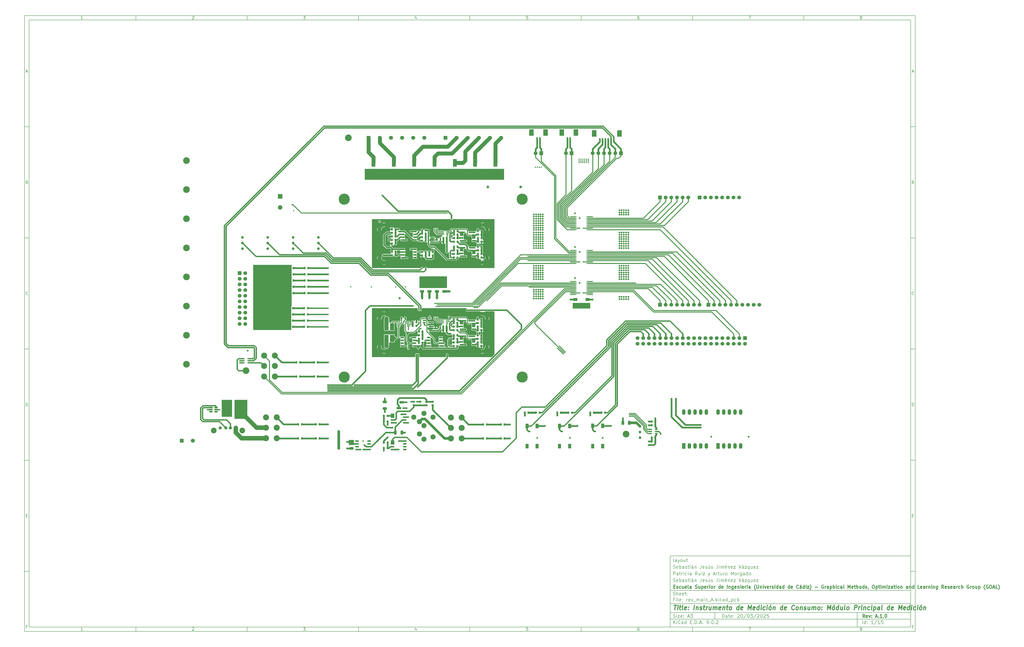
<source format=gbr>
%TF.GenerationSoftware,KiCad,Pcbnew,9.0.2*%
%TF.CreationDate,2025-11-09T22:55:18+01:00*%
%TF.ProjectId,rev_main_A,7265765f-6d61-4696-9e5f-412e6b696361,A.1.0*%
%TF.SameCoordinates,Original*%
%TF.FileFunction,Copper,L1,Top*%
%TF.FilePolarity,Positive*%
%FSLAX46Y46*%
G04 Gerber Fmt 4.6, Leading zero omitted, Abs format (unit mm)*
G04 Created by KiCad (PCBNEW 9.0.2) date 2025-11-09 22:55:18*
%MOMM*%
%LPD*%
G01*
G04 APERTURE LIST*
G04 Aperture macros list*
%AMRoundRect*
0 Rectangle with rounded corners*
0 $1 Rounding radius*
0 $2 $3 $4 $5 $6 $7 $8 $9 X,Y pos of 4 corners*
0 Add a 4 corners polygon primitive as box body*
4,1,4,$2,$3,$4,$5,$6,$7,$8,$9,$2,$3,0*
0 Add four circle primitives for the rounded corners*
1,1,$1+$1,$2,$3*
1,1,$1+$1,$4,$5*
1,1,$1+$1,$6,$7*
1,1,$1+$1,$8,$9*
0 Add four rect primitives between the rounded corners*
20,1,$1+$1,$2,$3,$4,$5,0*
20,1,$1+$1,$4,$5,$6,$7,0*
20,1,$1+$1,$6,$7,$8,$9,0*
20,1,$1+$1,$8,$9,$2,$3,0*%
G04 Aperture macros list end*
%ADD10C,0.100000*%
%ADD11C,0.150000*%
%ADD12C,0.300000*%
%ADD13C,0.400000*%
%TA.AperFunction,EtchedComponent*%
%ADD14C,1.500000*%
%TD*%
%TA.AperFunction,SMDPad,CuDef*%
%ADD15RoundRect,0.200000X-0.200000X-0.275000X0.200000X-0.275000X0.200000X0.275000X-0.200000X0.275000X0*%
%TD*%
%TA.AperFunction,SMDPad,CuDef*%
%ADD16RoundRect,0.225000X-0.225000X-0.250000X0.225000X-0.250000X0.225000X0.250000X-0.225000X0.250000X0*%
%TD*%
%TA.AperFunction,SMDPad,CuDef*%
%ADD17R,1.525000X0.650000*%
%TD*%
%TA.AperFunction,ComponentPad*%
%ADD18C,3.000000*%
%TD*%
%TA.AperFunction,SMDPad,CuDef*%
%ADD19RoundRect,0.200000X0.200000X0.275000X-0.200000X0.275000X-0.200000X-0.275000X0.200000X-0.275000X0*%
%TD*%
%TA.AperFunction,ComponentPad*%
%ADD20R,1.700000X1.700000*%
%TD*%
%TA.AperFunction,ComponentPad*%
%ADD21C,1.700000*%
%TD*%
%TA.AperFunction,SMDPad,CuDef*%
%ADD22R,1.800000X3.500000*%
%TD*%
%TA.AperFunction,SMDPad,CuDef*%
%ADD23R,1.528000X0.650000*%
%TD*%
%TA.AperFunction,SMDPad,CuDef*%
%ADD24R,1.500000X18.500000*%
%TD*%
%TA.AperFunction,SMDPad,CuDef*%
%ADD25R,50.000000X1.500000*%
%TD*%
%TA.AperFunction,ComponentPad*%
%ADD26C,1.200000*%
%TD*%
%TA.AperFunction,SMDPad,CuDef*%
%ADD27R,0.800000X1.600000*%
%TD*%
%TA.AperFunction,SMDPad,CuDef*%
%ADD28R,2.100000X3.000000*%
%TD*%
%TA.AperFunction,SMDPad,CuDef*%
%ADD29RoundRect,0.218750X-0.218750X-0.256250X0.218750X-0.256250X0.218750X0.256250X-0.218750X0.256250X0*%
%TD*%
%TA.AperFunction,SMDPad,CuDef*%
%ADD30RoundRect,0.200000X0.275000X-0.200000X0.275000X0.200000X-0.275000X0.200000X-0.275000X-0.200000X0*%
%TD*%
%TA.AperFunction,SMDPad,CuDef*%
%ADD31RoundRect,0.225000X0.225000X0.250000X-0.225000X0.250000X-0.225000X-0.250000X0.225000X-0.250000X0*%
%TD*%
%TA.AperFunction,SMDPad,CuDef*%
%ADD32RoundRect,0.218750X0.218750X0.256250X-0.218750X0.256250X-0.218750X-0.256250X0.218750X-0.256250X0*%
%TD*%
%TA.AperFunction,SMDPad,CuDef*%
%ADD33R,1.200000X0.600000*%
%TD*%
%TA.AperFunction,SMDPad,CuDef*%
%ADD34RoundRect,0.225000X-0.250000X0.225000X-0.250000X-0.225000X0.250000X-0.225000X0.250000X0.225000X0*%
%TD*%
%TA.AperFunction,ComponentPad*%
%ADD35R,1.431000X1.431000*%
%TD*%
%TA.AperFunction,ComponentPad*%
%ADD36C,1.431000*%
%TD*%
%TA.AperFunction,ComponentPad*%
%ADD37C,2.565000*%
%TD*%
%TA.AperFunction,SMDPad,CuDef*%
%ADD38R,3.500000X1.600000*%
%TD*%
%TA.AperFunction,SMDPad,CuDef*%
%ADD39R,1.475000X0.450000*%
%TD*%
%TA.AperFunction,ComponentPad*%
%ADD40C,2.300000*%
%TD*%
%TA.AperFunction,SMDPad,CuDef*%
%ADD41R,1.400000X2.100000*%
%TD*%
%TA.AperFunction,ComponentPad*%
%ADD42C,2.700000*%
%TD*%
%TA.AperFunction,SMDPad,CuDef*%
%ADD43RoundRect,0.250000X-0.650000X0.412500X-0.650000X-0.412500X0.650000X-0.412500X0.650000X0.412500X0*%
%TD*%
%TA.AperFunction,ComponentPad*%
%ADD44R,1.800000X1.800000*%
%TD*%
%TA.AperFunction,ComponentPad*%
%ADD45C,1.800000*%
%TD*%
%TA.AperFunction,SMDPad,CuDef*%
%ADD46RoundRect,0.250000X0.650000X-0.325000X0.650000X0.325000X-0.650000X0.325000X-0.650000X-0.325000X0*%
%TD*%
%TA.AperFunction,SMDPad,CuDef*%
%ADD47R,1.400000X0.450000*%
%TD*%
%TA.AperFunction,ComponentPad*%
%ADD48R,1.524000X2.524000*%
%TD*%
%TA.AperFunction,ComponentPad*%
%ADD49O,1.524000X2.524000*%
%TD*%
%TA.AperFunction,SMDPad,CuDef*%
%ADD50RoundRect,0.250000X0.325000X0.650000X-0.325000X0.650000X-0.325000X-0.650000X0.325000X-0.650000X0*%
%TD*%
%TA.AperFunction,ComponentPad*%
%ADD51C,5.000000*%
%TD*%
%TA.AperFunction,SMDPad,CuDef*%
%ADD52R,1.250000X0.600000*%
%TD*%
%TA.AperFunction,ComponentPad*%
%ADD53R,2.000000X2.000000*%
%TD*%
%TA.AperFunction,ComponentPad*%
%ADD54C,2.000000*%
%TD*%
%TA.AperFunction,SMDPad,CuDef*%
%ADD55R,2.000000X1.100000*%
%TD*%
%TA.AperFunction,SMDPad,CuDef*%
%ADD56R,0.800000X0.800000*%
%TD*%
%TA.AperFunction,SMDPad,CuDef*%
%ADD57RoundRect,0.150000X-0.650000X-0.150000X0.650000X-0.150000X0.650000X0.150000X-0.650000X0.150000X0*%
%TD*%
%TA.AperFunction,SMDPad,CuDef*%
%ADD58RoundRect,0.200000X-0.275000X0.200000X-0.275000X-0.200000X0.275000X-0.200000X0.275000X0.200000X0*%
%TD*%
%TA.AperFunction,SMDPad,CuDef*%
%ADD59RoundRect,0.250000X-0.325000X-0.650000X0.325000X-0.650000X0.325000X0.650000X-0.325000X0.650000X0*%
%TD*%
%TA.AperFunction,SMDPad,CuDef*%
%ADD60RoundRect,0.150000X-0.512500X-0.150000X0.512500X-0.150000X0.512500X0.150000X-0.512500X0.150000X0*%
%TD*%
%TA.AperFunction,SMDPad,CuDef*%
%ADD61RoundRect,0.250000X-0.650000X0.325000X-0.650000X-0.325000X0.650000X-0.325000X0.650000X0.325000X0*%
%TD*%
%TA.AperFunction,SMDPad,CuDef*%
%ADD62R,1.900000X3.250000*%
%TD*%
%TA.AperFunction,SMDPad,CuDef*%
%ADD63R,1.200000X0.400000*%
%TD*%
%TA.AperFunction,ViaPad*%
%ADD64C,0.450000*%
%TD*%
%TA.AperFunction,ViaPad*%
%ADD65C,0.800000*%
%TD*%
%TA.AperFunction,ViaPad*%
%ADD66C,0.650000*%
%TD*%
%TA.AperFunction,ViaPad*%
%ADD67C,0.600000*%
%TD*%
%TA.AperFunction,ViaPad*%
%ADD68C,1.000000*%
%TD*%
%TA.AperFunction,ViaPad*%
%ADD69C,1.900000*%
%TD*%
%TA.AperFunction,ViaPad*%
%ADD70C,1.200000*%
%TD*%
%TA.AperFunction,Conductor*%
%ADD71C,0.800000*%
%TD*%
%TA.AperFunction,Conductor*%
%ADD72C,0.450000*%
%TD*%
%TA.AperFunction,Conductor*%
%ADD73C,0.650000*%
%TD*%
%TA.AperFunction,Conductor*%
%ADD74C,0.600000*%
%TD*%
%TA.AperFunction,Conductor*%
%ADD75C,1.800000*%
%TD*%
%TA.AperFunction,Conductor*%
%ADD76C,1.200000*%
%TD*%
%TA.AperFunction,Conductor*%
%ADD77C,0.400000*%
%TD*%
%TA.AperFunction,Conductor*%
%ADD78C,1.000000*%
%TD*%
%TA.AperFunction,Conductor*%
%ADD79C,0.900000*%
%TD*%
%TA.AperFunction,Conductor*%
%ADD80C,1.900000*%
%TD*%
%TA.AperFunction,Conductor*%
%ADD81C,2.000000*%
%TD*%
%TA.AperFunction,Conductor*%
%ADD82C,1.700000*%
%TD*%
%TA.AperFunction,Conductor*%
%ADD83C,0.950000*%
%TD*%
G04 APERTURE END LIST*
D10*
D11*
X299989000Y-253002200D02*
X407989000Y-253002200D01*
X407989000Y-285002200D01*
X299989000Y-285002200D01*
X299989000Y-253002200D01*
D10*
D11*
X10000000Y-10000000D02*
X409989000Y-10000000D01*
X409989000Y-287002200D01*
X10000000Y-287002200D01*
X10000000Y-10000000D01*
D10*
D11*
X12000000Y-12000000D02*
X407989000Y-12000000D01*
X407989000Y-285002200D01*
X12000000Y-285002200D01*
X12000000Y-12000000D01*
D10*
D11*
X60000000Y-12000000D02*
X60000000Y-10000000D01*
D10*
D11*
X110000000Y-12000000D02*
X110000000Y-10000000D01*
D10*
D11*
X160000000Y-12000000D02*
X160000000Y-10000000D01*
D10*
D11*
X210000000Y-12000000D02*
X210000000Y-10000000D01*
D10*
D11*
X260000000Y-12000000D02*
X260000000Y-10000000D01*
D10*
D11*
X310000000Y-12000000D02*
X310000000Y-10000000D01*
D10*
D11*
X360000000Y-12000000D02*
X360000000Y-10000000D01*
D10*
D11*
X36089160Y-11593604D02*
X35346303Y-11593604D01*
X35717731Y-11593604D02*
X35717731Y-10293604D01*
X35717731Y-10293604D02*
X35593922Y-10479319D01*
X35593922Y-10479319D02*
X35470112Y-10603128D01*
X35470112Y-10603128D02*
X35346303Y-10665033D01*
D10*
D11*
X85346303Y-10417414D02*
X85408207Y-10355509D01*
X85408207Y-10355509D02*
X85532017Y-10293604D01*
X85532017Y-10293604D02*
X85841541Y-10293604D01*
X85841541Y-10293604D02*
X85965350Y-10355509D01*
X85965350Y-10355509D02*
X86027255Y-10417414D01*
X86027255Y-10417414D02*
X86089160Y-10541223D01*
X86089160Y-10541223D02*
X86089160Y-10665033D01*
X86089160Y-10665033D02*
X86027255Y-10850747D01*
X86027255Y-10850747D02*
X85284398Y-11593604D01*
X85284398Y-11593604D02*
X86089160Y-11593604D01*
D10*
D11*
X135284398Y-10293604D02*
X136089160Y-10293604D01*
X136089160Y-10293604D02*
X135655826Y-10788842D01*
X135655826Y-10788842D02*
X135841541Y-10788842D01*
X135841541Y-10788842D02*
X135965350Y-10850747D01*
X135965350Y-10850747D02*
X136027255Y-10912652D01*
X136027255Y-10912652D02*
X136089160Y-11036461D01*
X136089160Y-11036461D02*
X136089160Y-11345985D01*
X136089160Y-11345985D02*
X136027255Y-11469795D01*
X136027255Y-11469795D02*
X135965350Y-11531700D01*
X135965350Y-11531700D02*
X135841541Y-11593604D01*
X135841541Y-11593604D02*
X135470112Y-11593604D01*
X135470112Y-11593604D02*
X135346303Y-11531700D01*
X135346303Y-11531700D02*
X135284398Y-11469795D01*
D10*
D11*
X185965350Y-10726938D02*
X185965350Y-11593604D01*
X185655826Y-10231700D02*
X185346303Y-11160271D01*
X185346303Y-11160271D02*
X186151064Y-11160271D01*
D10*
D11*
X236027255Y-10293604D02*
X235408207Y-10293604D01*
X235408207Y-10293604D02*
X235346303Y-10912652D01*
X235346303Y-10912652D02*
X235408207Y-10850747D01*
X235408207Y-10850747D02*
X235532017Y-10788842D01*
X235532017Y-10788842D02*
X235841541Y-10788842D01*
X235841541Y-10788842D02*
X235965350Y-10850747D01*
X235965350Y-10850747D02*
X236027255Y-10912652D01*
X236027255Y-10912652D02*
X236089160Y-11036461D01*
X236089160Y-11036461D02*
X236089160Y-11345985D01*
X236089160Y-11345985D02*
X236027255Y-11469795D01*
X236027255Y-11469795D02*
X235965350Y-11531700D01*
X235965350Y-11531700D02*
X235841541Y-11593604D01*
X235841541Y-11593604D02*
X235532017Y-11593604D01*
X235532017Y-11593604D02*
X235408207Y-11531700D01*
X235408207Y-11531700D02*
X235346303Y-11469795D01*
D10*
D11*
X285965350Y-10293604D02*
X285717731Y-10293604D01*
X285717731Y-10293604D02*
X285593922Y-10355509D01*
X285593922Y-10355509D02*
X285532017Y-10417414D01*
X285532017Y-10417414D02*
X285408207Y-10603128D01*
X285408207Y-10603128D02*
X285346303Y-10850747D01*
X285346303Y-10850747D02*
X285346303Y-11345985D01*
X285346303Y-11345985D02*
X285408207Y-11469795D01*
X285408207Y-11469795D02*
X285470112Y-11531700D01*
X285470112Y-11531700D02*
X285593922Y-11593604D01*
X285593922Y-11593604D02*
X285841541Y-11593604D01*
X285841541Y-11593604D02*
X285965350Y-11531700D01*
X285965350Y-11531700D02*
X286027255Y-11469795D01*
X286027255Y-11469795D02*
X286089160Y-11345985D01*
X286089160Y-11345985D02*
X286089160Y-11036461D01*
X286089160Y-11036461D02*
X286027255Y-10912652D01*
X286027255Y-10912652D02*
X285965350Y-10850747D01*
X285965350Y-10850747D02*
X285841541Y-10788842D01*
X285841541Y-10788842D02*
X285593922Y-10788842D01*
X285593922Y-10788842D02*
X285470112Y-10850747D01*
X285470112Y-10850747D02*
X285408207Y-10912652D01*
X285408207Y-10912652D02*
X285346303Y-11036461D01*
D10*
D11*
X335284398Y-10293604D02*
X336151064Y-10293604D01*
X336151064Y-10293604D02*
X335593922Y-11593604D01*
D10*
D11*
X385593922Y-10850747D02*
X385470112Y-10788842D01*
X385470112Y-10788842D02*
X385408207Y-10726938D01*
X385408207Y-10726938D02*
X385346303Y-10603128D01*
X385346303Y-10603128D02*
X385346303Y-10541223D01*
X385346303Y-10541223D02*
X385408207Y-10417414D01*
X385408207Y-10417414D02*
X385470112Y-10355509D01*
X385470112Y-10355509D02*
X385593922Y-10293604D01*
X385593922Y-10293604D02*
X385841541Y-10293604D01*
X385841541Y-10293604D02*
X385965350Y-10355509D01*
X385965350Y-10355509D02*
X386027255Y-10417414D01*
X386027255Y-10417414D02*
X386089160Y-10541223D01*
X386089160Y-10541223D02*
X386089160Y-10603128D01*
X386089160Y-10603128D02*
X386027255Y-10726938D01*
X386027255Y-10726938D02*
X385965350Y-10788842D01*
X385965350Y-10788842D02*
X385841541Y-10850747D01*
X385841541Y-10850747D02*
X385593922Y-10850747D01*
X385593922Y-10850747D02*
X385470112Y-10912652D01*
X385470112Y-10912652D02*
X385408207Y-10974557D01*
X385408207Y-10974557D02*
X385346303Y-11098366D01*
X385346303Y-11098366D02*
X385346303Y-11345985D01*
X385346303Y-11345985D02*
X385408207Y-11469795D01*
X385408207Y-11469795D02*
X385470112Y-11531700D01*
X385470112Y-11531700D02*
X385593922Y-11593604D01*
X385593922Y-11593604D02*
X385841541Y-11593604D01*
X385841541Y-11593604D02*
X385965350Y-11531700D01*
X385965350Y-11531700D02*
X386027255Y-11469795D01*
X386027255Y-11469795D02*
X386089160Y-11345985D01*
X386089160Y-11345985D02*
X386089160Y-11098366D01*
X386089160Y-11098366D02*
X386027255Y-10974557D01*
X386027255Y-10974557D02*
X385965350Y-10912652D01*
X385965350Y-10912652D02*
X385841541Y-10850747D01*
D10*
D11*
X60000000Y-285002200D02*
X60000000Y-287002200D01*
D10*
D11*
X110000000Y-285002200D02*
X110000000Y-287002200D01*
D10*
D11*
X160000000Y-285002200D02*
X160000000Y-287002200D01*
D10*
D11*
X210000000Y-285002200D02*
X210000000Y-287002200D01*
D10*
D11*
X260000000Y-285002200D02*
X260000000Y-287002200D01*
D10*
D11*
X310000000Y-285002200D02*
X310000000Y-287002200D01*
D10*
D11*
X360000000Y-285002200D02*
X360000000Y-287002200D01*
D10*
D11*
X36089160Y-286595804D02*
X35346303Y-286595804D01*
X35717731Y-286595804D02*
X35717731Y-285295804D01*
X35717731Y-285295804D02*
X35593922Y-285481519D01*
X35593922Y-285481519D02*
X35470112Y-285605328D01*
X35470112Y-285605328D02*
X35346303Y-285667233D01*
D10*
D11*
X85346303Y-285419614D02*
X85408207Y-285357709D01*
X85408207Y-285357709D02*
X85532017Y-285295804D01*
X85532017Y-285295804D02*
X85841541Y-285295804D01*
X85841541Y-285295804D02*
X85965350Y-285357709D01*
X85965350Y-285357709D02*
X86027255Y-285419614D01*
X86027255Y-285419614D02*
X86089160Y-285543423D01*
X86089160Y-285543423D02*
X86089160Y-285667233D01*
X86089160Y-285667233D02*
X86027255Y-285852947D01*
X86027255Y-285852947D02*
X85284398Y-286595804D01*
X85284398Y-286595804D02*
X86089160Y-286595804D01*
D10*
D11*
X135284398Y-285295804D02*
X136089160Y-285295804D01*
X136089160Y-285295804D02*
X135655826Y-285791042D01*
X135655826Y-285791042D02*
X135841541Y-285791042D01*
X135841541Y-285791042D02*
X135965350Y-285852947D01*
X135965350Y-285852947D02*
X136027255Y-285914852D01*
X136027255Y-285914852D02*
X136089160Y-286038661D01*
X136089160Y-286038661D02*
X136089160Y-286348185D01*
X136089160Y-286348185D02*
X136027255Y-286471995D01*
X136027255Y-286471995D02*
X135965350Y-286533900D01*
X135965350Y-286533900D02*
X135841541Y-286595804D01*
X135841541Y-286595804D02*
X135470112Y-286595804D01*
X135470112Y-286595804D02*
X135346303Y-286533900D01*
X135346303Y-286533900D02*
X135284398Y-286471995D01*
D10*
D11*
X185965350Y-285729138D02*
X185965350Y-286595804D01*
X185655826Y-285233900D02*
X185346303Y-286162471D01*
X185346303Y-286162471D02*
X186151064Y-286162471D01*
D10*
D11*
X236027255Y-285295804D02*
X235408207Y-285295804D01*
X235408207Y-285295804D02*
X235346303Y-285914852D01*
X235346303Y-285914852D02*
X235408207Y-285852947D01*
X235408207Y-285852947D02*
X235532017Y-285791042D01*
X235532017Y-285791042D02*
X235841541Y-285791042D01*
X235841541Y-285791042D02*
X235965350Y-285852947D01*
X235965350Y-285852947D02*
X236027255Y-285914852D01*
X236027255Y-285914852D02*
X236089160Y-286038661D01*
X236089160Y-286038661D02*
X236089160Y-286348185D01*
X236089160Y-286348185D02*
X236027255Y-286471995D01*
X236027255Y-286471995D02*
X235965350Y-286533900D01*
X235965350Y-286533900D02*
X235841541Y-286595804D01*
X235841541Y-286595804D02*
X235532017Y-286595804D01*
X235532017Y-286595804D02*
X235408207Y-286533900D01*
X235408207Y-286533900D02*
X235346303Y-286471995D01*
D10*
D11*
X285965350Y-285295804D02*
X285717731Y-285295804D01*
X285717731Y-285295804D02*
X285593922Y-285357709D01*
X285593922Y-285357709D02*
X285532017Y-285419614D01*
X285532017Y-285419614D02*
X285408207Y-285605328D01*
X285408207Y-285605328D02*
X285346303Y-285852947D01*
X285346303Y-285852947D02*
X285346303Y-286348185D01*
X285346303Y-286348185D02*
X285408207Y-286471995D01*
X285408207Y-286471995D02*
X285470112Y-286533900D01*
X285470112Y-286533900D02*
X285593922Y-286595804D01*
X285593922Y-286595804D02*
X285841541Y-286595804D01*
X285841541Y-286595804D02*
X285965350Y-286533900D01*
X285965350Y-286533900D02*
X286027255Y-286471995D01*
X286027255Y-286471995D02*
X286089160Y-286348185D01*
X286089160Y-286348185D02*
X286089160Y-286038661D01*
X286089160Y-286038661D02*
X286027255Y-285914852D01*
X286027255Y-285914852D02*
X285965350Y-285852947D01*
X285965350Y-285852947D02*
X285841541Y-285791042D01*
X285841541Y-285791042D02*
X285593922Y-285791042D01*
X285593922Y-285791042D02*
X285470112Y-285852947D01*
X285470112Y-285852947D02*
X285408207Y-285914852D01*
X285408207Y-285914852D02*
X285346303Y-286038661D01*
D10*
D11*
X335284398Y-285295804D02*
X336151064Y-285295804D01*
X336151064Y-285295804D02*
X335593922Y-286595804D01*
D10*
D11*
X385593922Y-285852947D02*
X385470112Y-285791042D01*
X385470112Y-285791042D02*
X385408207Y-285729138D01*
X385408207Y-285729138D02*
X385346303Y-285605328D01*
X385346303Y-285605328D02*
X385346303Y-285543423D01*
X385346303Y-285543423D02*
X385408207Y-285419614D01*
X385408207Y-285419614D02*
X385470112Y-285357709D01*
X385470112Y-285357709D02*
X385593922Y-285295804D01*
X385593922Y-285295804D02*
X385841541Y-285295804D01*
X385841541Y-285295804D02*
X385965350Y-285357709D01*
X385965350Y-285357709D02*
X386027255Y-285419614D01*
X386027255Y-285419614D02*
X386089160Y-285543423D01*
X386089160Y-285543423D02*
X386089160Y-285605328D01*
X386089160Y-285605328D02*
X386027255Y-285729138D01*
X386027255Y-285729138D02*
X385965350Y-285791042D01*
X385965350Y-285791042D02*
X385841541Y-285852947D01*
X385841541Y-285852947D02*
X385593922Y-285852947D01*
X385593922Y-285852947D02*
X385470112Y-285914852D01*
X385470112Y-285914852D02*
X385408207Y-285976757D01*
X385408207Y-285976757D02*
X385346303Y-286100566D01*
X385346303Y-286100566D02*
X385346303Y-286348185D01*
X385346303Y-286348185D02*
X385408207Y-286471995D01*
X385408207Y-286471995D02*
X385470112Y-286533900D01*
X385470112Y-286533900D02*
X385593922Y-286595804D01*
X385593922Y-286595804D02*
X385841541Y-286595804D01*
X385841541Y-286595804D02*
X385965350Y-286533900D01*
X385965350Y-286533900D02*
X386027255Y-286471995D01*
X386027255Y-286471995D02*
X386089160Y-286348185D01*
X386089160Y-286348185D02*
X386089160Y-286100566D01*
X386089160Y-286100566D02*
X386027255Y-285976757D01*
X386027255Y-285976757D02*
X385965350Y-285914852D01*
X385965350Y-285914852D02*
X385841541Y-285852947D01*
D10*
D11*
X10000000Y-60000000D02*
X12000000Y-60000000D01*
D10*
D11*
X10000000Y-110000000D02*
X12000000Y-110000000D01*
D10*
D11*
X10000000Y-160000000D02*
X12000000Y-160000000D01*
D10*
D11*
X10000000Y-210000000D02*
X12000000Y-210000000D01*
D10*
D11*
X10000000Y-260000000D02*
X12000000Y-260000000D01*
D10*
D11*
X10690476Y-35222176D02*
X11309523Y-35222176D01*
X10566666Y-35593604D02*
X10999999Y-34293604D01*
X10999999Y-34293604D02*
X11433333Y-35593604D01*
D10*
D11*
X11092857Y-84912652D02*
X11278571Y-84974557D01*
X11278571Y-84974557D02*
X11340476Y-85036461D01*
X11340476Y-85036461D02*
X11402380Y-85160271D01*
X11402380Y-85160271D02*
X11402380Y-85345985D01*
X11402380Y-85345985D02*
X11340476Y-85469795D01*
X11340476Y-85469795D02*
X11278571Y-85531700D01*
X11278571Y-85531700D02*
X11154761Y-85593604D01*
X11154761Y-85593604D02*
X10659523Y-85593604D01*
X10659523Y-85593604D02*
X10659523Y-84293604D01*
X10659523Y-84293604D02*
X11092857Y-84293604D01*
X11092857Y-84293604D02*
X11216666Y-84355509D01*
X11216666Y-84355509D02*
X11278571Y-84417414D01*
X11278571Y-84417414D02*
X11340476Y-84541223D01*
X11340476Y-84541223D02*
X11340476Y-84665033D01*
X11340476Y-84665033D02*
X11278571Y-84788842D01*
X11278571Y-84788842D02*
X11216666Y-84850747D01*
X11216666Y-84850747D02*
X11092857Y-84912652D01*
X11092857Y-84912652D02*
X10659523Y-84912652D01*
D10*
D11*
X11402380Y-135469795D02*
X11340476Y-135531700D01*
X11340476Y-135531700D02*
X11154761Y-135593604D01*
X11154761Y-135593604D02*
X11030952Y-135593604D01*
X11030952Y-135593604D02*
X10845238Y-135531700D01*
X10845238Y-135531700D02*
X10721428Y-135407890D01*
X10721428Y-135407890D02*
X10659523Y-135284080D01*
X10659523Y-135284080D02*
X10597619Y-135036461D01*
X10597619Y-135036461D02*
X10597619Y-134850747D01*
X10597619Y-134850747D02*
X10659523Y-134603128D01*
X10659523Y-134603128D02*
X10721428Y-134479319D01*
X10721428Y-134479319D02*
X10845238Y-134355509D01*
X10845238Y-134355509D02*
X11030952Y-134293604D01*
X11030952Y-134293604D02*
X11154761Y-134293604D01*
X11154761Y-134293604D02*
X11340476Y-134355509D01*
X11340476Y-134355509D02*
X11402380Y-134417414D01*
D10*
D11*
X10659523Y-185593604D02*
X10659523Y-184293604D01*
X10659523Y-184293604D02*
X10969047Y-184293604D01*
X10969047Y-184293604D02*
X11154761Y-184355509D01*
X11154761Y-184355509D02*
X11278571Y-184479319D01*
X11278571Y-184479319D02*
X11340476Y-184603128D01*
X11340476Y-184603128D02*
X11402380Y-184850747D01*
X11402380Y-184850747D02*
X11402380Y-185036461D01*
X11402380Y-185036461D02*
X11340476Y-185284080D01*
X11340476Y-185284080D02*
X11278571Y-185407890D01*
X11278571Y-185407890D02*
X11154761Y-185531700D01*
X11154761Y-185531700D02*
X10969047Y-185593604D01*
X10969047Y-185593604D02*
X10659523Y-185593604D01*
D10*
D11*
X10721428Y-234912652D02*
X11154762Y-234912652D01*
X11340476Y-235593604D02*
X10721428Y-235593604D01*
X10721428Y-235593604D02*
X10721428Y-234293604D01*
X10721428Y-234293604D02*
X11340476Y-234293604D01*
D10*
D11*
X11185714Y-284912652D02*
X10752380Y-284912652D01*
X10752380Y-285593604D02*
X10752380Y-284293604D01*
X10752380Y-284293604D02*
X11371428Y-284293604D01*
D10*
D11*
X409989000Y-60000000D02*
X407989000Y-60000000D01*
D10*
D11*
X409989000Y-110000000D02*
X407989000Y-110000000D01*
D10*
D11*
X409989000Y-160000000D02*
X407989000Y-160000000D01*
D10*
D11*
X409989000Y-210000000D02*
X407989000Y-210000000D01*
D10*
D11*
X409989000Y-260000000D02*
X407989000Y-260000000D01*
D10*
D11*
X408679476Y-35222176D02*
X409298523Y-35222176D01*
X408555666Y-35593604D02*
X408988999Y-34293604D01*
X408988999Y-34293604D02*
X409422333Y-35593604D01*
D10*
D11*
X409081857Y-84912652D02*
X409267571Y-84974557D01*
X409267571Y-84974557D02*
X409329476Y-85036461D01*
X409329476Y-85036461D02*
X409391380Y-85160271D01*
X409391380Y-85160271D02*
X409391380Y-85345985D01*
X409391380Y-85345985D02*
X409329476Y-85469795D01*
X409329476Y-85469795D02*
X409267571Y-85531700D01*
X409267571Y-85531700D02*
X409143761Y-85593604D01*
X409143761Y-85593604D02*
X408648523Y-85593604D01*
X408648523Y-85593604D02*
X408648523Y-84293604D01*
X408648523Y-84293604D02*
X409081857Y-84293604D01*
X409081857Y-84293604D02*
X409205666Y-84355509D01*
X409205666Y-84355509D02*
X409267571Y-84417414D01*
X409267571Y-84417414D02*
X409329476Y-84541223D01*
X409329476Y-84541223D02*
X409329476Y-84665033D01*
X409329476Y-84665033D02*
X409267571Y-84788842D01*
X409267571Y-84788842D02*
X409205666Y-84850747D01*
X409205666Y-84850747D02*
X409081857Y-84912652D01*
X409081857Y-84912652D02*
X408648523Y-84912652D01*
D10*
D11*
X409391380Y-135469795D02*
X409329476Y-135531700D01*
X409329476Y-135531700D02*
X409143761Y-135593604D01*
X409143761Y-135593604D02*
X409019952Y-135593604D01*
X409019952Y-135593604D02*
X408834238Y-135531700D01*
X408834238Y-135531700D02*
X408710428Y-135407890D01*
X408710428Y-135407890D02*
X408648523Y-135284080D01*
X408648523Y-135284080D02*
X408586619Y-135036461D01*
X408586619Y-135036461D02*
X408586619Y-134850747D01*
X408586619Y-134850747D02*
X408648523Y-134603128D01*
X408648523Y-134603128D02*
X408710428Y-134479319D01*
X408710428Y-134479319D02*
X408834238Y-134355509D01*
X408834238Y-134355509D02*
X409019952Y-134293604D01*
X409019952Y-134293604D02*
X409143761Y-134293604D01*
X409143761Y-134293604D02*
X409329476Y-134355509D01*
X409329476Y-134355509D02*
X409391380Y-134417414D01*
D10*
D11*
X408648523Y-185593604D02*
X408648523Y-184293604D01*
X408648523Y-184293604D02*
X408958047Y-184293604D01*
X408958047Y-184293604D02*
X409143761Y-184355509D01*
X409143761Y-184355509D02*
X409267571Y-184479319D01*
X409267571Y-184479319D02*
X409329476Y-184603128D01*
X409329476Y-184603128D02*
X409391380Y-184850747D01*
X409391380Y-184850747D02*
X409391380Y-185036461D01*
X409391380Y-185036461D02*
X409329476Y-185284080D01*
X409329476Y-185284080D02*
X409267571Y-185407890D01*
X409267571Y-185407890D02*
X409143761Y-185531700D01*
X409143761Y-185531700D02*
X408958047Y-185593604D01*
X408958047Y-185593604D02*
X408648523Y-185593604D01*
D10*
D11*
X408710428Y-234912652D02*
X409143762Y-234912652D01*
X409329476Y-235593604D02*
X408710428Y-235593604D01*
X408710428Y-235593604D02*
X408710428Y-234293604D01*
X408710428Y-234293604D02*
X409329476Y-234293604D01*
D10*
D11*
X409174714Y-284912652D02*
X408741380Y-284912652D01*
X408741380Y-285593604D02*
X408741380Y-284293604D01*
X408741380Y-284293604D02*
X409360428Y-284293604D01*
D10*
D11*
X323444826Y-280788328D02*
X323444826Y-279288328D01*
X323444826Y-279288328D02*
X323801969Y-279288328D01*
X323801969Y-279288328D02*
X324016255Y-279359757D01*
X324016255Y-279359757D02*
X324159112Y-279502614D01*
X324159112Y-279502614D02*
X324230541Y-279645471D01*
X324230541Y-279645471D02*
X324301969Y-279931185D01*
X324301969Y-279931185D02*
X324301969Y-280145471D01*
X324301969Y-280145471D02*
X324230541Y-280431185D01*
X324230541Y-280431185D02*
X324159112Y-280574042D01*
X324159112Y-280574042D02*
X324016255Y-280716900D01*
X324016255Y-280716900D02*
X323801969Y-280788328D01*
X323801969Y-280788328D02*
X323444826Y-280788328D01*
X325587684Y-280788328D02*
X325587684Y-280002614D01*
X325587684Y-280002614D02*
X325516255Y-279859757D01*
X325516255Y-279859757D02*
X325373398Y-279788328D01*
X325373398Y-279788328D02*
X325087684Y-279788328D01*
X325087684Y-279788328D02*
X324944826Y-279859757D01*
X325587684Y-280716900D02*
X325444826Y-280788328D01*
X325444826Y-280788328D02*
X325087684Y-280788328D01*
X325087684Y-280788328D02*
X324944826Y-280716900D01*
X324944826Y-280716900D02*
X324873398Y-280574042D01*
X324873398Y-280574042D02*
X324873398Y-280431185D01*
X324873398Y-280431185D02*
X324944826Y-280288328D01*
X324944826Y-280288328D02*
X325087684Y-280216900D01*
X325087684Y-280216900D02*
X325444826Y-280216900D01*
X325444826Y-280216900D02*
X325587684Y-280145471D01*
X326087684Y-279788328D02*
X326659112Y-279788328D01*
X326301969Y-279288328D02*
X326301969Y-280574042D01*
X326301969Y-280574042D02*
X326373398Y-280716900D01*
X326373398Y-280716900D02*
X326516255Y-280788328D01*
X326516255Y-280788328D02*
X326659112Y-280788328D01*
X327730541Y-280716900D02*
X327587684Y-280788328D01*
X327587684Y-280788328D02*
X327301970Y-280788328D01*
X327301970Y-280788328D02*
X327159112Y-280716900D01*
X327159112Y-280716900D02*
X327087684Y-280574042D01*
X327087684Y-280574042D02*
X327087684Y-280002614D01*
X327087684Y-280002614D02*
X327159112Y-279859757D01*
X327159112Y-279859757D02*
X327301970Y-279788328D01*
X327301970Y-279788328D02*
X327587684Y-279788328D01*
X327587684Y-279788328D02*
X327730541Y-279859757D01*
X327730541Y-279859757D02*
X327801970Y-280002614D01*
X327801970Y-280002614D02*
X327801970Y-280145471D01*
X327801970Y-280145471D02*
X327087684Y-280288328D01*
X328444826Y-280645471D02*
X328516255Y-280716900D01*
X328516255Y-280716900D02*
X328444826Y-280788328D01*
X328444826Y-280788328D02*
X328373398Y-280716900D01*
X328373398Y-280716900D02*
X328444826Y-280645471D01*
X328444826Y-280645471D02*
X328444826Y-280788328D01*
X328444826Y-279859757D02*
X328516255Y-279931185D01*
X328516255Y-279931185D02*
X328444826Y-280002614D01*
X328444826Y-280002614D02*
X328373398Y-279931185D01*
X328373398Y-279931185D02*
X328444826Y-279859757D01*
X328444826Y-279859757D02*
X328444826Y-280002614D01*
X330230541Y-279431185D02*
X330301969Y-279359757D01*
X330301969Y-279359757D02*
X330444827Y-279288328D01*
X330444827Y-279288328D02*
X330801969Y-279288328D01*
X330801969Y-279288328D02*
X330944827Y-279359757D01*
X330944827Y-279359757D02*
X331016255Y-279431185D01*
X331016255Y-279431185D02*
X331087684Y-279574042D01*
X331087684Y-279574042D02*
X331087684Y-279716900D01*
X331087684Y-279716900D02*
X331016255Y-279931185D01*
X331016255Y-279931185D02*
X330159112Y-280788328D01*
X330159112Y-280788328D02*
X331087684Y-280788328D01*
X332016255Y-279288328D02*
X332159112Y-279288328D01*
X332159112Y-279288328D02*
X332301969Y-279359757D01*
X332301969Y-279359757D02*
X332373398Y-279431185D01*
X332373398Y-279431185D02*
X332444826Y-279574042D01*
X332444826Y-279574042D02*
X332516255Y-279859757D01*
X332516255Y-279859757D02*
X332516255Y-280216900D01*
X332516255Y-280216900D02*
X332444826Y-280502614D01*
X332444826Y-280502614D02*
X332373398Y-280645471D01*
X332373398Y-280645471D02*
X332301969Y-280716900D01*
X332301969Y-280716900D02*
X332159112Y-280788328D01*
X332159112Y-280788328D02*
X332016255Y-280788328D01*
X332016255Y-280788328D02*
X331873398Y-280716900D01*
X331873398Y-280716900D02*
X331801969Y-280645471D01*
X331801969Y-280645471D02*
X331730540Y-280502614D01*
X331730540Y-280502614D02*
X331659112Y-280216900D01*
X331659112Y-280216900D02*
X331659112Y-279859757D01*
X331659112Y-279859757D02*
X331730540Y-279574042D01*
X331730540Y-279574042D02*
X331801969Y-279431185D01*
X331801969Y-279431185D02*
X331873398Y-279359757D01*
X331873398Y-279359757D02*
X332016255Y-279288328D01*
X334230540Y-279216900D02*
X332944826Y-281145471D01*
X335016255Y-279288328D02*
X335159112Y-279288328D01*
X335159112Y-279288328D02*
X335301969Y-279359757D01*
X335301969Y-279359757D02*
X335373398Y-279431185D01*
X335373398Y-279431185D02*
X335444826Y-279574042D01*
X335444826Y-279574042D02*
X335516255Y-279859757D01*
X335516255Y-279859757D02*
X335516255Y-280216900D01*
X335516255Y-280216900D02*
X335444826Y-280502614D01*
X335444826Y-280502614D02*
X335373398Y-280645471D01*
X335373398Y-280645471D02*
X335301969Y-280716900D01*
X335301969Y-280716900D02*
X335159112Y-280788328D01*
X335159112Y-280788328D02*
X335016255Y-280788328D01*
X335016255Y-280788328D02*
X334873398Y-280716900D01*
X334873398Y-280716900D02*
X334801969Y-280645471D01*
X334801969Y-280645471D02*
X334730540Y-280502614D01*
X334730540Y-280502614D02*
X334659112Y-280216900D01*
X334659112Y-280216900D02*
X334659112Y-279859757D01*
X334659112Y-279859757D02*
X334730540Y-279574042D01*
X334730540Y-279574042D02*
X334801969Y-279431185D01*
X334801969Y-279431185D02*
X334873398Y-279359757D01*
X334873398Y-279359757D02*
X335016255Y-279288328D01*
X336016254Y-279288328D02*
X336944826Y-279288328D01*
X336944826Y-279288328D02*
X336444826Y-279859757D01*
X336444826Y-279859757D02*
X336659111Y-279859757D01*
X336659111Y-279859757D02*
X336801969Y-279931185D01*
X336801969Y-279931185D02*
X336873397Y-280002614D01*
X336873397Y-280002614D02*
X336944826Y-280145471D01*
X336944826Y-280145471D02*
X336944826Y-280502614D01*
X336944826Y-280502614D02*
X336873397Y-280645471D01*
X336873397Y-280645471D02*
X336801969Y-280716900D01*
X336801969Y-280716900D02*
X336659111Y-280788328D01*
X336659111Y-280788328D02*
X336230540Y-280788328D01*
X336230540Y-280788328D02*
X336087683Y-280716900D01*
X336087683Y-280716900D02*
X336016254Y-280645471D01*
X338659111Y-279216900D02*
X337373397Y-281145471D01*
X339087683Y-279431185D02*
X339159111Y-279359757D01*
X339159111Y-279359757D02*
X339301969Y-279288328D01*
X339301969Y-279288328D02*
X339659111Y-279288328D01*
X339659111Y-279288328D02*
X339801969Y-279359757D01*
X339801969Y-279359757D02*
X339873397Y-279431185D01*
X339873397Y-279431185D02*
X339944826Y-279574042D01*
X339944826Y-279574042D02*
X339944826Y-279716900D01*
X339944826Y-279716900D02*
X339873397Y-279931185D01*
X339873397Y-279931185D02*
X339016254Y-280788328D01*
X339016254Y-280788328D02*
X339944826Y-280788328D01*
X340873397Y-279288328D02*
X341016254Y-279288328D01*
X341016254Y-279288328D02*
X341159111Y-279359757D01*
X341159111Y-279359757D02*
X341230540Y-279431185D01*
X341230540Y-279431185D02*
X341301968Y-279574042D01*
X341301968Y-279574042D02*
X341373397Y-279859757D01*
X341373397Y-279859757D02*
X341373397Y-280216900D01*
X341373397Y-280216900D02*
X341301968Y-280502614D01*
X341301968Y-280502614D02*
X341230540Y-280645471D01*
X341230540Y-280645471D02*
X341159111Y-280716900D01*
X341159111Y-280716900D02*
X341016254Y-280788328D01*
X341016254Y-280788328D02*
X340873397Y-280788328D01*
X340873397Y-280788328D02*
X340730540Y-280716900D01*
X340730540Y-280716900D02*
X340659111Y-280645471D01*
X340659111Y-280645471D02*
X340587682Y-280502614D01*
X340587682Y-280502614D02*
X340516254Y-280216900D01*
X340516254Y-280216900D02*
X340516254Y-279859757D01*
X340516254Y-279859757D02*
X340587682Y-279574042D01*
X340587682Y-279574042D02*
X340659111Y-279431185D01*
X340659111Y-279431185D02*
X340730540Y-279359757D01*
X340730540Y-279359757D02*
X340873397Y-279288328D01*
X341944825Y-279431185D02*
X342016253Y-279359757D01*
X342016253Y-279359757D02*
X342159111Y-279288328D01*
X342159111Y-279288328D02*
X342516253Y-279288328D01*
X342516253Y-279288328D02*
X342659111Y-279359757D01*
X342659111Y-279359757D02*
X342730539Y-279431185D01*
X342730539Y-279431185D02*
X342801968Y-279574042D01*
X342801968Y-279574042D02*
X342801968Y-279716900D01*
X342801968Y-279716900D02*
X342730539Y-279931185D01*
X342730539Y-279931185D02*
X341873396Y-280788328D01*
X341873396Y-280788328D02*
X342801968Y-280788328D01*
X344159110Y-279288328D02*
X343444824Y-279288328D01*
X343444824Y-279288328D02*
X343373396Y-280002614D01*
X343373396Y-280002614D02*
X343444824Y-279931185D01*
X343444824Y-279931185D02*
X343587682Y-279859757D01*
X343587682Y-279859757D02*
X343944824Y-279859757D01*
X343944824Y-279859757D02*
X344087682Y-279931185D01*
X344087682Y-279931185D02*
X344159110Y-280002614D01*
X344159110Y-280002614D02*
X344230539Y-280145471D01*
X344230539Y-280145471D02*
X344230539Y-280502614D01*
X344230539Y-280502614D02*
X344159110Y-280645471D01*
X344159110Y-280645471D02*
X344087682Y-280716900D01*
X344087682Y-280716900D02*
X343944824Y-280788328D01*
X343944824Y-280788328D02*
X343587682Y-280788328D01*
X343587682Y-280788328D02*
X343444824Y-280716900D01*
X343444824Y-280716900D02*
X343373396Y-280645471D01*
D10*
D11*
X299989000Y-281502200D02*
X407989000Y-281502200D01*
D10*
D11*
X301444826Y-283588328D02*
X301444826Y-282088328D01*
X302301969Y-283588328D02*
X301659112Y-282731185D01*
X302301969Y-282088328D02*
X301444826Y-282945471D01*
X302944826Y-283588328D02*
X302944826Y-282588328D01*
X302944826Y-282088328D02*
X302873398Y-282159757D01*
X302873398Y-282159757D02*
X302944826Y-282231185D01*
X302944826Y-282231185D02*
X303016255Y-282159757D01*
X303016255Y-282159757D02*
X302944826Y-282088328D01*
X302944826Y-282088328D02*
X302944826Y-282231185D01*
X304516255Y-283445471D02*
X304444827Y-283516900D01*
X304444827Y-283516900D02*
X304230541Y-283588328D01*
X304230541Y-283588328D02*
X304087684Y-283588328D01*
X304087684Y-283588328D02*
X303873398Y-283516900D01*
X303873398Y-283516900D02*
X303730541Y-283374042D01*
X303730541Y-283374042D02*
X303659112Y-283231185D01*
X303659112Y-283231185D02*
X303587684Y-282945471D01*
X303587684Y-282945471D02*
X303587684Y-282731185D01*
X303587684Y-282731185D02*
X303659112Y-282445471D01*
X303659112Y-282445471D02*
X303730541Y-282302614D01*
X303730541Y-282302614D02*
X303873398Y-282159757D01*
X303873398Y-282159757D02*
X304087684Y-282088328D01*
X304087684Y-282088328D02*
X304230541Y-282088328D01*
X304230541Y-282088328D02*
X304444827Y-282159757D01*
X304444827Y-282159757D02*
X304516255Y-282231185D01*
X305801970Y-283588328D02*
X305801970Y-282802614D01*
X305801970Y-282802614D02*
X305730541Y-282659757D01*
X305730541Y-282659757D02*
X305587684Y-282588328D01*
X305587684Y-282588328D02*
X305301970Y-282588328D01*
X305301970Y-282588328D02*
X305159112Y-282659757D01*
X305801970Y-283516900D02*
X305659112Y-283588328D01*
X305659112Y-283588328D02*
X305301970Y-283588328D01*
X305301970Y-283588328D02*
X305159112Y-283516900D01*
X305159112Y-283516900D02*
X305087684Y-283374042D01*
X305087684Y-283374042D02*
X305087684Y-283231185D01*
X305087684Y-283231185D02*
X305159112Y-283088328D01*
X305159112Y-283088328D02*
X305301970Y-283016900D01*
X305301970Y-283016900D02*
X305659112Y-283016900D01*
X305659112Y-283016900D02*
X305801970Y-282945471D01*
X307159113Y-283588328D02*
X307159113Y-282088328D01*
X307159113Y-283516900D02*
X307016255Y-283588328D01*
X307016255Y-283588328D02*
X306730541Y-283588328D01*
X306730541Y-283588328D02*
X306587684Y-283516900D01*
X306587684Y-283516900D02*
X306516255Y-283445471D01*
X306516255Y-283445471D02*
X306444827Y-283302614D01*
X306444827Y-283302614D02*
X306444827Y-282874042D01*
X306444827Y-282874042D02*
X306516255Y-282731185D01*
X306516255Y-282731185D02*
X306587684Y-282659757D01*
X306587684Y-282659757D02*
X306730541Y-282588328D01*
X306730541Y-282588328D02*
X307016255Y-282588328D01*
X307016255Y-282588328D02*
X307159113Y-282659757D01*
X309016255Y-282802614D02*
X309516255Y-282802614D01*
X309730541Y-283588328D02*
X309016255Y-283588328D01*
X309016255Y-283588328D02*
X309016255Y-282088328D01*
X309016255Y-282088328D02*
X309730541Y-282088328D01*
X310373398Y-283445471D02*
X310444827Y-283516900D01*
X310444827Y-283516900D02*
X310373398Y-283588328D01*
X310373398Y-283588328D02*
X310301970Y-283516900D01*
X310301970Y-283516900D02*
X310373398Y-283445471D01*
X310373398Y-283445471D02*
X310373398Y-283588328D01*
X311087684Y-283588328D02*
X311087684Y-282088328D01*
X311087684Y-282088328D02*
X311444827Y-282088328D01*
X311444827Y-282088328D02*
X311659113Y-282159757D01*
X311659113Y-282159757D02*
X311801970Y-282302614D01*
X311801970Y-282302614D02*
X311873399Y-282445471D01*
X311873399Y-282445471D02*
X311944827Y-282731185D01*
X311944827Y-282731185D02*
X311944827Y-282945471D01*
X311944827Y-282945471D02*
X311873399Y-283231185D01*
X311873399Y-283231185D02*
X311801970Y-283374042D01*
X311801970Y-283374042D02*
X311659113Y-283516900D01*
X311659113Y-283516900D02*
X311444827Y-283588328D01*
X311444827Y-283588328D02*
X311087684Y-283588328D01*
X312587684Y-283445471D02*
X312659113Y-283516900D01*
X312659113Y-283516900D02*
X312587684Y-283588328D01*
X312587684Y-283588328D02*
X312516256Y-283516900D01*
X312516256Y-283516900D02*
X312587684Y-283445471D01*
X312587684Y-283445471D02*
X312587684Y-283588328D01*
X313230542Y-283159757D02*
X313944828Y-283159757D01*
X313087685Y-283588328D02*
X313587685Y-282088328D01*
X313587685Y-282088328D02*
X314087685Y-283588328D01*
X314587684Y-283445471D02*
X314659113Y-283516900D01*
X314659113Y-283516900D02*
X314587684Y-283588328D01*
X314587684Y-283588328D02*
X314516256Y-283516900D01*
X314516256Y-283516900D02*
X314587684Y-283445471D01*
X314587684Y-283445471D02*
X314587684Y-283588328D01*
X316516256Y-283588328D02*
X316801970Y-283588328D01*
X316801970Y-283588328D02*
X316944827Y-283516900D01*
X316944827Y-283516900D02*
X317016256Y-283445471D01*
X317016256Y-283445471D02*
X317159113Y-283231185D01*
X317159113Y-283231185D02*
X317230542Y-282945471D01*
X317230542Y-282945471D02*
X317230542Y-282374042D01*
X317230542Y-282374042D02*
X317159113Y-282231185D01*
X317159113Y-282231185D02*
X317087685Y-282159757D01*
X317087685Y-282159757D02*
X316944827Y-282088328D01*
X316944827Y-282088328D02*
X316659113Y-282088328D01*
X316659113Y-282088328D02*
X316516256Y-282159757D01*
X316516256Y-282159757D02*
X316444827Y-282231185D01*
X316444827Y-282231185D02*
X316373399Y-282374042D01*
X316373399Y-282374042D02*
X316373399Y-282731185D01*
X316373399Y-282731185D02*
X316444827Y-282874042D01*
X316444827Y-282874042D02*
X316516256Y-282945471D01*
X316516256Y-282945471D02*
X316659113Y-283016900D01*
X316659113Y-283016900D02*
X316944827Y-283016900D01*
X316944827Y-283016900D02*
X317087685Y-282945471D01*
X317087685Y-282945471D02*
X317159113Y-282874042D01*
X317159113Y-282874042D02*
X317230542Y-282731185D01*
X317873398Y-283445471D02*
X317944827Y-283516900D01*
X317944827Y-283516900D02*
X317873398Y-283588328D01*
X317873398Y-283588328D02*
X317801970Y-283516900D01*
X317801970Y-283516900D02*
X317873398Y-283445471D01*
X317873398Y-283445471D02*
X317873398Y-283588328D01*
X318873399Y-282088328D02*
X319016256Y-282088328D01*
X319016256Y-282088328D02*
X319159113Y-282159757D01*
X319159113Y-282159757D02*
X319230542Y-282231185D01*
X319230542Y-282231185D02*
X319301970Y-282374042D01*
X319301970Y-282374042D02*
X319373399Y-282659757D01*
X319373399Y-282659757D02*
X319373399Y-283016900D01*
X319373399Y-283016900D02*
X319301970Y-283302614D01*
X319301970Y-283302614D02*
X319230542Y-283445471D01*
X319230542Y-283445471D02*
X319159113Y-283516900D01*
X319159113Y-283516900D02*
X319016256Y-283588328D01*
X319016256Y-283588328D02*
X318873399Y-283588328D01*
X318873399Y-283588328D02*
X318730542Y-283516900D01*
X318730542Y-283516900D02*
X318659113Y-283445471D01*
X318659113Y-283445471D02*
X318587684Y-283302614D01*
X318587684Y-283302614D02*
X318516256Y-283016900D01*
X318516256Y-283016900D02*
X318516256Y-282659757D01*
X318516256Y-282659757D02*
X318587684Y-282374042D01*
X318587684Y-282374042D02*
X318659113Y-282231185D01*
X318659113Y-282231185D02*
X318730542Y-282159757D01*
X318730542Y-282159757D02*
X318873399Y-282088328D01*
X320016255Y-283445471D02*
X320087684Y-283516900D01*
X320087684Y-283516900D02*
X320016255Y-283588328D01*
X320016255Y-283588328D02*
X319944827Y-283516900D01*
X319944827Y-283516900D02*
X320016255Y-283445471D01*
X320016255Y-283445471D02*
X320016255Y-283588328D01*
X320659113Y-282231185D02*
X320730541Y-282159757D01*
X320730541Y-282159757D02*
X320873399Y-282088328D01*
X320873399Y-282088328D02*
X321230541Y-282088328D01*
X321230541Y-282088328D02*
X321373399Y-282159757D01*
X321373399Y-282159757D02*
X321444827Y-282231185D01*
X321444827Y-282231185D02*
X321516256Y-282374042D01*
X321516256Y-282374042D02*
X321516256Y-282516900D01*
X321516256Y-282516900D02*
X321444827Y-282731185D01*
X321444827Y-282731185D02*
X320587684Y-283588328D01*
X320587684Y-283588328D02*
X321516256Y-283588328D01*
D10*
D11*
X299989000Y-278502200D02*
X407989000Y-278502200D01*
D10*
D12*
X387400653Y-280780528D02*
X386900653Y-280066242D01*
X386543510Y-280780528D02*
X386543510Y-279280528D01*
X386543510Y-279280528D02*
X387114939Y-279280528D01*
X387114939Y-279280528D02*
X387257796Y-279351957D01*
X387257796Y-279351957D02*
X387329225Y-279423385D01*
X387329225Y-279423385D02*
X387400653Y-279566242D01*
X387400653Y-279566242D02*
X387400653Y-279780528D01*
X387400653Y-279780528D02*
X387329225Y-279923385D01*
X387329225Y-279923385D02*
X387257796Y-279994814D01*
X387257796Y-279994814D02*
X387114939Y-280066242D01*
X387114939Y-280066242D02*
X386543510Y-280066242D01*
X388614939Y-280709100D02*
X388472082Y-280780528D01*
X388472082Y-280780528D02*
X388186368Y-280780528D01*
X388186368Y-280780528D02*
X388043510Y-280709100D01*
X388043510Y-280709100D02*
X387972082Y-280566242D01*
X387972082Y-280566242D02*
X387972082Y-279994814D01*
X387972082Y-279994814D02*
X388043510Y-279851957D01*
X388043510Y-279851957D02*
X388186368Y-279780528D01*
X388186368Y-279780528D02*
X388472082Y-279780528D01*
X388472082Y-279780528D02*
X388614939Y-279851957D01*
X388614939Y-279851957D02*
X388686368Y-279994814D01*
X388686368Y-279994814D02*
X388686368Y-280137671D01*
X388686368Y-280137671D02*
X387972082Y-280280528D01*
X389186367Y-279780528D02*
X389543510Y-280780528D01*
X389543510Y-280780528D02*
X389900653Y-279780528D01*
X390472081Y-280637671D02*
X390543510Y-280709100D01*
X390543510Y-280709100D02*
X390472081Y-280780528D01*
X390472081Y-280780528D02*
X390400653Y-280709100D01*
X390400653Y-280709100D02*
X390472081Y-280637671D01*
X390472081Y-280637671D02*
X390472081Y-280780528D01*
X390472081Y-279851957D02*
X390543510Y-279923385D01*
X390543510Y-279923385D02*
X390472081Y-279994814D01*
X390472081Y-279994814D02*
X390400653Y-279923385D01*
X390400653Y-279923385D02*
X390472081Y-279851957D01*
X390472081Y-279851957D02*
X390472081Y-279994814D01*
X392257796Y-280351957D02*
X392972082Y-280351957D01*
X392114939Y-280780528D02*
X392614939Y-279280528D01*
X392614939Y-279280528D02*
X393114939Y-280780528D01*
X393614938Y-280637671D02*
X393686367Y-280709100D01*
X393686367Y-280709100D02*
X393614938Y-280780528D01*
X393614938Y-280780528D02*
X393543510Y-280709100D01*
X393543510Y-280709100D02*
X393614938Y-280637671D01*
X393614938Y-280637671D02*
X393614938Y-280780528D01*
X395114939Y-280780528D02*
X394257796Y-280780528D01*
X394686367Y-280780528D02*
X394686367Y-279280528D01*
X394686367Y-279280528D02*
X394543510Y-279494814D01*
X394543510Y-279494814D02*
X394400653Y-279637671D01*
X394400653Y-279637671D02*
X394257796Y-279709100D01*
X395757795Y-280637671D02*
X395829224Y-280709100D01*
X395829224Y-280709100D02*
X395757795Y-280780528D01*
X395757795Y-280780528D02*
X395686367Y-280709100D01*
X395686367Y-280709100D02*
X395757795Y-280637671D01*
X395757795Y-280637671D02*
X395757795Y-280780528D01*
X396757796Y-279280528D02*
X396900653Y-279280528D01*
X396900653Y-279280528D02*
X397043510Y-279351957D01*
X397043510Y-279351957D02*
X397114939Y-279423385D01*
X397114939Y-279423385D02*
X397186367Y-279566242D01*
X397186367Y-279566242D02*
X397257796Y-279851957D01*
X397257796Y-279851957D02*
X397257796Y-280209100D01*
X397257796Y-280209100D02*
X397186367Y-280494814D01*
X397186367Y-280494814D02*
X397114939Y-280637671D01*
X397114939Y-280637671D02*
X397043510Y-280709100D01*
X397043510Y-280709100D02*
X396900653Y-280780528D01*
X396900653Y-280780528D02*
X396757796Y-280780528D01*
X396757796Y-280780528D02*
X396614939Y-280709100D01*
X396614939Y-280709100D02*
X396543510Y-280637671D01*
X396543510Y-280637671D02*
X396472081Y-280494814D01*
X396472081Y-280494814D02*
X396400653Y-280209100D01*
X396400653Y-280209100D02*
X396400653Y-279851957D01*
X396400653Y-279851957D02*
X396472081Y-279566242D01*
X396472081Y-279566242D02*
X396543510Y-279423385D01*
X396543510Y-279423385D02*
X396614939Y-279351957D01*
X396614939Y-279351957D02*
X396757796Y-279280528D01*
D10*
D11*
X301373398Y-280716900D02*
X301587684Y-280788328D01*
X301587684Y-280788328D02*
X301944826Y-280788328D01*
X301944826Y-280788328D02*
X302087684Y-280716900D01*
X302087684Y-280716900D02*
X302159112Y-280645471D01*
X302159112Y-280645471D02*
X302230541Y-280502614D01*
X302230541Y-280502614D02*
X302230541Y-280359757D01*
X302230541Y-280359757D02*
X302159112Y-280216900D01*
X302159112Y-280216900D02*
X302087684Y-280145471D01*
X302087684Y-280145471D02*
X301944826Y-280074042D01*
X301944826Y-280074042D02*
X301659112Y-280002614D01*
X301659112Y-280002614D02*
X301516255Y-279931185D01*
X301516255Y-279931185D02*
X301444826Y-279859757D01*
X301444826Y-279859757D02*
X301373398Y-279716900D01*
X301373398Y-279716900D02*
X301373398Y-279574042D01*
X301373398Y-279574042D02*
X301444826Y-279431185D01*
X301444826Y-279431185D02*
X301516255Y-279359757D01*
X301516255Y-279359757D02*
X301659112Y-279288328D01*
X301659112Y-279288328D02*
X302016255Y-279288328D01*
X302016255Y-279288328D02*
X302230541Y-279359757D01*
X302873397Y-280788328D02*
X302873397Y-279788328D01*
X302873397Y-279288328D02*
X302801969Y-279359757D01*
X302801969Y-279359757D02*
X302873397Y-279431185D01*
X302873397Y-279431185D02*
X302944826Y-279359757D01*
X302944826Y-279359757D02*
X302873397Y-279288328D01*
X302873397Y-279288328D02*
X302873397Y-279431185D01*
X303444826Y-279788328D02*
X304230541Y-279788328D01*
X304230541Y-279788328D02*
X303444826Y-280788328D01*
X303444826Y-280788328D02*
X304230541Y-280788328D01*
X305373398Y-280716900D02*
X305230541Y-280788328D01*
X305230541Y-280788328D02*
X304944827Y-280788328D01*
X304944827Y-280788328D02*
X304801969Y-280716900D01*
X304801969Y-280716900D02*
X304730541Y-280574042D01*
X304730541Y-280574042D02*
X304730541Y-280002614D01*
X304730541Y-280002614D02*
X304801969Y-279859757D01*
X304801969Y-279859757D02*
X304944827Y-279788328D01*
X304944827Y-279788328D02*
X305230541Y-279788328D01*
X305230541Y-279788328D02*
X305373398Y-279859757D01*
X305373398Y-279859757D02*
X305444827Y-280002614D01*
X305444827Y-280002614D02*
X305444827Y-280145471D01*
X305444827Y-280145471D02*
X304730541Y-280288328D01*
X306087683Y-280645471D02*
X306159112Y-280716900D01*
X306159112Y-280716900D02*
X306087683Y-280788328D01*
X306087683Y-280788328D02*
X306016255Y-280716900D01*
X306016255Y-280716900D02*
X306087683Y-280645471D01*
X306087683Y-280645471D02*
X306087683Y-280788328D01*
X306087683Y-279859757D02*
X306159112Y-279931185D01*
X306159112Y-279931185D02*
X306087683Y-280002614D01*
X306087683Y-280002614D02*
X306016255Y-279931185D01*
X306016255Y-279931185D02*
X306087683Y-279859757D01*
X306087683Y-279859757D02*
X306087683Y-280002614D01*
X307873398Y-280359757D02*
X308587684Y-280359757D01*
X307730541Y-280788328D02*
X308230541Y-279288328D01*
X308230541Y-279288328D02*
X308730541Y-280788328D01*
X309087683Y-279288328D02*
X310016255Y-279288328D01*
X310016255Y-279288328D02*
X309516255Y-279859757D01*
X309516255Y-279859757D02*
X309730540Y-279859757D01*
X309730540Y-279859757D02*
X309873398Y-279931185D01*
X309873398Y-279931185D02*
X309944826Y-280002614D01*
X309944826Y-280002614D02*
X310016255Y-280145471D01*
X310016255Y-280145471D02*
X310016255Y-280502614D01*
X310016255Y-280502614D02*
X309944826Y-280645471D01*
X309944826Y-280645471D02*
X309873398Y-280716900D01*
X309873398Y-280716900D02*
X309730540Y-280788328D01*
X309730540Y-280788328D02*
X309301969Y-280788328D01*
X309301969Y-280788328D02*
X309159112Y-280716900D01*
X309159112Y-280716900D02*
X309087683Y-280645471D01*
D10*
D11*
X386444826Y-283588328D02*
X386444826Y-282088328D01*
X387801970Y-283588328D02*
X387801970Y-282088328D01*
X387801970Y-283516900D02*
X387659112Y-283588328D01*
X387659112Y-283588328D02*
X387373398Y-283588328D01*
X387373398Y-283588328D02*
X387230541Y-283516900D01*
X387230541Y-283516900D02*
X387159112Y-283445471D01*
X387159112Y-283445471D02*
X387087684Y-283302614D01*
X387087684Y-283302614D02*
X387087684Y-282874042D01*
X387087684Y-282874042D02*
X387159112Y-282731185D01*
X387159112Y-282731185D02*
X387230541Y-282659757D01*
X387230541Y-282659757D02*
X387373398Y-282588328D01*
X387373398Y-282588328D02*
X387659112Y-282588328D01*
X387659112Y-282588328D02*
X387801970Y-282659757D01*
X388516255Y-283445471D02*
X388587684Y-283516900D01*
X388587684Y-283516900D02*
X388516255Y-283588328D01*
X388516255Y-283588328D02*
X388444827Y-283516900D01*
X388444827Y-283516900D02*
X388516255Y-283445471D01*
X388516255Y-283445471D02*
X388516255Y-283588328D01*
X388516255Y-282659757D02*
X388587684Y-282731185D01*
X388587684Y-282731185D02*
X388516255Y-282802614D01*
X388516255Y-282802614D02*
X388444827Y-282731185D01*
X388444827Y-282731185D02*
X388516255Y-282659757D01*
X388516255Y-282659757D02*
X388516255Y-282802614D01*
X391159113Y-283588328D02*
X390301970Y-283588328D01*
X390730541Y-283588328D02*
X390730541Y-282088328D01*
X390730541Y-282088328D02*
X390587684Y-282302614D01*
X390587684Y-282302614D02*
X390444827Y-282445471D01*
X390444827Y-282445471D02*
X390301970Y-282516900D01*
X392873398Y-282016900D02*
X391587684Y-283945471D01*
X394159113Y-283588328D02*
X393301970Y-283588328D01*
X393730541Y-283588328D02*
X393730541Y-282088328D01*
X393730541Y-282088328D02*
X393587684Y-282302614D01*
X393587684Y-282302614D02*
X393444827Y-282445471D01*
X393444827Y-282445471D02*
X393301970Y-282516900D01*
X395516255Y-282088328D02*
X394801969Y-282088328D01*
X394801969Y-282088328D02*
X394730541Y-282802614D01*
X394730541Y-282802614D02*
X394801969Y-282731185D01*
X394801969Y-282731185D02*
X394944827Y-282659757D01*
X394944827Y-282659757D02*
X395301969Y-282659757D01*
X395301969Y-282659757D02*
X395444827Y-282731185D01*
X395444827Y-282731185D02*
X395516255Y-282802614D01*
X395516255Y-282802614D02*
X395587684Y-282945471D01*
X395587684Y-282945471D02*
X395587684Y-283302614D01*
X395587684Y-283302614D02*
X395516255Y-283445471D01*
X395516255Y-283445471D02*
X395444827Y-283516900D01*
X395444827Y-283516900D02*
X395301969Y-283588328D01*
X395301969Y-283588328D02*
X394944827Y-283588328D01*
X394944827Y-283588328D02*
X394801969Y-283516900D01*
X394801969Y-283516900D02*
X394730541Y-283445471D01*
D10*
D11*
X299989000Y-274502200D02*
X407989000Y-274502200D01*
D10*
D13*
X301680728Y-275206638D02*
X302823585Y-275206638D01*
X302002157Y-277206638D02*
X302252157Y-275206638D01*
X303240252Y-277206638D02*
X303406919Y-275873304D01*
X303490252Y-275206638D02*
X303383109Y-275301876D01*
X303383109Y-275301876D02*
X303466443Y-275397114D01*
X303466443Y-275397114D02*
X303573586Y-275301876D01*
X303573586Y-275301876D02*
X303490252Y-275206638D01*
X303490252Y-275206638D02*
X303466443Y-275397114D01*
X304073586Y-275873304D02*
X304835490Y-275873304D01*
X304442633Y-275206638D02*
X304228348Y-276920923D01*
X304228348Y-276920923D02*
X304299776Y-277111400D01*
X304299776Y-277111400D02*
X304478348Y-277206638D01*
X304478348Y-277206638D02*
X304668824Y-277206638D01*
X305621205Y-277206638D02*
X305442633Y-277111400D01*
X305442633Y-277111400D02*
X305371205Y-276920923D01*
X305371205Y-276920923D02*
X305585490Y-275206638D01*
X307156919Y-277111400D02*
X306954538Y-277206638D01*
X306954538Y-277206638D02*
X306573585Y-277206638D01*
X306573585Y-277206638D02*
X306395014Y-277111400D01*
X306395014Y-277111400D02*
X306323585Y-276920923D01*
X306323585Y-276920923D02*
X306418824Y-276159019D01*
X306418824Y-276159019D02*
X306537871Y-275968542D01*
X306537871Y-275968542D02*
X306740252Y-275873304D01*
X306740252Y-275873304D02*
X307121204Y-275873304D01*
X307121204Y-275873304D02*
X307299776Y-275968542D01*
X307299776Y-275968542D02*
X307371204Y-276159019D01*
X307371204Y-276159019D02*
X307347395Y-276349495D01*
X307347395Y-276349495D02*
X306371204Y-276539971D01*
X308121205Y-277016161D02*
X308204538Y-277111400D01*
X308204538Y-277111400D02*
X308097395Y-277206638D01*
X308097395Y-277206638D02*
X308014062Y-277111400D01*
X308014062Y-277111400D02*
X308121205Y-277016161D01*
X308121205Y-277016161D02*
X308097395Y-277206638D01*
X308252157Y-275968542D02*
X308335490Y-276063780D01*
X308335490Y-276063780D02*
X308228348Y-276159019D01*
X308228348Y-276159019D02*
X308145014Y-276063780D01*
X308145014Y-276063780D02*
X308252157Y-275968542D01*
X308252157Y-275968542D02*
X308228348Y-276159019D01*
X310573586Y-277206638D02*
X310823586Y-275206638D01*
X311692634Y-275873304D02*
X311525967Y-277206638D01*
X311668824Y-276063780D02*
X311775967Y-275968542D01*
X311775967Y-275968542D02*
X311978348Y-275873304D01*
X311978348Y-275873304D02*
X312264062Y-275873304D01*
X312264062Y-275873304D02*
X312442634Y-275968542D01*
X312442634Y-275968542D02*
X312514062Y-276159019D01*
X312514062Y-276159019D02*
X312383110Y-277206638D01*
X313252158Y-277111400D02*
X313430729Y-277206638D01*
X313430729Y-277206638D02*
X313811682Y-277206638D01*
X313811682Y-277206638D02*
X314014063Y-277111400D01*
X314014063Y-277111400D02*
X314133110Y-276920923D01*
X314133110Y-276920923D02*
X314145015Y-276825685D01*
X314145015Y-276825685D02*
X314073586Y-276635209D01*
X314073586Y-276635209D02*
X313895015Y-276539971D01*
X313895015Y-276539971D02*
X313609301Y-276539971D01*
X313609301Y-276539971D02*
X313430729Y-276444733D01*
X313430729Y-276444733D02*
X313359301Y-276254257D01*
X313359301Y-276254257D02*
X313371206Y-276159019D01*
X313371206Y-276159019D02*
X313490253Y-275968542D01*
X313490253Y-275968542D02*
X313692634Y-275873304D01*
X313692634Y-275873304D02*
X313978348Y-275873304D01*
X313978348Y-275873304D02*
X314156920Y-275968542D01*
X314835492Y-275873304D02*
X315597396Y-275873304D01*
X315204539Y-275206638D02*
X314990254Y-276920923D01*
X314990254Y-276920923D02*
X315061682Y-277111400D01*
X315061682Y-277111400D02*
X315240254Y-277206638D01*
X315240254Y-277206638D02*
X315430730Y-277206638D01*
X316097396Y-277206638D02*
X316264063Y-275873304D01*
X316216444Y-276254257D02*
X316335491Y-276063780D01*
X316335491Y-276063780D02*
X316442634Y-275968542D01*
X316442634Y-275968542D02*
X316645015Y-275873304D01*
X316645015Y-275873304D02*
X316835491Y-275873304D01*
X318359301Y-275873304D02*
X318192634Y-277206638D01*
X317502158Y-275873304D02*
X317371206Y-276920923D01*
X317371206Y-276920923D02*
X317442634Y-277111400D01*
X317442634Y-277111400D02*
X317621206Y-277206638D01*
X317621206Y-277206638D02*
X317906920Y-277206638D01*
X317906920Y-277206638D02*
X318109301Y-277111400D01*
X318109301Y-277111400D02*
X318216444Y-277016161D01*
X319145015Y-277206638D02*
X319311682Y-275873304D01*
X319287872Y-276063780D02*
X319395015Y-275968542D01*
X319395015Y-275968542D02*
X319597396Y-275873304D01*
X319597396Y-275873304D02*
X319883110Y-275873304D01*
X319883110Y-275873304D02*
X320061682Y-275968542D01*
X320061682Y-275968542D02*
X320133110Y-276159019D01*
X320133110Y-276159019D02*
X320002158Y-277206638D01*
X320133110Y-276159019D02*
X320252158Y-275968542D01*
X320252158Y-275968542D02*
X320454539Y-275873304D01*
X320454539Y-275873304D02*
X320740253Y-275873304D01*
X320740253Y-275873304D02*
X320918825Y-275968542D01*
X320918825Y-275968542D02*
X320990253Y-276159019D01*
X320990253Y-276159019D02*
X320859301Y-277206638D01*
X322585492Y-277111400D02*
X322383111Y-277206638D01*
X322383111Y-277206638D02*
X322002158Y-277206638D01*
X322002158Y-277206638D02*
X321823587Y-277111400D01*
X321823587Y-277111400D02*
X321752158Y-276920923D01*
X321752158Y-276920923D02*
X321847397Y-276159019D01*
X321847397Y-276159019D02*
X321966444Y-275968542D01*
X321966444Y-275968542D02*
X322168825Y-275873304D01*
X322168825Y-275873304D02*
X322549777Y-275873304D01*
X322549777Y-275873304D02*
X322728349Y-275968542D01*
X322728349Y-275968542D02*
X322799777Y-276159019D01*
X322799777Y-276159019D02*
X322775968Y-276349495D01*
X322775968Y-276349495D02*
X321799777Y-276539971D01*
X323692635Y-275873304D02*
X323525968Y-277206638D01*
X323668825Y-276063780D02*
X323775968Y-275968542D01*
X323775968Y-275968542D02*
X323978349Y-275873304D01*
X323978349Y-275873304D02*
X324264063Y-275873304D01*
X324264063Y-275873304D02*
X324442635Y-275968542D01*
X324442635Y-275968542D02*
X324514063Y-276159019D01*
X324514063Y-276159019D02*
X324383111Y-277206638D01*
X325216445Y-275873304D02*
X325978349Y-275873304D01*
X325585492Y-275206638D02*
X325371207Y-276920923D01*
X325371207Y-276920923D02*
X325442635Y-277111400D01*
X325442635Y-277111400D02*
X325621207Y-277206638D01*
X325621207Y-277206638D02*
X325811683Y-277206638D01*
X326764064Y-277206638D02*
X326585492Y-277111400D01*
X326585492Y-277111400D02*
X326502159Y-277016161D01*
X326502159Y-277016161D02*
X326430730Y-276825685D01*
X326430730Y-276825685D02*
X326502159Y-276254257D01*
X326502159Y-276254257D02*
X326621206Y-276063780D01*
X326621206Y-276063780D02*
X326728349Y-275968542D01*
X326728349Y-275968542D02*
X326930730Y-275873304D01*
X326930730Y-275873304D02*
X327216444Y-275873304D01*
X327216444Y-275873304D02*
X327395016Y-275968542D01*
X327395016Y-275968542D02*
X327478349Y-276063780D01*
X327478349Y-276063780D02*
X327549778Y-276254257D01*
X327549778Y-276254257D02*
X327478349Y-276825685D01*
X327478349Y-276825685D02*
X327359302Y-277016161D01*
X327359302Y-277016161D02*
X327252159Y-277111400D01*
X327252159Y-277111400D02*
X327049778Y-277206638D01*
X327049778Y-277206638D02*
X326764064Y-277206638D01*
X330668826Y-277206638D02*
X330918826Y-275206638D01*
X330680731Y-277111400D02*
X330478350Y-277206638D01*
X330478350Y-277206638D02*
X330097398Y-277206638D01*
X330097398Y-277206638D02*
X329918826Y-277111400D01*
X329918826Y-277111400D02*
X329835493Y-277016161D01*
X329835493Y-277016161D02*
X329764064Y-276825685D01*
X329764064Y-276825685D02*
X329835493Y-276254257D01*
X329835493Y-276254257D02*
X329954540Y-276063780D01*
X329954540Y-276063780D02*
X330061683Y-275968542D01*
X330061683Y-275968542D02*
X330264064Y-275873304D01*
X330264064Y-275873304D02*
X330645017Y-275873304D01*
X330645017Y-275873304D02*
X330823588Y-275968542D01*
X332395017Y-277111400D02*
X332192636Y-277206638D01*
X332192636Y-277206638D02*
X331811683Y-277206638D01*
X331811683Y-277206638D02*
X331633112Y-277111400D01*
X331633112Y-277111400D02*
X331561683Y-276920923D01*
X331561683Y-276920923D02*
X331656922Y-276159019D01*
X331656922Y-276159019D02*
X331775969Y-275968542D01*
X331775969Y-275968542D02*
X331978350Y-275873304D01*
X331978350Y-275873304D02*
X332359302Y-275873304D01*
X332359302Y-275873304D02*
X332537874Y-275968542D01*
X332537874Y-275968542D02*
X332609302Y-276159019D01*
X332609302Y-276159019D02*
X332585493Y-276349495D01*
X332585493Y-276349495D02*
X331609302Y-276539971D01*
X334859303Y-277206638D02*
X335109303Y-275206638D01*
X335109303Y-275206638D02*
X335597398Y-276635209D01*
X335597398Y-276635209D02*
X336442637Y-275206638D01*
X336442637Y-275206638D02*
X336192637Y-277206638D01*
X337918827Y-277111400D02*
X337716446Y-277206638D01*
X337716446Y-277206638D02*
X337335493Y-277206638D01*
X337335493Y-277206638D02*
X337156922Y-277111400D01*
X337156922Y-277111400D02*
X337085493Y-276920923D01*
X337085493Y-276920923D02*
X337180732Y-276159019D01*
X337180732Y-276159019D02*
X337299779Y-275968542D01*
X337299779Y-275968542D02*
X337502160Y-275873304D01*
X337502160Y-275873304D02*
X337883112Y-275873304D01*
X337883112Y-275873304D02*
X338061684Y-275968542D01*
X338061684Y-275968542D02*
X338133112Y-276159019D01*
X338133112Y-276159019D02*
X338109303Y-276349495D01*
X338109303Y-276349495D02*
X337133112Y-276539971D01*
X339716446Y-277206638D02*
X339966446Y-275206638D01*
X339728351Y-277111400D02*
X339525970Y-277206638D01*
X339525970Y-277206638D02*
X339145018Y-277206638D01*
X339145018Y-277206638D02*
X338966446Y-277111400D01*
X338966446Y-277111400D02*
X338883113Y-277016161D01*
X338883113Y-277016161D02*
X338811684Y-276825685D01*
X338811684Y-276825685D02*
X338883113Y-276254257D01*
X338883113Y-276254257D02*
X339002160Y-276063780D01*
X339002160Y-276063780D02*
X339109303Y-275968542D01*
X339109303Y-275968542D02*
X339311684Y-275873304D01*
X339311684Y-275873304D02*
X339692637Y-275873304D01*
X339692637Y-275873304D02*
X339871208Y-275968542D01*
X340668827Y-277206638D02*
X340835494Y-275873304D01*
X340918827Y-275206638D02*
X340811684Y-275301876D01*
X340811684Y-275301876D02*
X340895018Y-275397114D01*
X340895018Y-275397114D02*
X341002161Y-275301876D01*
X341002161Y-275301876D02*
X340918827Y-275206638D01*
X340918827Y-275206638D02*
X340895018Y-275397114D01*
X342490256Y-277111400D02*
X342287875Y-277206638D01*
X342287875Y-277206638D02*
X341906923Y-277206638D01*
X341906923Y-277206638D02*
X341728351Y-277111400D01*
X341728351Y-277111400D02*
X341645018Y-277016161D01*
X341645018Y-277016161D02*
X341573589Y-276825685D01*
X341573589Y-276825685D02*
X341645018Y-276254257D01*
X341645018Y-276254257D02*
X341764065Y-276063780D01*
X341764065Y-276063780D02*
X341871208Y-275968542D01*
X341871208Y-275968542D02*
X342073589Y-275873304D01*
X342073589Y-275873304D02*
X342454542Y-275873304D01*
X342454542Y-275873304D02*
X342633113Y-275968542D01*
X343335494Y-277206638D02*
X343502161Y-275873304D01*
X343585494Y-275206638D02*
X343478351Y-275301876D01*
X343478351Y-275301876D02*
X343561685Y-275397114D01*
X343561685Y-275397114D02*
X343668828Y-275301876D01*
X343668828Y-275301876D02*
X343585494Y-275206638D01*
X343585494Y-275206638D02*
X343561685Y-275397114D01*
X344573590Y-277206638D02*
X344395018Y-277111400D01*
X344395018Y-277111400D02*
X344311685Y-277016161D01*
X344311685Y-277016161D02*
X344240256Y-276825685D01*
X344240256Y-276825685D02*
X344311685Y-276254257D01*
X344311685Y-276254257D02*
X344430732Y-276063780D01*
X344430732Y-276063780D02*
X344537875Y-275968542D01*
X344537875Y-275968542D02*
X344740256Y-275873304D01*
X344740256Y-275873304D02*
X345025970Y-275873304D01*
X345025970Y-275873304D02*
X345204542Y-275968542D01*
X345204542Y-275968542D02*
X345287875Y-276063780D01*
X345287875Y-276063780D02*
X345359304Y-276254257D01*
X345359304Y-276254257D02*
X345287875Y-276825685D01*
X345287875Y-276825685D02*
X345168828Y-277016161D01*
X345168828Y-277016161D02*
X345061685Y-277111400D01*
X345061685Y-277111400D02*
X344859304Y-277206638D01*
X344859304Y-277206638D02*
X344573590Y-277206638D01*
X345216447Y-275111400D02*
X344895018Y-275397114D01*
X346264066Y-275873304D02*
X346097399Y-277206638D01*
X346240256Y-276063780D02*
X346347399Y-275968542D01*
X346347399Y-275968542D02*
X346549780Y-275873304D01*
X346549780Y-275873304D02*
X346835494Y-275873304D01*
X346835494Y-275873304D02*
X347014066Y-275968542D01*
X347014066Y-275968542D02*
X347085494Y-276159019D01*
X347085494Y-276159019D02*
X346954542Y-277206638D01*
X350287876Y-277206638D02*
X350537876Y-275206638D01*
X350299781Y-277111400D02*
X350097400Y-277206638D01*
X350097400Y-277206638D02*
X349716448Y-277206638D01*
X349716448Y-277206638D02*
X349537876Y-277111400D01*
X349537876Y-277111400D02*
X349454543Y-277016161D01*
X349454543Y-277016161D02*
X349383114Y-276825685D01*
X349383114Y-276825685D02*
X349454543Y-276254257D01*
X349454543Y-276254257D02*
X349573590Y-276063780D01*
X349573590Y-276063780D02*
X349680733Y-275968542D01*
X349680733Y-275968542D02*
X349883114Y-275873304D01*
X349883114Y-275873304D02*
X350264067Y-275873304D01*
X350264067Y-275873304D02*
X350442638Y-275968542D01*
X352014067Y-277111400D02*
X351811686Y-277206638D01*
X351811686Y-277206638D02*
X351430733Y-277206638D01*
X351430733Y-277206638D02*
X351252162Y-277111400D01*
X351252162Y-277111400D02*
X351180733Y-276920923D01*
X351180733Y-276920923D02*
X351275972Y-276159019D01*
X351275972Y-276159019D02*
X351395019Y-275968542D01*
X351395019Y-275968542D02*
X351597400Y-275873304D01*
X351597400Y-275873304D02*
X351978352Y-275873304D01*
X351978352Y-275873304D02*
X352156924Y-275968542D01*
X352156924Y-275968542D02*
X352228352Y-276159019D01*
X352228352Y-276159019D02*
X352204543Y-276349495D01*
X352204543Y-276349495D02*
X351228352Y-276539971D01*
X355645020Y-277016161D02*
X355537877Y-277111400D01*
X355537877Y-277111400D02*
X355240258Y-277206638D01*
X355240258Y-277206638D02*
X355049782Y-277206638D01*
X355049782Y-277206638D02*
X354775972Y-277111400D01*
X354775972Y-277111400D02*
X354609306Y-276920923D01*
X354609306Y-276920923D02*
X354537877Y-276730447D01*
X354537877Y-276730447D02*
X354490258Y-276349495D01*
X354490258Y-276349495D02*
X354525972Y-276063780D01*
X354525972Y-276063780D02*
X354668829Y-275682828D01*
X354668829Y-275682828D02*
X354787877Y-275492352D01*
X354787877Y-275492352D02*
X355002163Y-275301876D01*
X355002163Y-275301876D02*
X355299782Y-275206638D01*
X355299782Y-275206638D02*
X355490258Y-275206638D01*
X355490258Y-275206638D02*
X355764068Y-275301876D01*
X355764068Y-275301876D02*
X355847401Y-275397114D01*
X356764068Y-277206638D02*
X356585496Y-277111400D01*
X356585496Y-277111400D02*
X356502163Y-277016161D01*
X356502163Y-277016161D02*
X356430734Y-276825685D01*
X356430734Y-276825685D02*
X356502163Y-276254257D01*
X356502163Y-276254257D02*
X356621210Y-276063780D01*
X356621210Y-276063780D02*
X356728353Y-275968542D01*
X356728353Y-275968542D02*
X356930734Y-275873304D01*
X356930734Y-275873304D02*
X357216448Y-275873304D01*
X357216448Y-275873304D02*
X357395020Y-275968542D01*
X357395020Y-275968542D02*
X357478353Y-276063780D01*
X357478353Y-276063780D02*
X357549782Y-276254257D01*
X357549782Y-276254257D02*
X357478353Y-276825685D01*
X357478353Y-276825685D02*
X357359306Y-277016161D01*
X357359306Y-277016161D02*
X357252163Y-277111400D01*
X357252163Y-277111400D02*
X357049782Y-277206638D01*
X357049782Y-277206638D02*
X356764068Y-277206638D01*
X358454544Y-275873304D02*
X358287877Y-277206638D01*
X358430734Y-276063780D02*
X358537877Y-275968542D01*
X358537877Y-275968542D02*
X358740258Y-275873304D01*
X358740258Y-275873304D02*
X359025972Y-275873304D01*
X359025972Y-275873304D02*
X359204544Y-275968542D01*
X359204544Y-275968542D02*
X359275972Y-276159019D01*
X359275972Y-276159019D02*
X359145020Y-277206638D01*
X360014068Y-277111400D02*
X360192639Y-277206638D01*
X360192639Y-277206638D02*
X360573592Y-277206638D01*
X360573592Y-277206638D02*
X360775973Y-277111400D01*
X360775973Y-277111400D02*
X360895020Y-276920923D01*
X360895020Y-276920923D02*
X360906925Y-276825685D01*
X360906925Y-276825685D02*
X360835496Y-276635209D01*
X360835496Y-276635209D02*
X360656925Y-276539971D01*
X360656925Y-276539971D02*
X360371211Y-276539971D01*
X360371211Y-276539971D02*
X360192639Y-276444733D01*
X360192639Y-276444733D02*
X360121211Y-276254257D01*
X360121211Y-276254257D02*
X360133116Y-276159019D01*
X360133116Y-276159019D02*
X360252163Y-275968542D01*
X360252163Y-275968542D02*
X360454544Y-275873304D01*
X360454544Y-275873304D02*
X360740258Y-275873304D01*
X360740258Y-275873304D02*
X360918830Y-275968542D01*
X362740259Y-275873304D02*
X362573592Y-277206638D01*
X361883116Y-275873304D02*
X361752164Y-276920923D01*
X361752164Y-276920923D02*
X361823592Y-277111400D01*
X361823592Y-277111400D02*
X362002164Y-277206638D01*
X362002164Y-277206638D02*
X362287878Y-277206638D01*
X362287878Y-277206638D02*
X362490259Y-277111400D01*
X362490259Y-277111400D02*
X362597402Y-277016161D01*
X363525973Y-277206638D02*
X363692640Y-275873304D01*
X363668830Y-276063780D02*
X363775973Y-275968542D01*
X363775973Y-275968542D02*
X363978354Y-275873304D01*
X363978354Y-275873304D02*
X364264068Y-275873304D01*
X364264068Y-275873304D02*
X364442640Y-275968542D01*
X364442640Y-275968542D02*
X364514068Y-276159019D01*
X364514068Y-276159019D02*
X364383116Y-277206638D01*
X364514068Y-276159019D02*
X364633116Y-275968542D01*
X364633116Y-275968542D02*
X364835497Y-275873304D01*
X364835497Y-275873304D02*
X365121211Y-275873304D01*
X365121211Y-275873304D02*
X365299783Y-275968542D01*
X365299783Y-275968542D02*
X365371211Y-276159019D01*
X365371211Y-276159019D02*
X365240259Y-277206638D01*
X366478355Y-277206638D02*
X366299783Y-277111400D01*
X366299783Y-277111400D02*
X366216450Y-277016161D01*
X366216450Y-277016161D02*
X366145021Y-276825685D01*
X366145021Y-276825685D02*
X366216450Y-276254257D01*
X366216450Y-276254257D02*
X366335497Y-276063780D01*
X366335497Y-276063780D02*
X366442640Y-275968542D01*
X366442640Y-275968542D02*
X366645021Y-275873304D01*
X366645021Y-275873304D02*
X366930735Y-275873304D01*
X366930735Y-275873304D02*
X367109307Y-275968542D01*
X367109307Y-275968542D02*
X367192640Y-276063780D01*
X367192640Y-276063780D02*
X367264069Y-276254257D01*
X367264069Y-276254257D02*
X367192640Y-276825685D01*
X367192640Y-276825685D02*
X367073593Y-277016161D01*
X367073593Y-277016161D02*
X366966450Y-277111400D01*
X366966450Y-277111400D02*
X366764069Y-277206638D01*
X366764069Y-277206638D02*
X366478355Y-277206638D01*
X368025974Y-277016161D02*
X368109307Y-277111400D01*
X368109307Y-277111400D02*
X368002164Y-277206638D01*
X368002164Y-277206638D02*
X367918831Y-277111400D01*
X367918831Y-277111400D02*
X368025974Y-277016161D01*
X368025974Y-277016161D02*
X368002164Y-277206638D01*
X368156926Y-275968542D02*
X368240259Y-276063780D01*
X368240259Y-276063780D02*
X368133117Y-276159019D01*
X368133117Y-276159019D02*
X368049783Y-276063780D01*
X368049783Y-276063780D02*
X368156926Y-275968542D01*
X368156926Y-275968542D02*
X368133117Y-276159019D01*
X370478355Y-277206638D02*
X370728355Y-275206638D01*
X370728355Y-275206638D02*
X371216450Y-276635209D01*
X371216450Y-276635209D02*
X372061689Y-275206638D01*
X372061689Y-275206638D02*
X371811689Y-277206638D01*
X373049784Y-277206638D02*
X372871212Y-277111400D01*
X372871212Y-277111400D02*
X372787879Y-277016161D01*
X372787879Y-277016161D02*
X372716450Y-276825685D01*
X372716450Y-276825685D02*
X372787879Y-276254257D01*
X372787879Y-276254257D02*
X372906926Y-276063780D01*
X372906926Y-276063780D02*
X373014069Y-275968542D01*
X373014069Y-275968542D02*
X373216450Y-275873304D01*
X373216450Y-275873304D02*
X373502164Y-275873304D01*
X373502164Y-275873304D02*
X373680736Y-275968542D01*
X373680736Y-275968542D02*
X373764069Y-276063780D01*
X373764069Y-276063780D02*
X373835498Y-276254257D01*
X373835498Y-276254257D02*
X373764069Y-276825685D01*
X373764069Y-276825685D02*
X373645022Y-277016161D01*
X373645022Y-277016161D02*
X373537879Y-277111400D01*
X373537879Y-277111400D02*
X373335498Y-277206638D01*
X373335498Y-277206638D02*
X373049784Y-277206638D01*
X373692641Y-275111400D02*
X373371212Y-275397114D01*
X375430736Y-277206638D02*
X375680736Y-275206638D01*
X375442641Y-277111400D02*
X375240260Y-277206638D01*
X375240260Y-277206638D02*
X374859308Y-277206638D01*
X374859308Y-277206638D02*
X374680736Y-277111400D01*
X374680736Y-277111400D02*
X374597403Y-277016161D01*
X374597403Y-277016161D02*
X374525974Y-276825685D01*
X374525974Y-276825685D02*
X374597403Y-276254257D01*
X374597403Y-276254257D02*
X374716450Y-276063780D01*
X374716450Y-276063780D02*
X374823593Y-275968542D01*
X374823593Y-275968542D02*
X375025974Y-275873304D01*
X375025974Y-275873304D02*
X375406927Y-275873304D01*
X375406927Y-275873304D02*
X375585498Y-275968542D01*
X377406927Y-275873304D02*
X377240260Y-277206638D01*
X376549784Y-275873304D02*
X376418832Y-276920923D01*
X376418832Y-276920923D02*
X376490260Y-277111400D01*
X376490260Y-277111400D02*
X376668832Y-277206638D01*
X376668832Y-277206638D02*
X376954546Y-277206638D01*
X376954546Y-277206638D02*
X377156927Y-277111400D01*
X377156927Y-277111400D02*
X377264070Y-277016161D01*
X378478356Y-277206638D02*
X378299784Y-277111400D01*
X378299784Y-277111400D02*
X378228356Y-276920923D01*
X378228356Y-276920923D02*
X378442641Y-275206638D01*
X379525975Y-277206638D02*
X379347403Y-277111400D01*
X379347403Y-277111400D02*
X379264070Y-277016161D01*
X379264070Y-277016161D02*
X379192641Y-276825685D01*
X379192641Y-276825685D02*
X379264070Y-276254257D01*
X379264070Y-276254257D02*
X379383117Y-276063780D01*
X379383117Y-276063780D02*
X379490260Y-275968542D01*
X379490260Y-275968542D02*
X379692641Y-275873304D01*
X379692641Y-275873304D02*
X379978355Y-275873304D01*
X379978355Y-275873304D02*
X380156927Y-275968542D01*
X380156927Y-275968542D02*
X380240260Y-276063780D01*
X380240260Y-276063780D02*
X380311689Y-276254257D01*
X380311689Y-276254257D02*
X380240260Y-276825685D01*
X380240260Y-276825685D02*
X380121213Y-277016161D01*
X380121213Y-277016161D02*
X380014070Y-277111400D01*
X380014070Y-277111400D02*
X379811689Y-277206638D01*
X379811689Y-277206638D02*
X379525975Y-277206638D01*
X382573594Y-277206638D02*
X382823594Y-275206638D01*
X382823594Y-275206638D02*
X383585499Y-275206638D01*
X383585499Y-275206638D02*
X383764070Y-275301876D01*
X383764070Y-275301876D02*
X383847404Y-275397114D01*
X383847404Y-275397114D02*
X383918832Y-275587590D01*
X383918832Y-275587590D02*
X383883118Y-275873304D01*
X383883118Y-275873304D02*
X383764070Y-276063780D01*
X383764070Y-276063780D02*
X383656928Y-276159019D01*
X383656928Y-276159019D02*
X383454547Y-276254257D01*
X383454547Y-276254257D02*
X382692642Y-276254257D01*
X384573594Y-277206638D02*
X384740261Y-275873304D01*
X384692642Y-276254257D02*
X384811689Y-276063780D01*
X384811689Y-276063780D02*
X384918832Y-275968542D01*
X384918832Y-275968542D02*
X385121213Y-275873304D01*
X385121213Y-275873304D02*
X385311689Y-275873304D01*
X385811689Y-277206638D02*
X385978356Y-275873304D01*
X386061689Y-275206638D02*
X385954546Y-275301876D01*
X385954546Y-275301876D02*
X386037880Y-275397114D01*
X386037880Y-275397114D02*
X386145023Y-275301876D01*
X386145023Y-275301876D02*
X386061689Y-275206638D01*
X386061689Y-275206638D02*
X386037880Y-275397114D01*
X386930737Y-275873304D02*
X386764070Y-277206638D01*
X386906927Y-276063780D02*
X387014070Y-275968542D01*
X387014070Y-275968542D02*
X387216451Y-275873304D01*
X387216451Y-275873304D02*
X387502165Y-275873304D01*
X387502165Y-275873304D02*
X387680737Y-275968542D01*
X387680737Y-275968542D02*
X387752165Y-276159019D01*
X387752165Y-276159019D02*
X387621213Y-277206638D01*
X389442642Y-277111400D02*
X389240261Y-277206638D01*
X389240261Y-277206638D02*
X388859309Y-277206638D01*
X388859309Y-277206638D02*
X388680737Y-277111400D01*
X388680737Y-277111400D02*
X388597404Y-277016161D01*
X388597404Y-277016161D02*
X388525975Y-276825685D01*
X388525975Y-276825685D02*
X388597404Y-276254257D01*
X388597404Y-276254257D02*
X388716451Y-276063780D01*
X388716451Y-276063780D02*
X388823594Y-275968542D01*
X388823594Y-275968542D02*
X389025975Y-275873304D01*
X389025975Y-275873304D02*
X389406928Y-275873304D01*
X389406928Y-275873304D02*
X389585499Y-275968542D01*
X390287880Y-277206638D02*
X390454547Y-275873304D01*
X390537880Y-275206638D02*
X390430737Y-275301876D01*
X390430737Y-275301876D02*
X390514071Y-275397114D01*
X390514071Y-275397114D02*
X390621214Y-275301876D01*
X390621214Y-275301876D02*
X390537880Y-275206638D01*
X390537880Y-275206638D02*
X390514071Y-275397114D01*
X391406928Y-275873304D02*
X391156928Y-277873304D01*
X391395023Y-275968542D02*
X391597404Y-275873304D01*
X391597404Y-275873304D02*
X391978356Y-275873304D01*
X391978356Y-275873304D02*
X392156928Y-275968542D01*
X392156928Y-275968542D02*
X392240261Y-276063780D01*
X392240261Y-276063780D02*
X392311690Y-276254257D01*
X392311690Y-276254257D02*
X392240261Y-276825685D01*
X392240261Y-276825685D02*
X392121214Y-277016161D01*
X392121214Y-277016161D02*
X392014071Y-277111400D01*
X392014071Y-277111400D02*
X391811690Y-277206638D01*
X391811690Y-277206638D02*
X391430737Y-277206638D01*
X391430737Y-277206638D02*
X391252166Y-277111400D01*
X393906928Y-277206638D02*
X394037880Y-276159019D01*
X394037880Y-276159019D02*
X393966452Y-275968542D01*
X393966452Y-275968542D02*
X393787880Y-275873304D01*
X393787880Y-275873304D02*
X393406928Y-275873304D01*
X393406928Y-275873304D02*
X393204547Y-275968542D01*
X393918833Y-277111400D02*
X393716452Y-277206638D01*
X393716452Y-277206638D02*
X393240261Y-277206638D01*
X393240261Y-277206638D02*
X393061690Y-277111400D01*
X393061690Y-277111400D02*
X392990261Y-276920923D01*
X392990261Y-276920923D02*
X393014071Y-276730447D01*
X393014071Y-276730447D02*
X393133119Y-276539971D01*
X393133119Y-276539971D02*
X393335500Y-276444733D01*
X393335500Y-276444733D02*
X393811690Y-276444733D01*
X393811690Y-276444733D02*
X394014071Y-276349495D01*
X395145024Y-277206638D02*
X394966452Y-277111400D01*
X394966452Y-277111400D02*
X394895024Y-276920923D01*
X394895024Y-276920923D02*
X395109309Y-275206638D01*
X398287881Y-277206638D02*
X398537881Y-275206638D01*
X398299786Y-277111400D02*
X398097405Y-277206638D01*
X398097405Y-277206638D02*
X397716453Y-277206638D01*
X397716453Y-277206638D02*
X397537881Y-277111400D01*
X397537881Y-277111400D02*
X397454548Y-277016161D01*
X397454548Y-277016161D02*
X397383119Y-276825685D01*
X397383119Y-276825685D02*
X397454548Y-276254257D01*
X397454548Y-276254257D02*
X397573595Y-276063780D01*
X397573595Y-276063780D02*
X397680738Y-275968542D01*
X397680738Y-275968542D02*
X397883119Y-275873304D01*
X397883119Y-275873304D02*
X398264072Y-275873304D01*
X398264072Y-275873304D02*
X398442643Y-275968542D01*
X400014072Y-277111400D02*
X399811691Y-277206638D01*
X399811691Y-277206638D02*
X399430738Y-277206638D01*
X399430738Y-277206638D02*
X399252167Y-277111400D01*
X399252167Y-277111400D02*
X399180738Y-276920923D01*
X399180738Y-276920923D02*
X399275977Y-276159019D01*
X399275977Y-276159019D02*
X399395024Y-275968542D01*
X399395024Y-275968542D02*
X399597405Y-275873304D01*
X399597405Y-275873304D02*
X399978357Y-275873304D01*
X399978357Y-275873304D02*
X400156929Y-275968542D01*
X400156929Y-275968542D02*
X400228357Y-276159019D01*
X400228357Y-276159019D02*
X400204548Y-276349495D01*
X400204548Y-276349495D02*
X399228357Y-276539971D01*
X402478358Y-277206638D02*
X402728358Y-275206638D01*
X402728358Y-275206638D02*
X403216453Y-276635209D01*
X403216453Y-276635209D02*
X404061692Y-275206638D01*
X404061692Y-275206638D02*
X403811692Y-277206638D01*
X405537882Y-277111400D02*
X405335501Y-277206638D01*
X405335501Y-277206638D02*
X404954548Y-277206638D01*
X404954548Y-277206638D02*
X404775977Y-277111400D01*
X404775977Y-277111400D02*
X404704548Y-276920923D01*
X404704548Y-276920923D02*
X404799787Y-276159019D01*
X404799787Y-276159019D02*
X404918834Y-275968542D01*
X404918834Y-275968542D02*
X405121215Y-275873304D01*
X405121215Y-275873304D02*
X405502167Y-275873304D01*
X405502167Y-275873304D02*
X405680739Y-275968542D01*
X405680739Y-275968542D02*
X405752167Y-276159019D01*
X405752167Y-276159019D02*
X405728358Y-276349495D01*
X405728358Y-276349495D02*
X404752167Y-276539971D01*
X407335501Y-277206638D02*
X407585501Y-275206638D01*
X407347406Y-277111400D02*
X407145025Y-277206638D01*
X407145025Y-277206638D02*
X406764073Y-277206638D01*
X406764073Y-277206638D02*
X406585501Y-277111400D01*
X406585501Y-277111400D02*
X406502168Y-277016161D01*
X406502168Y-277016161D02*
X406430739Y-276825685D01*
X406430739Y-276825685D02*
X406502168Y-276254257D01*
X406502168Y-276254257D02*
X406621215Y-276063780D01*
X406621215Y-276063780D02*
X406728358Y-275968542D01*
X406728358Y-275968542D02*
X406930739Y-275873304D01*
X406930739Y-275873304D02*
X407311692Y-275873304D01*
X407311692Y-275873304D02*
X407490263Y-275968542D01*
X408287882Y-277206638D02*
X408454549Y-275873304D01*
X408537882Y-275206638D02*
X408430739Y-275301876D01*
X408430739Y-275301876D02*
X408514073Y-275397114D01*
X408514073Y-275397114D02*
X408621216Y-275301876D01*
X408621216Y-275301876D02*
X408537882Y-275206638D01*
X408537882Y-275206638D02*
X408514073Y-275397114D01*
X410109311Y-277111400D02*
X409906930Y-277206638D01*
X409906930Y-277206638D02*
X409525978Y-277206638D01*
X409525978Y-277206638D02*
X409347406Y-277111400D01*
X409347406Y-277111400D02*
X409264073Y-277016161D01*
X409264073Y-277016161D02*
X409192644Y-276825685D01*
X409192644Y-276825685D02*
X409264073Y-276254257D01*
X409264073Y-276254257D02*
X409383120Y-276063780D01*
X409383120Y-276063780D02*
X409490263Y-275968542D01*
X409490263Y-275968542D02*
X409692644Y-275873304D01*
X409692644Y-275873304D02*
X410073597Y-275873304D01*
X410073597Y-275873304D02*
X410252168Y-275968542D01*
X410954549Y-277206638D02*
X411121216Y-275873304D01*
X411204549Y-275206638D02*
X411097406Y-275301876D01*
X411097406Y-275301876D02*
X411180740Y-275397114D01*
X411180740Y-275397114D02*
X411287883Y-275301876D01*
X411287883Y-275301876D02*
X411204549Y-275206638D01*
X411204549Y-275206638D02*
X411180740Y-275397114D01*
X412192645Y-277206638D02*
X412014073Y-277111400D01*
X412014073Y-277111400D02*
X411930740Y-277016161D01*
X411930740Y-277016161D02*
X411859311Y-276825685D01*
X411859311Y-276825685D02*
X411930740Y-276254257D01*
X411930740Y-276254257D02*
X412049787Y-276063780D01*
X412049787Y-276063780D02*
X412156930Y-275968542D01*
X412156930Y-275968542D02*
X412359311Y-275873304D01*
X412359311Y-275873304D02*
X412645025Y-275873304D01*
X412645025Y-275873304D02*
X412823597Y-275968542D01*
X412823597Y-275968542D02*
X412906930Y-276063780D01*
X412906930Y-276063780D02*
X412978359Y-276254257D01*
X412978359Y-276254257D02*
X412906930Y-276825685D01*
X412906930Y-276825685D02*
X412787883Y-277016161D01*
X412787883Y-277016161D02*
X412680740Y-277111400D01*
X412680740Y-277111400D02*
X412478359Y-277206638D01*
X412478359Y-277206638D02*
X412192645Y-277206638D01*
X412835502Y-275111400D02*
X412514073Y-275397114D01*
X413883121Y-275873304D02*
X413716454Y-277206638D01*
X413859311Y-276063780D02*
X413966454Y-275968542D01*
X413966454Y-275968542D02*
X414168835Y-275873304D01*
X414168835Y-275873304D02*
X414454549Y-275873304D01*
X414454549Y-275873304D02*
X414633121Y-275968542D01*
X414633121Y-275968542D02*
X414704549Y-276159019D01*
X414704549Y-276159019D02*
X414573597Y-277206638D01*
D10*
D11*
X301944826Y-272602614D02*
X301444826Y-272602614D01*
X301444826Y-273388328D02*
X301444826Y-271888328D01*
X301444826Y-271888328D02*
X302159112Y-271888328D01*
X302730540Y-273388328D02*
X302730540Y-272388328D01*
X302730540Y-271888328D02*
X302659112Y-271959757D01*
X302659112Y-271959757D02*
X302730540Y-272031185D01*
X302730540Y-272031185D02*
X302801969Y-271959757D01*
X302801969Y-271959757D02*
X302730540Y-271888328D01*
X302730540Y-271888328D02*
X302730540Y-272031185D01*
X303659112Y-273388328D02*
X303516255Y-273316900D01*
X303516255Y-273316900D02*
X303444826Y-273174042D01*
X303444826Y-273174042D02*
X303444826Y-271888328D01*
X304801969Y-273316900D02*
X304659112Y-273388328D01*
X304659112Y-273388328D02*
X304373398Y-273388328D01*
X304373398Y-273388328D02*
X304230540Y-273316900D01*
X304230540Y-273316900D02*
X304159112Y-273174042D01*
X304159112Y-273174042D02*
X304159112Y-272602614D01*
X304159112Y-272602614D02*
X304230540Y-272459757D01*
X304230540Y-272459757D02*
X304373398Y-272388328D01*
X304373398Y-272388328D02*
X304659112Y-272388328D01*
X304659112Y-272388328D02*
X304801969Y-272459757D01*
X304801969Y-272459757D02*
X304873398Y-272602614D01*
X304873398Y-272602614D02*
X304873398Y-272745471D01*
X304873398Y-272745471D02*
X304159112Y-272888328D01*
X305516254Y-273245471D02*
X305587683Y-273316900D01*
X305587683Y-273316900D02*
X305516254Y-273388328D01*
X305516254Y-273388328D02*
X305444826Y-273316900D01*
X305444826Y-273316900D02*
X305516254Y-273245471D01*
X305516254Y-273245471D02*
X305516254Y-273388328D01*
X305516254Y-272459757D02*
X305587683Y-272531185D01*
X305587683Y-272531185D02*
X305516254Y-272602614D01*
X305516254Y-272602614D02*
X305444826Y-272531185D01*
X305444826Y-272531185D02*
X305516254Y-272459757D01*
X305516254Y-272459757D02*
X305516254Y-272602614D01*
X307373397Y-273388328D02*
X307373397Y-272388328D01*
X307373397Y-272674042D02*
X307444826Y-272531185D01*
X307444826Y-272531185D02*
X307516255Y-272459757D01*
X307516255Y-272459757D02*
X307659112Y-272388328D01*
X307659112Y-272388328D02*
X307801969Y-272388328D01*
X308873397Y-273316900D02*
X308730540Y-273388328D01*
X308730540Y-273388328D02*
X308444826Y-273388328D01*
X308444826Y-273388328D02*
X308301968Y-273316900D01*
X308301968Y-273316900D02*
X308230540Y-273174042D01*
X308230540Y-273174042D02*
X308230540Y-272602614D01*
X308230540Y-272602614D02*
X308301968Y-272459757D01*
X308301968Y-272459757D02*
X308444826Y-272388328D01*
X308444826Y-272388328D02*
X308730540Y-272388328D01*
X308730540Y-272388328D02*
X308873397Y-272459757D01*
X308873397Y-272459757D02*
X308944826Y-272602614D01*
X308944826Y-272602614D02*
X308944826Y-272745471D01*
X308944826Y-272745471D02*
X308230540Y-272888328D01*
X309444825Y-272388328D02*
X309801968Y-273388328D01*
X309801968Y-273388328D02*
X310159111Y-272388328D01*
X310373397Y-273531185D02*
X311516254Y-273531185D01*
X311873396Y-273388328D02*
X311873396Y-272388328D01*
X311873396Y-272531185D02*
X311944825Y-272459757D01*
X311944825Y-272459757D02*
X312087682Y-272388328D01*
X312087682Y-272388328D02*
X312301968Y-272388328D01*
X312301968Y-272388328D02*
X312444825Y-272459757D01*
X312444825Y-272459757D02*
X312516254Y-272602614D01*
X312516254Y-272602614D02*
X312516254Y-273388328D01*
X312516254Y-272602614D02*
X312587682Y-272459757D01*
X312587682Y-272459757D02*
X312730539Y-272388328D01*
X312730539Y-272388328D02*
X312944825Y-272388328D01*
X312944825Y-272388328D02*
X313087682Y-272459757D01*
X313087682Y-272459757D02*
X313159111Y-272602614D01*
X313159111Y-272602614D02*
X313159111Y-273388328D01*
X314516254Y-273388328D02*
X314516254Y-272602614D01*
X314516254Y-272602614D02*
X314444825Y-272459757D01*
X314444825Y-272459757D02*
X314301968Y-272388328D01*
X314301968Y-272388328D02*
X314016254Y-272388328D01*
X314016254Y-272388328D02*
X313873396Y-272459757D01*
X314516254Y-273316900D02*
X314373396Y-273388328D01*
X314373396Y-273388328D02*
X314016254Y-273388328D01*
X314016254Y-273388328D02*
X313873396Y-273316900D01*
X313873396Y-273316900D02*
X313801968Y-273174042D01*
X313801968Y-273174042D02*
X313801968Y-273031185D01*
X313801968Y-273031185D02*
X313873396Y-272888328D01*
X313873396Y-272888328D02*
X314016254Y-272816900D01*
X314016254Y-272816900D02*
X314373396Y-272816900D01*
X314373396Y-272816900D02*
X314516254Y-272745471D01*
X315230539Y-273388328D02*
X315230539Y-272388328D01*
X315230539Y-271888328D02*
X315159111Y-271959757D01*
X315159111Y-271959757D02*
X315230539Y-272031185D01*
X315230539Y-272031185D02*
X315301968Y-271959757D01*
X315301968Y-271959757D02*
X315230539Y-271888328D01*
X315230539Y-271888328D02*
X315230539Y-272031185D01*
X315944825Y-272388328D02*
X315944825Y-273388328D01*
X315944825Y-272531185D02*
X316016254Y-272459757D01*
X316016254Y-272459757D02*
X316159111Y-272388328D01*
X316159111Y-272388328D02*
X316373397Y-272388328D01*
X316373397Y-272388328D02*
X316516254Y-272459757D01*
X316516254Y-272459757D02*
X316587683Y-272602614D01*
X316587683Y-272602614D02*
X316587683Y-273388328D01*
X316944826Y-273531185D02*
X318087683Y-273531185D01*
X318373397Y-272959757D02*
X319087683Y-272959757D01*
X318230540Y-273388328D02*
X318730540Y-271888328D01*
X318730540Y-271888328D02*
X319230540Y-273388328D01*
X319730539Y-273245471D02*
X319801968Y-273316900D01*
X319801968Y-273316900D02*
X319730539Y-273388328D01*
X319730539Y-273388328D02*
X319659111Y-273316900D01*
X319659111Y-273316900D02*
X319730539Y-273245471D01*
X319730539Y-273245471D02*
X319730539Y-273388328D01*
X320444825Y-273388328D02*
X320444825Y-271888328D01*
X320587683Y-272816900D02*
X321016254Y-273388328D01*
X321016254Y-272388328D02*
X320444825Y-272959757D01*
X321659111Y-273388328D02*
X321659111Y-272388328D01*
X321659111Y-271888328D02*
X321587683Y-271959757D01*
X321587683Y-271959757D02*
X321659111Y-272031185D01*
X321659111Y-272031185D02*
X321730540Y-271959757D01*
X321730540Y-271959757D02*
X321659111Y-271888328D01*
X321659111Y-271888328D02*
X321659111Y-272031185D01*
X323016255Y-273316900D02*
X322873397Y-273388328D01*
X322873397Y-273388328D02*
X322587683Y-273388328D01*
X322587683Y-273388328D02*
X322444826Y-273316900D01*
X322444826Y-273316900D02*
X322373397Y-273245471D01*
X322373397Y-273245471D02*
X322301969Y-273102614D01*
X322301969Y-273102614D02*
X322301969Y-272674042D01*
X322301969Y-272674042D02*
X322373397Y-272531185D01*
X322373397Y-272531185D02*
X322444826Y-272459757D01*
X322444826Y-272459757D02*
X322587683Y-272388328D01*
X322587683Y-272388328D02*
X322873397Y-272388328D01*
X322873397Y-272388328D02*
X323016255Y-272459757D01*
X324301969Y-273388328D02*
X324301969Y-272602614D01*
X324301969Y-272602614D02*
X324230540Y-272459757D01*
X324230540Y-272459757D02*
X324087683Y-272388328D01*
X324087683Y-272388328D02*
X323801969Y-272388328D01*
X323801969Y-272388328D02*
X323659111Y-272459757D01*
X324301969Y-273316900D02*
X324159111Y-273388328D01*
X324159111Y-273388328D02*
X323801969Y-273388328D01*
X323801969Y-273388328D02*
X323659111Y-273316900D01*
X323659111Y-273316900D02*
X323587683Y-273174042D01*
X323587683Y-273174042D02*
X323587683Y-273031185D01*
X323587683Y-273031185D02*
X323659111Y-272888328D01*
X323659111Y-272888328D02*
X323801969Y-272816900D01*
X323801969Y-272816900D02*
X324159111Y-272816900D01*
X324159111Y-272816900D02*
X324301969Y-272745471D01*
X325659112Y-273388328D02*
X325659112Y-271888328D01*
X325659112Y-273316900D02*
X325516254Y-273388328D01*
X325516254Y-273388328D02*
X325230540Y-273388328D01*
X325230540Y-273388328D02*
X325087683Y-273316900D01*
X325087683Y-273316900D02*
X325016254Y-273245471D01*
X325016254Y-273245471D02*
X324944826Y-273102614D01*
X324944826Y-273102614D02*
X324944826Y-272674042D01*
X324944826Y-272674042D02*
X325016254Y-272531185D01*
X325016254Y-272531185D02*
X325087683Y-272459757D01*
X325087683Y-272459757D02*
X325230540Y-272388328D01*
X325230540Y-272388328D02*
X325516254Y-272388328D01*
X325516254Y-272388328D02*
X325659112Y-272459757D01*
X326016255Y-273531185D02*
X327159112Y-273531185D01*
X327516254Y-272388328D02*
X327516254Y-273888328D01*
X327516254Y-272459757D02*
X327659112Y-272388328D01*
X327659112Y-272388328D02*
X327944826Y-272388328D01*
X327944826Y-272388328D02*
X328087683Y-272459757D01*
X328087683Y-272459757D02*
X328159112Y-272531185D01*
X328159112Y-272531185D02*
X328230540Y-272674042D01*
X328230540Y-272674042D02*
X328230540Y-273102614D01*
X328230540Y-273102614D02*
X328159112Y-273245471D01*
X328159112Y-273245471D02*
X328087683Y-273316900D01*
X328087683Y-273316900D02*
X327944826Y-273388328D01*
X327944826Y-273388328D02*
X327659112Y-273388328D01*
X327659112Y-273388328D02*
X327516254Y-273316900D01*
X329516255Y-273316900D02*
X329373397Y-273388328D01*
X329373397Y-273388328D02*
X329087683Y-273388328D01*
X329087683Y-273388328D02*
X328944826Y-273316900D01*
X328944826Y-273316900D02*
X328873397Y-273245471D01*
X328873397Y-273245471D02*
X328801969Y-273102614D01*
X328801969Y-273102614D02*
X328801969Y-272674042D01*
X328801969Y-272674042D02*
X328873397Y-272531185D01*
X328873397Y-272531185D02*
X328944826Y-272459757D01*
X328944826Y-272459757D02*
X329087683Y-272388328D01*
X329087683Y-272388328D02*
X329373397Y-272388328D01*
X329373397Y-272388328D02*
X329516255Y-272459757D01*
X330159111Y-273388328D02*
X330159111Y-271888328D01*
X330159111Y-272459757D02*
X330301969Y-272388328D01*
X330301969Y-272388328D02*
X330587683Y-272388328D01*
X330587683Y-272388328D02*
X330730540Y-272459757D01*
X330730540Y-272459757D02*
X330801969Y-272531185D01*
X330801969Y-272531185D02*
X330873397Y-272674042D01*
X330873397Y-272674042D02*
X330873397Y-273102614D01*
X330873397Y-273102614D02*
X330801969Y-273245471D01*
X330801969Y-273245471D02*
X330730540Y-273316900D01*
X330730540Y-273316900D02*
X330587683Y-273388328D01*
X330587683Y-273388328D02*
X330301969Y-273388328D01*
X330301969Y-273388328D02*
X330159111Y-273316900D01*
D10*
D11*
X299989000Y-268502200D02*
X407989000Y-268502200D01*
D10*
D11*
X301373398Y-270616900D02*
X301587684Y-270688328D01*
X301587684Y-270688328D02*
X301944826Y-270688328D01*
X301944826Y-270688328D02*
X302087684Y-270616900D01*
X302087684Y-270616900D02*
X302159112Y-270545471D01*
X302159112Y-270545471D02*
X302230541Y-270402614D01*
X302230541Y-270402614D02*
X302230541Y-270259757D01*
X302230541Y-270259757D02*
X302159112Y-270116900D01*
X302159112Y-270116900D02*
X302087684Y-270045471D01*
X302087684Y-270045471D02*
X301944826Y-269974042D01*
X301944826Y-269974042D02*
X301659112Y-269902614D01*
X301659112Y-269902614D02*
X301516255Y-269831185D01*
X301516255Y-269831185D02*
X301444826Y-269759757D01*
X301444826Y-269759757D02*
X301373398Y-269616900D01*
X301373398Y-269616900D02*
X301373398Y-269474042D01*
X301373398Y-269474042D02*
X301444826Y-269331185D01*
X301444826Y-269331185D02*
X301516255Y-269259757D01*
X301516255Y-269259757D02*
X301659112Y-269188328D01*
X301659112Y-269188328D02*
X302016255Y-269188328D01*
X302016255Y-269188328D02*
X302230541Y-269259757D01*
X302873397Y-270688328D02*
X302873397Y-269188328D01*
X303516255Y-270688328D02*
X303516255Y-269902614D01*
X303516255Y-269902614D02*
X303444826Y-269759757D01*
X303444826Y-269759757D02*
X303301969Y-269688328D01*
X303301969Y-269688328D02*
X303087683Y-269688328D01*
X303087683Y-269688328D02*
X302944826Y-269759757D01*
X302944826Y-269759757D02*
X302873397Y-269831185D01*
X304801969Y-270616900D02*
X304659112Y-270688328D01*
X304659112Y-270688328D02*
X304373398Y-270688328D01*
X304373398Y-270688328D02*
X304230540Y-270616900D01*
X304230540Y-270616900D02*
X304159112Y-270474042D01*
X304159112Y-270474042D02*
X304159112Y-269902614D01*
X304159112Y-269902614D02*
X304230540Y-269759757D01*
X304230540Y-269759757D02*
X304373398Y-269688328D01*
X304373398Y-269688328D02*
X304659112Y-269688328D01*
X304659112Y-269688328D02*
X304801969Y-269759757D01*
X304801969Y-269759757D02*
X304873398Y-269902614D01*
X304873398Y-269902614D02*
X304873398Y-270045471D01*
X304873398Y-270045471D02*
X304159112Y-270188328D01*
X306087683Y-270616900D02*
X305944826Y-270688328D01*
X305944826Y-270688328D02*
X305659112Y-270688328D01*
X305659112Y-270688328D02*
X305516254Y-270616900D01*
X305516254Y-270616900D02*
X305444826Y-270474042D01*
X305444826Y-270474042D02*
X305444826Y-269902614D01*
X305444826Y-269902614D02*
X305516254Y-269759757D01*
X305516254Y-269759757D02*
X305659112Y-269688328D01*
X305659112Y-269688328D02*
X305944826Y-269688328D01*
X305944826Y-269688328D02*
X306087683Y-269759757D01*
X306087683Y-269759757D02*
X306159112Y-269902614D01*
X306159112Y-269902614D02*
X306159112Y-270045471D01*
X306159112Y-270045471D02*
X305444826Y-270188328D01*
X306587683Y-269688328D02*
X307159111Y-269688328D01*
X306801968Y-269188328D02*
X306801968Y-270474042D01*
X306801968Y-270474042D02*
X306873397Y-270616900D01*
X306873397Y-270616900D02*
X307016254Y-270688328D01*
X307016254Y-270688328D02*
X307159111Y-270688328D01*
X307659111Y-270545471D02*
X307730540Y-270616900D01*
X307730540Y-270616900D02*
X307659111Y-270688328D01*
X307659111Y-270688328D02*
X307587683Y-270616900D01*
X307587683Y-270616900D02*
X307659111Y-270545471D01*
X307659111Y-270545471D02*
X307659111Y-270688328D01*
X307659111Y-269759757D02*
X307730540Y-269831185D01*
X307730540Y-269831185D02*
X307659111Y-269902614D01*
X307659111Y-269902614D02*
X307587683Y-269831185D01*
X307587683Y-269831185D02*
X307659111Y-269759757D01*
X307659111Y-269759757D02*
X307659111Y-269902614D01*
D10*
D12*
X301543510Y-266894814D02*
X302043510Y-266894814D01*
X302257796Y-267680528D02*
X301543510Y-267680528D01*
X301543510Y-267680528D02*
X301543510Y-266180528D01*
X301543510Y-266180528D02*
X302257796Y-266180528D01*
X302829225Y-267609100D02*
X302972082Y-267680528D01*
X302972082Y-267680528D02*
X303257796Y-267680528D01*
X303257796Y-267680528D02*
X303400653Y-267609100D01*
X303400653Y-267609100D02*
X303472082Y-267466242D01*
X303472082Y-267466242D02*
X303472082Y-267394814D01*
X303472082Y-267394814D02*
X303400653Y-267251957D01*
X303400653Y-267251957D02*
X303257796Y-267180528D01*
X303257796Y-267180528D02*
X303043511Y-267180528D01*
X303043511Y-267180528D02*
X302900653Y-267109100D01*
X302900653Y-267109100D02*
X302829225Y-266966242D01*
X302829225Y-266966242D02*
X302829225Y-266894814D01*
X302829225Y-266894814D02*
X302900653Y-266751957D01*
X302900653Y-266751957D02*
X303043511Y-266680528D01*
X303043511Y-266680528D02*
X303257796Y-266680528D01*
X303257796Y-266680528D02*
X303400653Y-266751957D01*
X304757797Y-267609100D02*
X304614939Y-267680528D01*
X304614939Y-267680528D02*
X304329225Y-267680528D01*
X304329225Y-267680528D02*
X304186368Y-267609100D01*
X304186368Y-267609100D02*
X304114939Y-267537671D01*
X304114939Y-267537671D02*
X304043511Y-267394814D01*
X304043511Y-267394814D02*
X304043511Y-266966242D01*
X304043511Y-266966242D02*
X304114939Y-266823385D01*
X304114939Y-266823385D02*
X304186368Y-266751957D01*
X304186368Y-266751957D02*
X304329225Y-266680528D01*
X304329225Y-266680528D02*
X304614939Y-266680528D01*
X304614939Y-266680528D02*
X304757797Y-266751957D01*
X306043511Y-266680528D02*
X306043511Y-267680528D01*
X305400653Y-266680528D02*
X305400653Y-267466242D01*
X305400653Y-267466242D02*
X305472082Y-267609100D01*
X305472082Y-267609100D02*
X305614939Y-267680528D01*
X305614939Y-267680528D02*
X305829225Y-267680528D01*
X305829225Y-267680528D02*
X305972082Y-267609100D01*
X305972082Y-267609100D02*
X306043511Y-267537671D01*
X307329225Y-267609100D02*
X307186368Y-267680528D01*
X307186368Y-267680528D02*
X306900654Y-267680528D01*
X306900654Y-267680528D02*
X306757796Y-267609100D01*
X306757796Y-267609100D02*
X306686368Y-267466242D01*
X306686368Y-267466242D02*
X306686368Y-266894814D01*
X306686368Y-266894814D02*
X306757796Y-266751957D01*
X306757796Y-266751957D02*
X306900654Y-266680528D01*
X306900654Y-266680528D02*
X307186368Y-266680528D01*
X307186368Y-266680528D02*
X307329225Y-266751957D01*
X307329225Y-266751957D02*
X307400654Y-266894814D01*
X307400654Y-266894814D02*
X307400654Y-267037671D01*
X307400654Y-267037671D02*
X306686368Y-267180528D01*
X308257796Y-267680528D02*
X308114939Y-267609100D01*
X308114939Y-267609100D02*
X308043510Y-267466242D01*
X308043510Y-267466242D02*
X308043510Y-266180528D01*
X309472082Y-267680528D02*
X309472082Y-266894814D01*
X309472082Y-266894814D02*
X309400653Y-266751957D01*
X309400653Y-266751957D02*
X309257796Y-266680528D01*
X309257796Y-266680528D02*
X308972082Y-266680528D01*
X308972082Y-266680528D02*
X308829224Y-266751957D01*
X309472082Y-267609100D02*
X309329224Y-267680528D01*
X309329224Y-267680528D02*
X308972082Y-267680528D01*
X308972082Y-267680528D02*
X308829224Y-267609100D01*
X308829224Y-267609100D02*
X308757796Y-267466242D01*
X308757796Y-267466242D02*
X308757796Y-267323385D01*
X308757796Y-267323385D02*
X308829224Y-267180528D01*
X308829224Y-267180528D02*
X308972082Y-267109100D01*
X308972082Y-267109100D02*
X309329224Y-267109100D01*
X309329224Y-267109100D02*
X309472082Y-267037671D01*
X311257796Y-267609100D02*
X311472082Y-267680528D01*
X311472082Y-267680528D02*
X311829224Y-267680528D01*
X311829224Y-267680528D02*
X311972082Y-267609100D01*
X311972082Y-267609100D02*
X312043510Y-267537671D01*
X312043510Y-267537671D02*
X312114939Y-267394814D01*
X312114939Y-267394814D02*
X312114939Y-267251957D01*
X312114939Y-267251957D02*
X312043510Y-267109100D01*
X312043510Y-267109100D02*
X311972082Y-267037671D01*
X311972082Y-267037671D02*
X311829224Y-266966242D01*
X311829224Y-266966242D02*
X311543510Y-266894814D01*
X311543510Y-266894814D02*
X311400653Y-266823385D01*
X311400653Y-266823385D02*
X311329224Y-266751957D01*
X311329224Y-266751957D02*
X311257796Y-266609100D01*
X311257796Y-266609100D02*
X311257796Y-266466242D01*
X311257796Y-266466242D02*
X311329224Y-266323385D01*
X311329224Y-266323385D02*
X311400653Y-266251957D01*
X311400653Y-266251957D02*
X311543510Y-266180528D01*
X311543510Y-266180528D02*
X311900653Y-266180528D01*
X311900653Y-266180528D02*
X312114939Y-266251957D01*
X313400653Y-266680528D02*
X313400653Y-267680528D01*
X312757795Y-266680528D02*
X312757795Y-267466242D01*
X312757795Y-267466242D02*
X312829224Y-267609100D01*
X312829224Y-267609100D02*
X312972081Y-267680528D01*
X312972081Y-267680528D02*
X313186367Y-267680528D01*
X313186367Y-267680528D02*
X313329224Y-267609100D01*
X313329224Y-267609100D02*
X313400653Y-267537671D01*
X314114938Y-266680528D02*
X314114938Y-268180528D01*
X314114938Y-266751957D02*
X314257796Y-266680528D01*
X314257796Y-266680528D02*
X314543510Y-266680528D01*
X314543510Y-266680528D02*
X314686367Y-266751957D01*
X314686367Y-266751957D02*
X314757796Y-266823385D01*
X314757796Y-266823385D02*
X314829224Y-266966242D01*
X314829224Y-266966242D02*
X314829224Y-267394814D01*
X314829224Y-267394814D02*
X314757796Y-267537671D01*
X314757796Y-267537671D02*
X314686367Y-267609100D01*
X314686367Y-267609100D02*
X314543510Y-267680528D01*
X314543510Y-267680528D02*
X314257796Y-267680528D01*
X314257796Y-267680528D02*
X314114938Y-267609100D01*
X316043510Y-267609100D02*
X315900653Y-267680528D01*
X315900653Y-267680528D02*
X315614939Y-267680528D01*
X315614939Y-267680528D02*
X315472081Y-267609100D01*
X315472081Y-267609100D02*
X315400653Y-267466242D01*
X315400653Y-267466242D02*
X315400653Y-266894814D01*
X315400653Y-266894814D02*
X315472081Y-266751957D01*
X315472081Y-266751957D02*
X315614939Y-266680528D01*
X315614939Y-266680528D02*
X315900653Y-266680528D01*
X315900653Y-266680528D02*
X316043510Y-266751957D01*
X316043510Y-266751957D02*
X316114939Y-266894814D01*
X316114939Y-266894814D02*
X316114939Y-267037671D01*
X316114939Y-267037671D02*
X315400653Y-267180528D01*
X316757795Y-267680528D02*
X316757795Y-266680528D01*
X316757795Y-266966242D02*
X316829224Y-266823385D01*
X316829224Y-266823385D02*
X316900653Y-266751957D01*
X316900653Y-266751957D02*
X317043510Y-266680528D01*
X317043510Y-266680528D02*
X317186367Y-266680528D01*
X317686366Y-267680528D02*
X317686366Y-266680528D01*
X317686366Y-266180528D02*
X317614938Y-266251957D01*
X317614938Y-266251957D02*
X317686366Y-266323385D01*
X317686366Y-266323385D02*
X317757795Y-266251957D01*
X317757795Y-266251957D02*
X317686366Y-266180528D01*
X317686366Y-266180528D02*
X317686366Y-266323385D01*
X318614938Y-267680528D02*
X318472081Y-267609100D01*
X318472081Y-267609100D02*
X318400652Y-267537671D01*
X318400652Y-267537671D02*
X318329224Y-267394814D01*
X318329224Y-267394814D02*
X318329224Y-266966242D01*
X318329224Y-266966242D02*
X318400652Y-266823385D01*
X318400652Y-266823385D02*
X318472081Y-266751957D01*
X318472081Y-266751957D02*
X318614938Y-266680528D01*
X318614938Y-266680528D02*
X318829224Y-266680528D01*
X318829224Y-266680528D02*
X318972081Y-266751957D01*
X318972081Y-266751957D02*
X319043510Y-266823385D01*
X319043510Y-266823385D02*
X319114938Y-266966242D01*
X319114938Y-266966242D02*
X319114938Y-267394814D01*
X319114938Y-267394814D02*
X319043510Y-267537671D01*
X319043510Y-267537671D02*
X318972081Y-267609100D01*
X318972081Y-267609100D02*
X318829224Y-267680528D01*
X318829224Y-267680528D02*
X318614938Y-267680528D01*
X319757795Y-267680528D02*
X319757795Y-266680528D01*
X319757795Y-266966242D02*
X319829224Y-266823385D01*
X319829224Y-266823385D02*
X319900653Y-266751957D01*
X319900653Y-266751957D02*
X320043510Y-266680528D01*
X320043510Y-266680528D02*
X320186367Y-266680528D01*
X322472081Y-267680528D02*
X322472081Y-266180528D01*
X322472081Y-267609100D02*
X322329223Y-267680528D01*
X322329223Y-267680528D02*
X322043509Y-267680528D01*
X322043509Y-267680528D02*
X321900652Y-267609100D01*
X321900652Y-267609100D02*
X321829223Y-267537671D01*
X321829223Y-267537671D02*
X321757795Y-267394814D01*
X321757795Y-267394814D02*
X321757795Y-266966242D01*
X321757795Y-266966242D02*
X321829223Y-266823385D01*
X321829223Y-266823385D02*
X321900652Y-266751957D01*
X321900652Y-266751957D02*
X322043509Y-266680528D01*
X322043509Y-266680528D02*
X322329223Y-266680528D01*
X322329223Y-266680528D02*
X322472081Y-266751957D01*
X323757795Y-267609100D02*
X323614938Y-267680528D01*
X323614938Y-267680528D02*
X323329224Y-267680528D01*
X323329224Y-267680528D02*
X323186366Y-267609100D01*
X323186366Y-267609100D02*
X323114938Y-267466242D01*
X323114938Y-267466242D02*
X323114938Y-266894814D01*
X323114938Y-266894814D02*
X323186366Y-266751957D01*
X323186366Y-266751957D02*
X323329224Y-266680528D01*
X323329224Y-266680528D02*
X323614938Y-266680528D01*
X323614938Y-266680528D02*
X323757795Y-266751957D01*
X323757795Y-266751957D02*
X323829224Y-266894814D01*
X323829224Y-266894814D02*
X323829224Y-267037671D01*
X323829224Y-267037671D02*
X323114938Y-267180528D01*
X325614937Y-267680528D02*
X325614937Y-266180528D01*
X326329223Y-266680528D02*
X326329223Y-267680528D01*
X326329223Y-266823385D02*
X326400652Y-266751957D01*
X326400652Y-266751957D02*
X326543509Y-266680528D01*
X326543509Y-266680528D02*
X326757795Y-266680528D01*
X326757795Y-266680528D02*
X326900652Y-266751957D01*
X326900652Y-266751957D02*
X326972081Y-266894814D01*
X326972081Y-266894814D02*
X326972081Y-267680528D01*
X328329224Y-266680528D02*
X328329224Y-267894814D01*
X328329224Y-267894814D02*
X328257795Y-268037671D01*
X328257795Y-268037671D02*
X328186366Y-268109100D01*
X328186366Y-268109100D02*
X328043509Y-268180528D01*
X328043509Y-268180528D02*
X327829224Y-268180528D01*
X327829224Y-268180528D02*
X327686366Y-268109100D01*
X328329224Y-267609100D02*
X328186366Y-267680528D01*
X328186366Y-267680528D02*
X327900652Y-267680528D01*
X327900652Y-267680528D02*
X327757795Y-267609100D01*
X327757795Y-267609100D02*
X327686366Y-267537671D01*
X327686366Y-267537671D02*
X327614938Y-267394814D01*
X327614938Y-267394814D02*
X327614938Y-266966242D01*
X327614938Y-266966242D02*
X327686366Y-266823385D01*
X327686366Y-266823385D02*
X327757795Y-266751957D01*
X327757795Y-266751957D02*
X327900652Y-266680528D01*
X327900652Y-266680528D02*
X328186366Y-266680528D01*
X328186366Y-266680528D02*
X328329224Y-266751957D01*
X329614938Y-267609100D02*
X329472081Y-267680528D01*
X329472081Y-267680528D02*
X329186367Y-267680528D01*
X329186367Y-267680528D02*
X329043509Y-267609100D01*
X329043509Y-267609100D02*
X328972081Y-267466242D01*
X328972081Y-267466242D02*
X328972081Y-266894814D01*
X328972081Y-266894814D02*
X329043509Y-266751957D01*
X329043509Y-266751957D02*
X329186367Y-266680528D01*
X329186367Y-266680528D02*
X329472081Y-266680528D01*
X329472081Y-266680528D02*
X329614938Y-266751957D01*
X329614938Y-266751957D02*
X329686367Y-266894814D01*
X329686367Y-266894814D02*
X329686367Y-267037671D01*
X329686367Y-267037671D02*
X328972081Y-267180528D01*
X330329223Y-266680528D02*
X330329223Y-267680528D01*
X330329223Y-266823385D02*
X330400652Y-266751957D01*
X330400652Y-266751957D02*
X330543509Y-266680528D01*
X330543509Y-266680528D02*
X330757795Y-266680528D01*
X330757795Y-266680528D02*
X330900652Y-266751957D01*
X330900652Y-266751957D02*
X330972081Y-266894814D01*
X330972081Y-266894814D02*
X330972081Y-267680528D01*
X331686366Y-267680528D02*
X331686366Y-266680528D01*
X331686366Y-266180528D02*
X331614938Y-266251957D01*
X331614938Y-266251957D02*
X331686366Y-266323385D01*
X331686366Y-266323385D02*
X331757795Y-266251957D01*
X331757795Y-266251957D02*
X331686366Y-266180528D01*
X331686366Y-266180528D02*
X331686366Y-266323385D01*
X332972081Y-267609100D02*
X332829224Y-267680528D01*
X332829224Y-267680528D02*
X332543510Y-267680528D01*
X332543510Y-267680528D02*
X332400652Y-267609100D01*
X332400652Y-267609100D02*
X332329224Y-267466242D01*
X332329224Y-267466242D02*
X332329224Y-266894814D01*
X332329224Y-266894814D02*
X332400652Y-266751957D01*
X332400652Y-266751957D02*
X332543510Y-266680528D01*
X332543510Y-266680528D02*
X332829224Y-266680528D01*
X332829224Y-266680528D02*
X332972081Y-266751957D01*
X332972081Y-266751957D02*
X333043510Y-266894814D01*
X333043510Y-266894814D02*
X333043510Y-267037671D01*
X333043510Y-267037671D02*
X332329224Y-267180528D01*
X333686366Y-267680528D02*
X333686366Y-266680528D01*
X333686366Y-266966242D02*
X333757795Y-266823385D01*
X333757795Y-266823385D02*
X333829224Y-266751957D01*
X333829224Y-266751957D02*
X333972081Y-266680528D01*
X333972081Y-266680528D02*
X334114938Y-266680528D01*
X334614937Y-267680528D02*
X334614937Y-266680528D01*
X334757795Y-266109100D02*
X334543509Y-266323385D01*
X335972081Y-267680528D02*
X335972081Y-266894814D01*
X335972081Y-266894814D02*
X335900652Y-266751957D01*
X335900652Y-266751957D02*
X335757795Y-266680528D01*
X335757795Y-266680528D02*
X335472081Y-266680528D01*
X335472081Y-266680528D02*
X335329223Y-266751957D01*
X335972081Y-267609100D02*
X335829223Y-267680528D01*
X335829223Y-267680528D02*
X335472081Y-267680528D01*
X335472081Y-267680528D02*
X335329223Y-267609100D01*
X335329223Y-267609100D02*
X335257795Y-267466242D01*
X335257795Y-267466242D02*
X335257795Y-267323385D01*
X335257795Y-267323385D02*
X335329223Y-267180528D01*
X335329223Y-267180528D02*
X335472081Y-267109100D01*
X335472081Y-267109100D02*
X335829223Y-267109100D01*
X335829223Y-267109100D02*
X335972081Y-267037671D01*
X338257795Y-268251957D02*
X338186366Y-268180528D01*
X338186366Y-268180528D02*
X338043509Y-267966242D01*
X338043509Y-267966242D02*
X337972081Y-267823385D01*
X337972081Y-267823385D02*
X337900652Y-267609100D01*
X337900652Y-267609100D02*
X337829223Y-267251957D01*
X337829223Y-267251957D02*
X337829223Y-266966242D01*
X337829223Y-266966242D02*
X337900652Y-266609100D01*
X337900652Y-266609100D02*
X337972081Y-266394814D01*
X337972081Y-266394814D02*
X338043509Y-266251957D01*
X338043509Y-266251957D02*
X338186366Y-266037671D01*
X338186366Y-266037671D02*
X338257795Y-265966242D01*
X338829223Y-266180528D02*
X338829223Y-267394814D01*
X338829223Y-267394814D02*
X338900652Y-267537671D01*
X338900652Y-267537671D02*
X338972081Y-267609100D01*
X338972081Y-267609100D02*
X339114938Y-267680528D01*
X339114938Y-267680528D02*
X339400652Y-267680528D01*
X339400652Y-267680528D02*
X339543509Y-267609100D01*
X339543509Y-267609100D02*
X339614938Y-267537671D01*
X339614938Y-267537671D02*
X339686366Y-267394814D01*
X339686366Y-267394814D02*
X339686366Y-266180528D01*
X340400652Y-266680528D02*
X340400652Y-267680528D01*
X340400652Y-266823385D02*
X340472081Y-266751957D01*
X340472081Y-266751957D02*
X340614938Y-266680528D01*
X340614938Y-266680528D02*
X340829224Y-266680528D01*
X340829224Y-266680528D02*
X340972081Y-266751957D01*
X340972081Y-266751957D02*
X341043510Y-266894814D01*
X341043510Y-266894814D02*
X341043510Y-267680528D01*
X341757795Y-267680528D02*
X341757795Y-266680528D01*
X341757795Y-266180528D02*
X341686367Y-266251957D01*
X341686367Y-266251957D02*
X341757795Y-266323385D01*
X341757795Y-266323385D02*
X341829224Y-266251957D01*
X341829224Y-266251957D02*
X341757795Y-266180528D01*
X341757795Y-266180528D02*
X341757795Y-266323385D01*
X342329224Y-266680528D02*
X342686367Y-267680528D01*
X342686367Y-267680528D02*
X343043510Y-266680528D01*
X344186367Y-267609100D02*
X344043510Y-267680528D01*
X344043510Y-267680528D02*
X343757796Y-267680528D01*
X343757796Y-267680528D02*
X343614938Y-267609100D01*
X343614938Y-267609100D02*
X343543510Y-267466242D01*
X343543510Y-267466242D02*
X343543510Y-266894814D01*
X343543510Y-266894814D02*
X343614938Y-266751957D01*
X343614938Y-266751957D02*
X343757796Y-266680528D01*
X343757796Y-266680528D02*
X344043510Y-266680528D01*
X344043510Y-266680528D02*
X344186367Y-266751957D01*
X344186367Y-266751957D02*
X344257796Y-266894814D01*
X344257796Y-266894814D02*
X344257796Y-267037671D01*
X344257796Y-267037671D02*
X343543510Y-267180528D01*
X344900652Y-267680528D02*
X344900652Y-266680528D01*
X344900652Y-266966242D02*
X344972081Y-266823385D01*
X344972081Y-266823385D02*
X345043510Y-266751957D01*
X345043510Y-266751957D02*
X345186367Y-266680528D01*
X345186367Y-266680528D02*
X345329224Y-266680528D01*
X345757795Y-267609100D02*
X345900652Y-267680528D01*
X345900652Y-267680528D02*
X346186366Y-267680528D01*
X346186366Y-267680528D02*
X346329223Y-267609100D01*
X346329223Y-267609100D02*
X346400652Y-267466242D01*
X346400652Y-267466242D02*
X346400652Y-267394814D01*
X346400652Y-267394814D02*
X346329223Y-267251957D01*
X346329223Y-267251957D02*
X346186366Y-267180528D01*
X346186366Y-267180528D02*
X345972081Y-267180528D01*
X345972081Y-267180528D02*
X345829223Y-267109100D01*
X345829223Y-267109100D02*
X345757795Y-266966242D01*
X345757795Y-266966242D02*
X345757795Y-266894814D01*
X345757795Y-266894814D02*
X345829223Y-266751957D01*
X345829223Y-266751957D02*
X345972081Y-266680528D01*
X345972081Y-266680528D02*
X346186366Y-266680528D01*
X346186366Y-266680528D02*
X346329223Y-266751957D01*
X347043509Y-267680528D02*
X347043509Y-266680528D01*
X347043509Y-266180528D02*
X346972081Y-266251957D01*
X346972081Y-266251957D02*
X347043509Y-266323385D01*
X347043509Y-266323385D02*
X347114938Y-266251957D01*
X347114938Y-266251957D02*
X347043509Y-266180528D01*
X347043509Y-266180528D02*
X347043509Y-266323385D01*
X348400653Y-267680528D02*
X348400653Y-266180528D01*
X348400653Y-267609100D02*
X348257795Y-267680528D01*
X348257795Y-267680528D02*
X347972081Y-267680528D01*
X347972081Y-267680528D02*
X347829224Y-267609100D01*
X347829224Y-267609100D02*
X347757795Y-267537671D01*
X347757795Y-267537671D02*
X347686367Y-267394814D01*
X347686367Y-267394814D02*
X347686367Y-266966242D01*
X347686367Y-266966242D02*
X347757795Y-266823385D01*
X347757795Y-266823385D02*
X347829224Y-266751957D01*
X347829224Y-266751957D02*
X347972081Y-266680528D01*
X347972081Y-266680528D02*
X348257795Y-266680528D01*
X348257795Y-266680528D02*
X348400653Y-266751957D01*
X349757796Y-267680528D02*
X349757796Y-266894814D01*
X349757796Y-266894814D02*
X349686367Y-266751957D01*
X349686367Y-266751957D02*
X349543510Y-266680528D01*
X349543510Y-266680528D02*
X349257796Y-266680528D01*
X349257796Y-266680528D02*
X349114938Y-266751957D01*
X349757796Y-267609100D02*
X349614938Y-267680528D01*
X349614938Y-267680528D02*
X349257796Y-267680528D01*
X349257796Y-267680528D02*
X349114938Y-267609100D01*
X349114938Y-267609100D02*
X349043510Y-267466242D01*
X349043510Y-267466242D02*
X349043510Y-267323385D01*
X349043510Y-267323385D02*
X349114938Y-267180528D01*
X349114938Y-267180528D02*
X349257796Y-267109100D01*
X349257796Y-267109100D02*
X349614938Y-267109100D01*
X349614938Y-267109100D02*
X349757796Y-267037671D01*
X351114939Y-267680528D02*
X351114939Y-266180528D01*
X351114939Y-267609100D02*
X350972081Y-267680528D01*
X350972081Y-267680528D02*
X350686367Y-267680528D01*
X350686367Y-267680528D02*
X350543510Y-267609100D01*
X350543510Y-267609100D02*
X350472081Y-267537671D01*
X350472081Y-267537671D02*
X350400653Y-267394814D01*
X350400653Y-267394814D02*
X350400653Y-266966242D01*
X350400653Y-266966242D02*
X350472081Y-266823385D01*
X350472081Y-266823385D02*
X350543510Y-266751957D01*
X350543510Y-266751957D02*
X350686367Y-266680528D01*
X350686367Y-266680528D02*
X350972081Y-266680528D01*
X350972081Y-266680528D02*
X351114939Y-266751957D01*
X353614939Y-267680528D02*
X353614939Y-266180528D01*
X353614939Y-267609100D02*
X353472081Y-267680528D01*
X353472081Y-267680528D02*
X353186367Y-267680528D01*
X353186367Y-267680528D02*
X353043510Y-267609100D01*
X353043510Y-267609100D02*
X352972081Y-267537671D01*
X352972081Y-267537671D02*
X352900653Y-267394814D01*
X352900653Y-267394814D02*
X352900653Y-266966242D01*
X352900653Y-266966242D02*
X352972081Y-266823385D01*
X352972081Y-266823385D02*
X353043510Y-266751957D01*
X353043510Y-266751957D02*
X353186367Y-266680528D01*
X353186367Y-266680528D02*
X353472081Y-266680528D01*
X353472081Y-266680528D02*
X353614939Y-266751957D01*
X354900653Y-267609100D02*
X354757796Y-267680528D01*
X354757796Y-267680528D02*
X354472082Y-267680528D01*
X354472082Y-267680528D02*
X354329224Y-267609100D01*
X354329224Y-267609100D02*
X354257796Y-267466242D01*
X354257796Y-267466242D02*
X354257796Y-266894814D01*
X354257796Y-266894814D02*
X354329224Y-266751957D01*
X354329224Y-266751957D02*
X354472082Y-266680528D01*
X354472082Y-266680528D02*
X354757796Y-266680528D01*
X354757796Y-266680528D02*
X354900653Y-266751957D01*
X354900653Y-266751957D02*
X354972082Y-266894814D01*
X354972082Y-266894814D02*
X354972082Y-267037671D01*
X354972082Y-267037671D02*
X354257796Y-267180528D01*
X357614938Y-267537671D02*
X357543510Y-267609100D01*
X357543510Y-267609100D02*
X357329224Y-267680528D01*
X357329224Y-267680528D02*
X357186367Y-267680528D01*
X357186367Y-267680528D02*
X356972081Y-267609100D01*
X356972081Y-267609100D02*
X356829224Y-267466242D01*
X356829224Y-267466242D02*
X356757795Y-267323385D01*
X356757795Y-267323385D02*
X356686367Y-267037671D01*
X356686367Y-267037671D02*
X356686367Y-266823385D01*
X356686367Y-266823385D02*
X356757795Y-266537671D01*
X356757795Y-266537671D02*
X356829224Y-266394814D01*
X356829224Y-266394814D02*
X356972081Y-266251957D01*
X356972081Y-266251957D02*
X357186367Y-266180528D01*
X357186367Y-266180528D02*
X357329224Y-266180528D01*
X357329224Y-266180528D02*
X357543510Y-266251957D01*
X357543510Y-266251957D02*
X357614938Y-266323385D01*
X358900653Y-267680528D02*
X358900653Y-266894814D01*
X358900653Y-266894814D02*
X358829224Y-266751957D01*
X358829224Y-266751957D02*
X358686367Y-266680528D01*
X358686367Y-266680528D02*
X358400653Y-266680528D01*
X358400653Y-266680528D02*
X358257795Y-266751957D01*
X358900653Y-267609100D02*
X358757795Y-267680528D01*
X358757795Y-267680528D02*
X358400653Y-267680528D01*
X358400653Y-267680528D02*
X358257795Y-267609100D01*
X358257795Y-267609100D02*
X358186367Y-267466242D01*
X358186367Y-267466242D02*
X358186367Y-267323385D01*
X358186367Y-267323385D02*
X358257795Y-267180528D01*
X358257795Y-267180528D02*
X358400653Y-267109100D01*
X358400653Y-267109100D02*
X358757795Y-267109100D01*
X358757795Y-267109100D02*
X358900653Y-267037671D01*
X358686367Y-266109100D02*
X358472081Y-266323385D01*
X360257796Y-267680528D02*
X360257796Y-266180528D01*
X360257796Y-267609100D02*
X360114938Y-267680528D01*
X360114938Y-267680528D02*
X359829224Y-267680528D01*
X359829224Y-267680528D02*
X359686367Y-267609100D01*
X359686367Y-267609100D02*
X359614938Y-267537671D01*
X359614938Y-267537671D02*
X359543510Y-267394814D01*
X359543510Y-267394814D02*
X359543510Y-266966242D01*
X359543510Y-266966242D02*
X359614938Y-266823385D01*
X359614938Y-266823385D02*
X359686367Y-266751957D01*
X359686367Y-266751957D02*
X359829224Y-266680528D01*
X359829224Y-266680528D02*
X360114938Y-266680528D01*
X360114938Y-266680528D02*
X360257796Y-266751957D01*
X360972081Y-267680528D02*
X360972081Y-266680528D01*
X360972081Y-266180528D02*
X360900653Y-266251957D01*
X360900653Y-266251957D02*
X360972081Y-266323385D01*
X360972081Y-266323385D02*
X361043510Y-266251957D01*
X361043510Y-266251957D02*
X360972081Y-266180528D01*
X360972081Y-266180528D02*
X360972081Y-266323385D01*
X361543510Y-266680528D02*
X362329225Y-266680528D01*
X362329225Y-266680528D02*
X361543510Y-267680528D01*
X361543510Y-267680528D02*
X362329225Y-267680528D01*
X362757796Y-268251957D02*
X362829225Y-268180528D01*
X362829225Y-268180528D02*
X362972082Y-267966242D01*
X362972082Y-267966242D02*
X363043511Y-267823385D01*
X363043511Y-267823385D02*
X363114939Y-267609100D01*
X363114939Y-267609100D02*
X363186368Y-267251957D01*
X363186368Y-267251957D02*
X363186368Y-266966242D01*
X363186368Y-266966242D02*
X363114939Y-266609100D01*
X363114939Y-266609100D02*
X363043511Y-266394814D01*
X363043511Y-266394814D02*
X362972082Y-266251957D01*
X362972082Y-266251957D02*
X362829225Y-266037671D01*
X362829225Y-266037671D02*
X362757796Y-265966242D01*
X365043510Y-267109100D02*
X366186368Y-267109100D01*
X368829225Y-266251957D02*
X368686368Y-266180528D01*
X368686368Y-266180528D02*
X368472082Y-266180528D01*
X368472082Y-266180528D02*
X368257796Y-266251957D01*
X368257796Y-266251957D02*
X368114939Y-266394814D01*
X368114939Y-266394814D02*
X368043510Y-266537671D01*
X368043510Y-266537671D02*
X367972082Y-266823385D01*
X367972082Y-266823385D02*
X367972082Y-267037671D01*
X367972082Y-267037671D02*
X368043510Y-267323385D01*
X368043510Y-267323385D02*
X368114939Y-267466242D01*
X368114939Y-267466242D02*
X368257796Y-267609100D01*
X368257796Y-267609100D02*
X368472082Y-267680528D01*
X368472082Y-267680528D02*
X368614939Y-267680528D01*
X368614939Y-267680528D02*
X368829225Y-267609100D01*
X368829225Y-267609100D02*
X368900653Y-267537671D01*
X368900653Y-267537671D02*
X368900653Y-267037671D01*
X368900653Y-267037671D02*
X368614939Y-267037671D01*
X369543510Y-267680528D02*
X369543510Y-266680528D01*
X369543510Y-266966242D02*
X369614939Y-266823385D01*
X369614939Y-266823385D02*
X369686368Y-266751957D01*
X369686368Y-266751957D02*
X369829225Y-266680528D01*
X369829225Y-266680528D02*
X369972082Y-266680528D01*
X371114939Y-267680528D02*
X371114939Y-266894814D01*
X371114939Y-266894814D02*
X371043510Y-266751957D01*
X371043510Y-266751957D02*
X370900653Y-266680528D01*
X370900653Y-266680528D02*
X370614939Y-266680528D01*
X370614939Y-266680528D02*
X370472081Y-266751957D01*
X371114939Y-267609100D02*
X370972081Y-267680528D01*
X370972081Y-267680528D02*
X370614939Y-267680528D01*
X370614939Y-267680528D02*
X370472081Y-267609100D01*
X370472081Y-267609100D02*
X370400653Y-267466242D01*
X370400653Y-267466242D02*
X370400653Y-267323385D01*
X370400653Y-267323385D02*
X370472081Y-267180528D01*
X370472081Y-267180528D02*
X370614939Y-267109100D01*
X370614939Y-267109100D02*
X370972081Y-267109100D01*
X370972081Y-267109100D02*
X371114939Y-267037671D01*
X371829224Y-266680528D02*
X371829224Y-268180528D01*
X371829224Y-266751957D02*
X371972082Y-266680528D01*
X371972082Y-266680528D02*
X372257796Y-266680528D01*
X372257796Y-266680528D02*
X372400653Y-266751957D01*
X372400653Y-266751957D02*
X372472082Y-266823385D01*
X372472082Y-266823385D02*
X372543510Y-266966242D01*
X372543510Y-266966242D02*
X372543510Y-267394814D01*
X372543510Y-267394814D02*
X372472082Y-267537671D01*
X372472082Y-267537671D02*
X372400653Y-267609100D01*
X372400653Y-267609100D02*
X372257796Y-267680528D01*
X372257796Y-267680528D02*
X371972082Y-267680528D01*
X371972082Y-267680528D02*
X371829224Y-267609100D01*
X373186367Y-267680528D02*
X373186367Y-266180528D01*
X373829225Y-267680528D02*
X373829225Y-266894814D01*
X373829225Y-266894814D02*
X373757796Y-266751957D01*
X373757796Y-266751957D02*
X373614939Y-266680528D01*
X373614939Y-266680528D02*
X373400653Y-266680528D01*
X373400653Y-266680528D02*
X373257796Y-266751957D01*
X373257796Y-266751957D02*
X373186367Y-266823385D01*
X374543510Y-267680528D02*
X374543510Y-266680528D01*
X374543510Y-266180528D02*
X374472082Y-266251957D01*
X374472082Y-266251957D02*
X374543510Y-266323385D01*
X374543510Y-266323385D02*
X374614939Y-266251957D01*
X374614939Y-266251957D02*
X374543510Y-266180528D01*
X374543510Y-266180528D02*
X374543510Y-266323385D01*
X375900654Y-267609100D02*
X375757796Y-267680528D01*
X375757796Y-267680528D02*
X375472082Y-267680528D01*
X375472082Y-267680528D02*
X375329225Y-267609100D01*
X375329225Y-267609100D02*
X375257796Y-267537671D01*
X375257796Y-267537671D02*
X375186368Y-267394814D01*
X375186368Y-267394814D02*
X375186368Y-266966242D01*
X375186368Y-266966242D02*
X375257796Y-266823385D01*
X375257796Y-266823385D02*
X375329225Y-266751957D01*
X375329225Y-266751957D02*
X375472082Y-266680528D01*
X375472082Y-266680528D02*
X375757796Y-266680528D01*
X375757796Y-266680528D02*
X375900654Y-266751957D01*
X377186368Y-267680528D02*
X377186368Y-266894814D01*
X377186368Y-266894814D02*
X377114939Y-266751957D01*
X377114939Y-266751957D02*
X376972082Y-266680528D01*
X376972082Y-266680528D02*
X376686368Y-266680528D01*
X376686368Y-266680528D02*
X376543510Y-266751957D01*
X377186368Y-267609100D02*
X377043510Y-267680528D01*
X377043510Y-267680528D02*
X376686368Y-267680528D01*
X376686368Y-267680528D02*
X376543510Y-267609100D01*
X376543510Y-267609100D02*
X376472082Y-267466242D01*
X376472082Y-267466242D02*
X376472082Y-267323385D01*
X376472082Y-267323385D02*
X376543510Y-267180528D01*
X376543510Y-267180528D02*
X376686368Y-267109100D01*
X376686368Y-267109100D02*
X377043510Y-267109100D01*
X377043510Y-267109100D02*
X377186368Y-267037671D01*
X378114939Y-267680528D02*
X377972082Y-267609100D01*
X377972082Y-267609100D02*
X377900653Y-267466242D01*
X377900653Y-267466242D02*
X377900653Y-266180528D01*
X379829224Y-267680528D02*
X379829224Y-266180528D01*
X379829224Y-266180528D02*
X380329224Y-267251957D01*
X380329224Y-267251957D02*
X380829224Y-266180528D01*
X380829224Y-266180528D02*
X380829224Y-267680528D01*
X382114939Y-267609100D02*
X381972082Y-267680528D01*
X381972082Y-267680528D02*
X381686368Y-267680528D01*
X381686368Y-267680528D02*
X381543510Y-267609100D01*
X381543510Y-267609100D02*
X381472082Y-267466242D01*
X381472082Y-267466242D02*
X381472082Y-266894814D01*
X381472082Y-266894814D02*
X381543510Y-266751957D01*
X381543510Y-266751957D02*
X381686368Y-266680528D01*
X381686368Y-266680528D02*
X381972082Y-266680528D01*
X381972082Y-266680528D02*
X382114939Y-266751957D01*
X382114939Y-266751957D02*
X382186368Y-266894814D01*
X382186368Y-266894814D02*
X382186368Y-267037671D01*
X382186368Y-267037671D02*
X381472082Y-267180528D01*
X382614939Y-266680528D02*
X383186367Y-266680528D01*
X382829224Y-266180528D02*
X382829224Y-267466242D01*
X382829224Y-267466242D02*
X382900653Y-267609100D01*
X382900653Y-267609100D02*
X383043510Y-267680528D01*
X383043510Y-267680528D02*
X383186367Y-267680528D01*
X383686367Y-267680528D02*
X383686367Y-266180528D01*
X384329225Y-267680528D02*
X384329225Y-266894814D01*
X384329225Y-266894814D02*
X384257796Y-266751957D01*
X384257796Y-266751957D02*
X384114939Y-266680528D01*
X384114939Y-266680528D02*
X383900653Y-266680528D01*
X383900653Y-266680528D02*
X383757796Y-266751957D01*
X383757796Y-266751957D02*
X383686367Y-266823385D01*
X385257796Y-267680528D02*
X385114939Y-267609100D01*
X385114939Y-267609100D02*
X385043510Y-267537671D01*
X385043510Y-267537671D02*
X384972082Y-267394814D01*
X384972082Y-267394814D02*
X384972082Y-266966242D01*
X384972082Y-266966242D02*
X385043510Y-266823385D01*
X385043510Y-266823385D02*
X385114939Y-266751957D01*
X385114939Y-266751957D02*
X385257796Y-266680528D01*
X385257796Y-266680528D02*
X385472082Y-266680528D01*
X385472082Y-266680528D02*
X385614939Y-266751957D01*
X385614939Y-266751957D02*
X385686368Y-266823385D01*
X385686368Y-266823385D02*
X385757796Y-266966242D01*
X385757796Y-266966242D02*
X385757796Y-267394814D01*
X385757796Y-267394814D02*
X385686368Y-267537671D01*
X385686368Y-267537671D02*
X385614939Y-267609100D01*
X385614939Y-267609100D02*
X385472082Y-267680528D01*
X385472082Y-267680528D02*
X385257796Y-267680528D01*
X387043511Y-267680528D02*
X387043511Y-266180528D01*
X387043511Y-267609100D02*
X386900653Y-267680528D01*
X386900653Y-267680528D02*
X386614939Y-267680528D01*
X386614939Y-267680528D02*
X386472082Y-267609100D01*
X386472082Y-267609100D02*
X386400653Y-267537671D01*
X386400653Y-267537671D02*
X386329225Y-267394814D01*
X386329225Y-267394814D02*
X386329225Y-266966242D01*
X386329225Y-266966242D02*
X386400653Y-266823385D01*
X386400653Y-266823385D02*
X386472082Y-266751957D01*
X386472082Y-266751957D02*
X386614939Y-266680528D01*
X386614939Y-266680528D02*
X386900653Y-266680528D01*
X386900653Y-266680528D02*
X387043511Y-266751957D01*
X387686368Y-267609100D02*
X387829225Y-267680528D01*
X387829225Y-267680528D02*
X388114939Y-267680528D01*
X388114939Y-267680528D02*
X388257796Y-267609100D01*
X388257796Y-267609100D02*
X388329225Y-267466242D01*
X388329225Y-267466242D02*
X388329225Y-267394814D01*
X388329225Y-267394814D02*
X388257796Y-267251957D01*
X388257796Y-267251957D02*
X388114939Y-267180528D01*
X388114939Y-267180528D02*
X387900654Y-267180528D01*
X387900654Y-267180528D02*
X387757796Y-267109100D01*
X387757796Y-267109100D02*
X387686368Y-266966242D01*
X387686368Y-266966242D02*
X387686368Y-266894814D01*
X387686368Y-266894814D02*
X387757796Y-266751957D01*
X387757796Y-266751957D02*
X387900654Y-266680528D01*
X387900654Y-266680528D02*
X388114939Y-266680528D01*
X388114939Y-266680528D02*
X388257796Y-266751957D01*
X389043511Y-267609100D02*
X389043511Y-267680528D01*
X389043511Y-267680528D02*
X388972082Y-267823385D01*
X388972082Y-267823385D02*
X388900654Y-267894814D01*
X391114940Y-266180528D02*
X391400654Y-266180528D01*
X391400654Y-266180528D02*
X391543511Y-266251957D01*
X391543511Y-266251957D02*
X391686368Y-266394814D01*
X391686368Y-266394814D02*
X391757797Y-266680528D01*
X391757797Y-266680528D02*
X391757797Y-267180528D01*
X391757797Y-267180528D02*
X391686368Y-267466242D01*
X391686368Y-267466242D02*
X391543511Y-267609100D01*
X391543511Y-267609100D02*
X391400654Y-267680528D01*
X391400654Y-267680528D02*
X391114940Y-267680528D01*
X391114940Y-267680528D02*
X390972083Y-267609100D01*
X390972083Y-267609100D02*
X390829225Y-267466242D01*
X390829225Y-267466242D02*
X390757797Y-267180528D01*
X390757797Y-267180528D02*
X390757797Y-266680528D01*
X390757797Y-266680528D02*
X390829225Y-266394814D01*
X390829225Y-266394814D02*
X390972083Y-266251957D01*
X390972083Y-266251957D02*
X391114940Y-266180528D01*
X392400654Y-266680528D02*
X392400654Y-268180528D01*
X392400654Y-266751957D02*
X392543512Y-266680528D01*
X392543512Y-266680528D02*
X392829226Y-266680528D01*
X392829226Y-266680528D02*
X392972083Y-266751957D01*
X392972083Y-266751957D02*
X393043512Y-266823385D01*
X393043512Y-266823385D02*
X393114940Y-266966242D01*
X393114940Y-266966242D02*
X393114940Y-267394814D01*
X393114940Y-267394814D02*
X393043512Y-267537671D01*
X393043512Y-267537671D02*
X392972083Y-267609100D01*
X392972083Y-267609100D02*
X392829226Y-267680528D01*
X392829226Y-267680528D02*
X392543512Y-267680528D01*
X392543512Y-267680528D02*
X392400654Y-267609100D01*
X393543512Y-266680528D02*
X394114940Y-266680528D01*
X393757797Y-266180528D02*
X393757797Y-267466242D01*
X393757797Y-267466242D02*
X393829226Y-267609100D01*
X393829226Y-267609100D02*
X393972083Y-267680528D01*
X393972083Y-267680528D02*
X394114940Y-267680528D01*
X394614940Y-267680528D02*
X394614940Y-266680528D01*
X394614940Y-266180528D02*
X394543512Y-266251957D01*
X394543512Y-266251957D02*
X394614940Y-266323385D01*
X394614940Y-266323385D02*
X394686369Y-266251957D01*
X394686369Y-266251957D02*
X394614940Y-266180528D01*
X394614940Y-266180528D02*
X394614940Y-266323385D01*
X395329226Y-267680528D02*
X395329226Y-266680528D01*
X395329226Y-266823385D02*
X395400655Y-266751957D01*
X395400655Y-266751957D02*
X395543512Y-266680528D01*
X395543512Y-266680528D02*
X395757798Y-266680528D01*
X395757798Y-266680528D02*
X395900655Y-266751957D01*
X395900655Y-266751957D02*
X395972084Y-266894814D01*
X395972084Y-266894814D02*
X395972084Y-267680528D01*
X395972084Y-266894814D02*
X396043512Y-266751957D01*
X396043512Y-266751957D02*
X396186369Y-266680528D01*
X396186369Y-266680528D02*
X396400655Y-266680528D01*
X396400655Y-266680528D02*
X396543512Y-266751957D01*
X396543512Y-266751957D02*
X396614941Y-266894814D01*
X396614941Y-266894814D02*
X396614941Y-267680528D01*
X397329226Y-267680528D02*
X397329226Y-266680528D01*
X397329226Y-266180528D02*
X397257798Y-266251957D01*
X397257798Y-266251957D02*
X397329226Y-266323385D01*
X397329226Y-266323385D02*
X397400655Y-266251957D01*
X397400655Y-266251957D02*
X397329226Y-266180528D01*
X397329226Y-266180528D02*
X397329226Y-266323385D01*
X397900655Y-266680528D02*
X398686370Y-266680528D01*
X398686370Y-266680528D02*
X397900655Y-267680528D01*
X397900655Y-267680528D02*
X398686370Y-267680528D01*
X399900656Y-267680528D02*
X399900656Y-266894814D01*
X399900656Y-266894814D02*
X399829227Y-266751957D01*
X399829227Y-266751957D02*
X399686370Y-266680528D01*
X399686370Y-266680528D02*
X399400656Y-266680528D01*
X399400656Y-266680528D02*
X399257798Y-266751957D01*
X399900656Y-267609100D02*
X399757798Y-267680528D01*
X399757798Y-267680528D02*
X399400656Y-267680528D01*
X399400656Y-267680528D02*
X399257798Y-267609100D01*
X399257798Y-267609100D02*
X399186370Y-267466242D01*
X399186370Y-267466242D02*
X399186370Y-267323385D01*
X399186370Y-267323385D02*
X399257798Y-267180528D01*
X399257798Y-267180528D02*
X399400656Y-267109100D01*
X399400656Y-267109100D02*
X399757798Y-267109100D01*
X399757798Y-267109100D02*
X399900656Y-267037671D01*
X400400656Y-266680528D02*
X400972084Y-266680528D01*
X400614941Y-266180528D02*
X400614941Y-267466242D01*
X400614941Y-267466242D02*
X400686370Y-267609100D01*
X400686370Y-267609100D02*
X400829227Y-267680528D01*
X400829227Y-267680528D02*
X400972084Y-267680528D01*
X401472084Y-267680528D02*
X401472084Y-266680528D01*
X401472084Y-266180528D02*
X401400656Y-266251957D01*
X401400656Y-266251957D02*
X401472084Y-266323385D01*
X401472084Y-266323385D02*
X401543513Y-266251957D01*
X401543513Y-266251957D02*
X401472084Y-266180528D01*
X401472084Y-266180528D02*
X401472084Y-266323385D01*
X402400656Y-267680528D02*
X402257799Y-267609100D01*
X402257799Y-267609100D02*
X402186370Y-267537671D01*
X402186370Y-267537671D02*
X402114942Y-267394814D01*
X402114942Y-267394814D02*
X402114942Y-266966242D01*
X402114942Y-266966242D02*
X402186370Y-266823385D01*
X402186370Y-266823385D02*
X402257799Y-266751957D01*
X402257799Y-266751957D02*
X402400656Y-266680528D01*
X402400656Y-266680528D02*
X402614942Y-266680528D01*
X402614942Y-266680528D02*
X402757799Y-266751957D01*
X402757799Y-266751957D02*
X402829228Y-266823385D01*
X402829228Y-266823385D02*
X402900656Y-266966242D01*
X402900656Y-266966242D02*
X402900656Y-267394814D01*
X402900656Y-267394814D02*
X402829228Y-267537671D01*
X402829228Y-267537671D02*
X402757799Y-267609100D01*
X402757799Y-267609100D02*
X402614942Y-267680528D01*
X402614942Y-267680528D02*
X402400656Y-267680528D01*
X403543513Y-266680528D02*
X403543513Y-267680528D01*
X403543513Y-266823385D02*
X403614942Y-266751957D01*
X403614942Y-266751957D02*
X403757799Y-266680528D01*
X403757799Y-266680528D02*
X403972085Y-266680528D01*
X403972085Y-266680528D02*
X404114942Y-266751957D01*
X404114942Y-266751957D02*
X404186371Y-266894814D01*
X404186371Y-266894814D02*
X404186371Y-267680528D01*
X406686371Y-267680528D02*
X406686371Y-266894814D01*
X406686371Y-266894814D02*
X406614942Y-266751957D01*
X406614942Y-266751957D02*
X406472085Y-266680528D01*
X406472085Y-266680528D02*
X406186371Y-266680528D01*
X406186371Y-266680528D02*
X406043513Y-266751957D01*
X406686371Y-267609100D02*
X406543513Y-267680528D01*
X406543513Y-267680528D02*
X406186371Y-267680528D01*
X406186371Y-267680528D02*
X406043513Y-267609100D01*
X406043513Y-267609100D02*
X405972085Y-267466242D01*
X405972085Y-267466242D02*
X405972085Y-267323385D01*
X405972085Y-267323385D02*
X406043513Y-267180528D01*
X406043513Y-267180528D02*
X406186371Y-267109100D01*
X406186371Y-267109100D02*
X406543513Y-267109100D01*
X406543513Y-267109100D02*
X406686371Y-267037671D01*
X407400656Y-266680528D02*
X407400656Y-267680528D01*
X407400656Y-266823385D02*
X407472085Y-266751957D01*
X407472085Y-266751957D02*
X407614942Y-266680528D01*
X407614942Y-266680528D02*
X407829228Y-266680528D01*
X407829228Y-266680528D02*
X407972085Y-266751957D01*
X407972085Y-266751957D02*
X408043514Y-266894814D01*
X408043514Y-266894814D02*
X408043514Y-267680528D01*
X409400657Y-267680528D02*
X409400657Y-266180528D01*
X409400657Y-267609100D02*
X409257799Y-267680528D01*
X409257799Y-267680528D02*
X408972085Y-267680528D01*
X408972085Y-267680528D02*
X408829228Y-267609100D01*
X408829228Y-267609100D02*
X408757799Y-267537671D01*
X408757799Y-267537671D02*
X408686371Y-267394814D01*
X408686371Y-267394814D02*
X408686371Y-266966242D01*
X408686371Y-266966242D02*
X408757799Y-266823385D01*
X408757799Y-266823385D02*
X408829228Y-266751957D01*
X408829228Y-266751957D02*
X408972085Y-266680528D01*
X408972085Y-266680528D02*
X409257799Y-266680528D01*
X409257799Y-266680528D02*
X409400657Y-266751957D01*
X411972085Y-267680528D02*
X411257799Y-267680528D01*
X411257799Y-267680528D02*
X411257799Y-266180528D01*
X413043514Y-267609100D02*
X412900657Y-267680528D01*
X412900657Y-267680528D02*
X412614943Y-267680528D01*
X412614943Y-267680528D02*
X412472085Y-267609100D01*
X412472085Y-267609100D02*
X412400657Y-267466242D01*
X412400657Y-267466242D02*
X412400657Y-266894814D01*
X412400657Y-266894814D02*
X412472085Y-266751957D01*
X412472085Y-266751957D02*
X412614943Y-266680528D01*
X412614943Y-266680528D02*
X412900657Y-266680528D01*
X412900657Y-266680528D02*
X413043514Y-266751957D01*
X413043514Y-266751957D02*
X413114943Y-266894814D01*
X413114943Y-266894814D02*
X413114943Y-267037671D01*
X413114943Y-267037671D02*
X412400657Y-267180528D01*
X414400657Y-267680528D02*
X414400657Y-266894814D01*
X414400657Y-266894814D02*
X414329228Y-266751957D01*
X414329228Y-266751957D02*
X414186371Y-266680528D01*
X414186371Y-266680528D02*
X413900657Y-266680528D01*
X413900657Y-266680528D02*
X413757799Y-266751957D01*
X414400657Y-267609100D02*
X414257799Y-267680528D01*
X414257799Y-267680528D02*
X413900657Y-267680528D01*
X413900657Y-267680528D02*
X413757799Y-267609100D01*
X413757799Y-267609100D02*
X413686371Y-267466242D01*
X413686371Y-267466242D02*
X413686371Y-267323385D01*
X413686371Y-267323385D02*
X413757799Y-267180528D01*
X413757799Y-267180528D02*
X413900657Y-267109100D01*
X413900657Y-267109100D02*
X414257799Y-267109100D01*
X414257799Y-267109100D02*
X414400657Y-267037671D01*
X415114942Y-267680528D02*
X415114942Y-266680528D01*
X415114942Y-266966242D02*
X415186371Y-266823385D01*
X415186371Y-266823385D02*
X415257800Y-266751957D01*
X415257800Y-266751957D02*
X415400657Y-266680528D01*
X415400657Y-266680528D02*
X415543514Y-266680528D01*
X416043513Y-266680528D02*
X416043513Y-267680528D01*
X416043513Y-266823385D02*
X416114942Y-266751957D01*
X416114942Y-266751957D02*
X416257799Y-266680528D01*
X416257799Y-266680528D02*
X416472085Y-266680528D01*
X416472085Y-266680528D02*
X416614942Y-266751957D01*
X416614942Y-266751957D02*
X416686371Y-266894814D01*
X416686371Y-266894814D02*
X416686371Y-267680528D01*
X417400656Y-267680528D02*
X417400656Y-266680528D01*
X417400656Y-266180528D02*
X417329228Y-266251957D01*
X417329228Y-266251957D02*
X417400656Y-266323385D01*
X417400656Y-266323385D02*
X417472085Y-266251957D01*
X417472085Y-266251957D02*
X417400656Y-266180528D01*
X417400656Y-266180528D02*
X417400656Y-266323385D01*
X418114942Y-266680528D02*
X418114942Y-267680528D01*
X418114942Y-266823385D02*
X418186371Y-266751957D01*
X418186371Y-266751957D02*
X418329228Y-266680528D01*
X418329228Y-266680528D02*
X418543514Y-266680528D01*
X418543514Y-266680528D02*
X418686371Y-266751957D01*
X418686371Y-266751957D02*
X418757800Y-266894814D01*
X418757800Y-266894814D02*
X418757800Y-267680528D01*
X420114943Y-266680528D02*
X420114943Y-267894814D01*
X420114943Y-267894814D02*
X420043514Y-268037671D01*
X420043514Y-268037671D02*
X419972085Y-268109100D01*
X419972085Y-268109100D02*
X419829228Y-268180528D01*
X419829228Y-268180528D02*
X419614943Y-268180528D01*
X419614943Y-268180528D02*
X419472085Y-268109100D01*
X420114943Y-267609100D02*
X419972085Y-267680528D01*
X419972085Y-267680528D02*
X419686371Y-267680528D01*
X419686371Y-267680528D02*
X419543514Y-267609100D01*
X419543514Y-267609100D02*
X419472085Y-267537671D01*
X419472085Y-267537671D02*
X419400657Y-267394814D01*
X419400657Y-267394814D02*
X419400657Y-266966242D01*
X419400657Y-266966242D02*
X419472085Y-266823385D01*
X419472085Y-266823385D02*
X419543514Y-266751957D01*
X419543514Y-266751957D02*
X419686371Y-266680528D01*
X419686371Y-266680528D02*
X419972085Y-266680528D01*
X419972085Y-266680528D02*
X420114943Y-266751957D01*
X422829228Y-267680528D02*
X422329228Y-266966242D01*
X421972085Y-267680528D02*
X421972085Y-266180528D01*
X421972085Y-266180528D02*
X422543514Y-266180528D01*
X422543514Y-266180528D02*
X422686371Y-266251957D01*
X422686371Y-266251957D02*
X422757800Y-266323385D01*
X422757800Y-266323385D02*
X422829228Y-266466242D01*
X422829228Y-266466242D02*
X422829228Y-266680528D01*
X422829228Y-266680528D02*
X422757800Y-266823385D01*
X422757800Y-266823385D02*
X422686371Y-266894814D01*
X422686371Y-266894814D02*
X422543514Y-266966242D01*
X422543514Y-266966242D02*
X421972085Y-266966242D01*
X424043514Y-267609100D02*
X423900657Y-267680528D01*
X423900657Y-267680528D02*
X423614943Y-267680528D01*
X423614943Y-267680528D02*
X423472085Y-267609100D01*
X423472085Y-267609100D02*
X423400657Y-267466242D01*
X423400657Y-267466242D02*
X423400657Y-266894814D01*
X423400657Y-266894814D02*
X423472085Y-266751957D01*
X423472085Y-266751957D02*
X423614943Y-266680528D01*
X423614943Y-266680528D02*
X423900657Y-266680528D01*
X423900657Y-266680528D02*
X424043514Y-266751957D01*
X424043514Y-266751957D02*
X424114943Y-266894814D01*
X424114943Y-266894814D02*
X424114943Y-267037671D01*
X424114943Y-267037671D02*
X423400657Y-267180528D01*
X424686371Y-267609100D02*
X424829228Y-267680528D01*
X424829228Y-267680528D02*
X425114942Y-267680528D01*
X425114942Y-267680528D02*
X425257799Y-267609100D01*
X425257799Y-267609100D02*
X425329228Y-267466242D01*
X425329228Y-267466242D02*
X425329228Y-267394814D01*
X425329228Y-267394814D02*
X425257799Y-267251957D01*
X425257799Y-267251957D02*
X425114942Y-267180528D01*
X425114942Y-267180528D02*
X424900657Y-267180528D01*
X424900657Y-267180528D02*
X424757799Y-267109100D01*
X424757799Y-267109100D02*
X424686371Y-266966242D01*
X424686371Y-266966242D02*
X424686371Y-266894814D01*
X424686371Y-266894814D02*
X424757799Y-266751957D01*
X424757799Y-266751957D02*
X424900657Y-266680528D01*
X424900657Y-266680528D02*
X425114942Y-266680528D01*
X425114942Y-266680528D02*
X425257799Y-266751957D01*
X426543514Y-267609100D02*
X426400657Y-267680528D01*
X426400657Y-267680528D02*
X426114943Y-267680528D01*
X426114943Y-267680528D02*
X425972085Y-267609100D01*
X425972085Y-267609100D02*
X425900657Y-267466242D01*
X425900657Y-267466242D02*
X425900657Y-266894814D01*
X425900657Y-266894814D02*
X425972085Y-266751957D01*
X425972085Y-266751957D02*
X426114943Y-266680528D01*
X426114943Y-266680528D02*
X426400657Y-266680528D01*
X426400657Y-266680528D02*
X426543514Y-266751957D01*
X426543514Y-266751957D02*
X426614943Y-266894814D01*
X426614943Y-266894814D02*
X426614943Y-267037671D01*
X426614943Y-267037671D02*
X425900657Y-267180528D01*
X427900657Y-267680528D02*
X427900657Y-266894814D01*
X427900657Y-266894814D02*
X427829228Y-266751957D01*
X427829228Y-266751957D02*
X427686371Y-266680528D01*
X427686371Y-266680528D02*
X427400657Y-266680528D01*
X427400657Y-266680528D02*
X427257799Y-266751957D01*
X427900657Y-267609100D02*
X427757799Y-267680528D01*
X427757799Y-267680528D02*
X427400657Y-267680528D01*
X427400657Y-267680528D02*
X427257799Y-267609100D01*
X427257799Y-267609100D02*
X427186371Y-267466242D01*
X427186371Y-267466242D02*
X427186371Y-267323385D01*
X427186371Y-267323385D02*
X427257799Y-267180528D01*
X427257799Y-267180528D02*
X427400657Y-267109100D01*
X427400657Y-267109100D02*
X427757799Y-267109100D01*
X427757799Y-267109100D02*
X427900657Y-267037671D01*
X428614942Y-267680528D02*
X428614942Y-266680528D01*
X428614942Y-266966242D02*
X428686371Y-266823385D01*
X428686371Y-266823385D02*
X428757800Y-266751957D01*
X428757800Y-266751957D02*
X428900657Y-266680528D01*
X428900657Y-266680528D02*
X429043514Y-266680528D01*
X430186371Y-267609100D02*
X430043513Y-267680528D01*
X430043513Y-267680528D02*
X429757799Y-267680528D01*
X429757799Y-267680528D02*
X429614942Y-267609100D01*
X429614942Y-267609100D02*
X429543513Y-267537671D01*
X429543513Y-267537671D02*
X429472085Y-267394814D01*
X429472085Y-267394814D02*
X429472085Y-266966242D01*
X429472085Y-266966242D02*
X429543513Y-266823385D01*
X429543513Y-266823385D02*
X429614942Y-266751957D01*
X429614942Y-266751957D02*
X429757799Y-266680528D01*
X429757799Y-266680528D02*
X430043513Y-266680528D01*
X430043513Y-266680528D02*
X430186371Y-266751957D01*
X430829227Y-267680528D02*
X430829227Y-266180528D01*
X431472085Y-267680528D02*
X431472085Y-266894814D01*
X431472085Y-266894814D02*
X431400656Y-266751957D01*
X431400656Y-266751957D02*
X431257799Y-266680528D01*
X431257799Y-266680528D02*
X431043513Y-266680528D01*
X431043513Y-266680528D02*
X430900656Y-266751957D01*
X430900656Y-266751957D02*
X430829227Y-266823385D01*
X434114942Y-266251957D02*
X433972085Y-266180528D01*
X433972085Y-266180528D02*
X433757799Y-266180528D01*
X433757799Y-266180528D02*
X433543513Y-266251957D01*
X433543513Y-266251957D02*
X433400656Y-266394814D01*
X433400656Y-266394814D02*
X433329227Y-266537671D01*
X433329227Y-266537671D02*
X433257799Y-266823385D01*
X433257799Y-266823385D02*
X433257799Y-267037671D01*
X433257799Y-267037671D02*
X433329227Y-267323385D01*
X433329227Y-267323385D02*
X433400656Y-267466242D01*
X433400656Y-267466242D02*
X433543513Y-267609100D01*
X433543513Y-267609100D02*
X433757799Y-267680528D01*
X433757799Y-267680528D02*
X433900656Y-267680528D01*
X433900656Y-267680528D02*
X434114942Y-267609100D01*
X434114942Y-267609100D02*
X434186370Y-267537671D01*
X434186370Y-267537671D02*
X434186370Y-267037671D01*
X434186370Y-267037671D02*
X433900656Y-267037671D01*
X434829227Y-267680528D02*
X434829227Y-266680528D01*
X434829227Y-266966242D02*
X434900656Y-266823385D01*
X434900656Y-266823385D02*
X434972085Y-266751957D01*
X434972085Y-266751957D02*
X435114942Y-266680528D01*
X435114942Y-266680528D02*
X435257799Y-266680528D01*
X435972084Y-267680528D02*
X435829227Y-267609100D01*
X435829227Y-267609100D02*
X435757798Y-267537671D01*
X435757798Y-267537671D02*
X435686370Y-267394814D01*
X435686370Y-267394814D02*
X435686370Y-266966242D01*
X435686370Y-266966242D02*
X435757798Y-266823385D01*
X435757798Y-266823385D02*
X435829227Y-266751957D01*
X435829227Y-266751957D02*
X435972084Y-266680528D01*
X435972084Y-266680528D02*
X436186370Y-266680528D01*
X436186370Y-266680528D02*
X436329227Y-266751957D01*
X436329227Y-266751957D02*
X436400656Y-266823385D01*
X436400656Y-266823385D02*
X436472084Y-266966242D01*
X436472084Y-266966242D02*
X436472084Y-267394814D01*
X436472084Y-267394814D02*
X436400656Y-267537671D01*
X436400656Y-267537671D02*
X436329227Y-267609100D01*
X436329227Y-267609100D02*
X436186370Y-267680528D01*
X436186370Y-267680528D02*
X435972084Y-267680528D01*
X437757799Y-266680528D02*
X437757799Y-267680528D01*
X437114941Y-266680528D02*
X437114941Y-267466242D01*
X437114941Y-267466242D02*
X437186370Y-267609100D01*
X437186370Y-267609100D02*
X437329227Y-267680528D01*
X437329227Y-267680528D02*
X437543513Y-267680528D01*
X437543513Y-267680528D02*
X437686370Y-267609100D01*
X437686370Y-267609100D02*
X437757799Y-267537671D01*
X438472084Y-266680528D02*
X438472084Y-268180528D01*
X438472084Y-266751957D02*
X438614942Y-266680528D01*
X438614942Y-266680528D02*
X438900656Y-266680528D01*
X438900656Y-266680528D02*
X439043513Y-266751957D01*
X439043513Y-266751957D02*
X439114942Y-266823385D01*
X439114942Y-266823385D02*
X439186370Y-266966242D01*
X439186370Y-266966242D02*
X439186370Y-267394814D01*
X439186370Y-267394814D02*
X439114942Y-267537671D01*
X439114942Y-267537671D02*
X439043513Y-267609100D01*
X439043513Y-267609100D02*
X438900656Y-267680528D01*
X438900656Y-267680528D02*
X438614942Y-267680528D01*
X438614942Y-267680528D02*
X438472084Y-267609100D01*
X441400656Y-268251957D02*
X441329227Y-268180528D01*
X441329227Y-268180528D02*
X441186370Y-267966242D01*
X441186370Y-267966242D02*
X441114942Y-267823385D01*
X441114942Y-267823385D02*
X441043513Y-267609100D01*
X441043513Y-267609100D02*
X440972084Y-267251957D01*
X440972084Y-267251957D02*
X440972084Y-266966242D01*
X440972084Y-266966242D02*
X441043513Y-266609100D01*
X441043513Y-266609100D02*
X441114942Y-266394814D01*
X441114942Y-266394814D02*
X441186370Y-266251957D01*
X441186370Y-266251957D02*
X441329227Y-266037671D01*
X441329227Y-266037671D02*
X441400656Y-265966242D01*
X442757799Y-266251957D02*
X442614942Y-266180528D01*
X442614942Y-266180528D02*
X442400656Y-266180528D01*
X442400656Y-266180528D02*
X442186370Y-266251957D01*
X442186370Y-266251957D02*
X442043513Y-266394814D01*
X442043513Y-266394814D02*
X441972084Y-266537671D01*
X441972084Y-266537671D02*
X441900656Y-266823385D01*
X441900656Y-266823385D02*
X441900656Y-267037671D01*
X441900656Y-267037671D02*
X441972084Y-267323385D01*
X441972084Y-267323385D02*
X442043513Y-267466242D01*
X442043513Y-267466242D02*
X442186370Y-267609100D01*
X442186370Y-267609100D02*
X442400656Y-267680528D01*
X442400656Y-267680528D02*
X442543513Y-267680528D01*
X442543513Y-267680528D02*
X442757799Y-267609100D01*
X442757799Y-267609100D02*
X442829227Y-267537671D01*
X442829227Y-267537671D02*
X442829227Y-267037671D01*
X442829227Y-267037671D02*
X442543513Y-267037671D01*
X443757799Y-266180528D02*
X444043513Y-266180528D01*
X444043513Y-266180528D02*
X444186370Y-266251957D01*
X444186370Y-266251957D02*
X444329227Y-266394814D01*
X444329227Y-266394814D02*
X444400656Y-266680528D01*
X444400656Y-266680528D02*
X444400656Y-267180528D01*
X444400656Y-267180528D02*
X444329227Y-267466242D01*
X444329227Y-267466242D02*
X444186370Y-267609100D01*
X444186370Y-267609100D02*
X444043513Y-267680528D01*
X444043513Y-267680528D02*
X443757799Y-267680528D01*
X443757799Y-267680528D02*
X443614942Y-267609100D01*
X443614942Y-267609100D02*
X443472084Y-267466242D01*
X443472084Y-267466242D02*
X443400656Y-267180528D01*
X443400656Y-267180528D02*
X443400656Y-266680528D01*
X443400656Y-266680528D02*
X443472084Y-266394814D01*
X443472084Y-266394814D02*
X443614942Y-266251957D01*
X443614942Y-266251957D02*
X443757799Y-266180528D01*
X444972085Y-267251957D02*
X445686371Y-267251957D01*
X444829228Y-267680528D02*
X445329228Y-266180528D01*
X445329228Y-266180528D02*
X445829228Y-267680528D01*
X447043513Y-267680528D02*
X446329227Y-267680528D01*
X446329227Y-267680528D02*
X446329227Y-266180528D01*
X447400656Y-268251957D02*
X447472085Y-268180528D01*
X447472085Y-268180528D02*
X447614942Y-267966242D01*
X447614942Y-267966242D02*
X447686371Y-267823385D01*
X447686371Y-267823385D02*
X447757799Y-267609100D01*
X447757799Y-267609100D02*
X447829228Y-267251957D01*
X447829228Y-267251957D02*
X447829228Y-266966242D01*
X447829228Y-266966242D02*
X447757799Y-266609100D01*
X447757799Y-266609100D02*
X447686371Y-266394814D01*
X447686371Y-266394814D02*
X447614942Y-266251957D01*
X447614942Y-266251957D02*
X447472085Y-266037671D01*
X447472085Y-266037671D02*
X447400656Y-265966242D01*
D10*
D11*
X301373398Y-264616900D02*
X301587684Y-264688328D01*
X301587684Y-264688328D02*
X301944826Y-264688328D01*
X301944826Y-264688328D02*
X302087684Y-264616900D01*
X302087684Y-264616900D02*
X302159112Y-264545471D01*
X302159112Y-264545471D02*
X302230541Y-264402614D01*
X302230541Y-264402614D02*
X302230541Y-264259757D01*
X302230541Y-264259757D02*
X302159112Y-264116900D01*
X302159112Y-264116900D02*
X302087684Y-264045471D01*
X302087684Y-264045471D02*
X301944826Y-263974042D01*
X301944826Y-263974042D02*
X301659112Y-263902614D01*
X301659112Y-263902614D02*
X301516255Y-263831185D01*
X301516255Y-263831185D02*
X301444826Y-263759757D01*
X301444826Y-263759757D02*
X301373398Y-263616900D01*
X301373398Y-263616900D02*
X301373398Y-263474042D01*
X301373398Y-263474042D02*
X301444826Y-263331185D01*
X301444826Y-263331185D02*
X301516255Y-263259757D01*
X301516255Y-263259757D02*
X301659112Y-263188328D01*
X301659112Y-263188328D02*
X302016255Y-263188328D01*
X302016255Y-263188328D02*
X302230541Y-263259757D01*
X303444826Y-264616900D02*
X303301969Y-264688328D01*
X303301969Y-264688328D02*
X303016255Y-264688328D01*
X303016255Y-264688328D02*
X302873397Y-264616900D01*
X302873397Y-264616900D02*
X302801969Y-264474042D01*
X302801969Y-264474042D02*
X302801969Y-263902614D01*
X302801969Y-263902614D02*
X302873397Y-263759757D01*
X302873397Y-263759757D02*
X303016255Y-263688328D01*
X303016255Y-263688328D02*
X303301969Y-263688328D01*
X303301969Y-263688328D02*
X303444826Y-263759757D01*
X303444826Y-263759757D02*
X303516255Y-263902614D01*
X303516255Y-263902614D02*
X303516255Y-264045471D01*
X303516255Y-264045471D02*
X302801969Y-264188328D01*
X304159111Y-264688328D02*
X304159111Y-263188328D01*
X304159111Y-263759757D02*
X304301969Y-263688328D01*
X304301969Y-263688328D02*
X304587683Y-263688328D01*
X304587683Y-263688328D02*
X304730540Y-263759757D01*
X304730540Y-263759757D02*
X304801969Y-263831185D01*
X304801969Y-263831185D02*
X304873397Y-263974042D01*
X304873397Y-263974042D02*
X304873397Y-264402614D01*
X304873397Y-264402614D02*
X304801969Y-264545471D01*
X304801969Y-264545471D02*
X304730540Y-264616900D01*
X304730540Y-264616900D02*
X304587683Y-264688328D01*
X304587683Y-264688328D02*
X304301969Y-264688328D01*
X304301969Y-264688328D02*
X304159111Y-264616900D01*
X306159112Y-264688328D02*
X306159112Y-263902614D01*
X306159112Y-263902614D02*
X306087683Y-263759757D01*
X306087683Y-263759757D02*
X305944826Y-263688328D01*
X305944826Y-263688328D02*
X305659112Y-263688328D01*
X305659112Y-263688328D02*
X305516254Y-263759757D01*
X306159112Y-264616900D02*
X306016254Y-264688328D01*
X306016254Y-264688328D02*
X305659112Y-264688328D01*
X305659112Y-264688328D02*
X305516254Y-264616900D01*
X305516254Y-264616900D02*
X305444826Y-264474042D01*
X305444826Y-264474042D02*
X305444826Y-264331185D01*
X305444826Y-264331185D02*
X305516254Y-264188328D01*
X305516254Y-264188328D02*
X305659112Y-264116900D01*
X305659112Y-264116900D02*
X306016254Y-264116900D01*
X306016254Y-264116900D02*
X306159112Y-264045471D01*
X306801969Y-264616900D02*
X306944826Y-264688328D01*
X306944826Y-264688328D02*
X307230540Y-264688328D01*
X307230540Y-264688328D02*
X307373397Y-264616900D01*
X307373397Y-264616900D02*
X307444826Y-264474042D01*
X307444826Y-264474042D02*
X307444826Y-264402614D01*
X307444826Y-264402614D02*
X307373397Y-264259757D01*
X307373397Y-264259757D02*
X307230540Y-264188328D01*
X307230540Y-264188328D02*
X307016255Y-264188328D01*
X307016255Y-264188328D02*
X306873397Y-264116900D01*
X306873397Y-264116900D02*
X306801969Y-263974042D01*
X306801969Y-263974042D02*
X306801969Y-263902614D01*
X306801969Y-263902614D02*
X306873397Y-263759757D01*
X306873397Y-263759757D02*
X307016255Y-263688328D01*
X307016255Y-263688328D02*
X307230540Y-263688328D01*
X307230540Y-263688328D02*
X307373397Y-263759757D01*
X307873398Y-263688328D02*
X308444826Y-263688328D01*
X308087683Y-263188328D02*
X308087683Y-264474042D01*
X308087683Y-264474042D02*
X308159112Y-264616900D01*
X308159112Y-264616900D02*
X308301969Y-264688328D01*
X308301969Y-264688328D02*
X308444826Y-264688328D01*
X308944826Y-264688328D02*
X308944826Y-263688328D01*
X308944826Y-263188328D02*
X308873398Y-263259757D01*
X308873398Y-263259757D02*
X308944826Y-263331185D01*
X308944826Y-263331185D02*
X309016255Y-263259757D01*
X309016255Y-263259757D02*
X308944826Y-263188328D01*
X308944826Y-263188328D02*
X308944826Y-263331185D01*
X310301970Y-264688328D02*
X310301970Y-263902614D01*
X310301970Y-263902614D02*
X310230541Y-263759757D01*
X310230541Y-263759757D02*
X310087684Y-263688328D01*
X310087684Y-263688328D02*
X309801970Y-263688328D01*
X309801970Y-263688328D02*
X309659112Y-263759757D01*
X310301970Y-264616900D02*
X310159112Y-264688328D01*
X310159112Y-264688328D02*
X309801970Y-264688328D01*
X309801970Y-264688328D02*
X309659112Y-264616900D01*
X309659112Y-264616900D02*
X309587684Y-264474042D01*
X309587684Y-264474042D02*
X309587684Y-264331185D01*
X309587684Y-264331185D02*
X309659112Y-264188328D01*
X309659112Y-264188328D02*
X309801970Y-264116900D01*
X309801970Y-264116900D02*
X310159112Y-264116900D01*
X310159112Y-264116900D02*
X310301970Y-264045471D01*
X310087684Y-263116900D02*
X309873398Y-263331185D01*
X311016255Y-263688328D02*
X311016255Y-264688328D01*
X311016255Y-263831185D02*
X311087684Y-263759757D01*
X311087684Y-263759757D02*
X311230541Y-263688328D01*
X311230541Y-263688328D02*
X311444827Y-263688328D01*
X311444827Y-263688328D02*
X311587684Y-263759757D01*
X311587684Y-263759757D02*
X311659113Y-263902614D01*
X311659113Y-263902614D02*
X311659113Y-264688328D01*
X313944827Y-263188328D02*
X313944827Y-264259757D01*
X313944827Y-264259757D02*
X313873398Y-264474042D01*
X313873398Y-264474042D02*
X313730541Y-264616900D01*
X313730541Y-264616900D02*
X313516255Y-264688328D01*
X313516255Y-264688328D02*
X313373398Y-264688328D01*
X315230541Y-264616900D02*
X315087684Y-264688328D01*
X315087684Y-264688328D02*
X314801970Y-264688328D01*
X314801970Y-264688328D02*
X314659112Y-264616900D01*
X314659112Y-264616900D02*
X314587684Y-264474042D01*
X314587684Y-264474042D02*
X314587684Y-263902614D01*
X314587684Y-263902614D02*
X314659112Y-263759757D01*
X314659112Y-263759757D02*
X314801970Y-263688328D01*
X314801970Y-263688328D02*
X315087684Y-263688328D01*
X315087684Y-263688328D02*
X315230541Y-263759757D01*
X315230541Y-263759757D02*
X315301970Y-263902614D01*
X315301970Y-263902614D02*
X315301970Y-264045471D01*
X315301970Y-264045471D02*
X314587684Y-264188328D01*
X315873398Y-264616900D02*
X316016255Y-264688328D01*
X316016255Y-264688328D02*
X316301969Y-264688328D01*
X316301969Y-264688328D02*
X316444826Y-264616900D01*
X316444826Y-264616900D02*
X316516255Y-264474042D01*
X316516255Y-264474042D02*
X316516255Y-264402614D01*
X316516255Y-264402614D02*
X316444826Y-264259757D01*
X316444826Y-264259757D02*
X316301969Y-264188328D01*
X316301969Y-264188328D02*
X316087684Y-264188328D01*
X316087684Y-264188328D02*
X315944826Y-264116900D01*
X315944826Y-264116900D02*
X315873398Y-263974042D01*
X315873398Y-263974042D02*
X315873398Y-263902614D01*
X315873398Y-263902614D02*
X315944826Y-263759757D01*
X315944826Y-263759757D02*
X316087684Y-263688328D01*
X316087684Y-263688328D02*
X316301969Y-263688328D01*
X316301969Y-263688328D02*
X316444826Y-263759757D01*
X317801970Y-263688328D02*
X317801970Y-264688328D01*
X317159112Y-263688328D02*
X317159112Y-264474042D01*
X317159112Y-264474042D02*
X317230541Y-264616900D01*
X317230541Y-264616900D02*
X317373398Y-264688328D01*
X317373398Y-264688328D02*
X317587684Y-264688328D01*
X317587684Y-264688328D02*
X317730541Y-264616900D01*
X317730541Y-264616900D02*
X317801970Y-264545471D01*
X317659112Y-263116900D02*
X317444827Y-263331185D01*
X318444827Y-264616900D02*
X318587684Y-264688328D01*
X318587684Y-264688328D02*
X318873398Y-264688328D01*
X318873398Y-264688328D02*
X319016255Y-264616900D01*
X319016255Y-264616900D02*
X319087684Y-264474042D01*
X319087684Y-264474042D02*
X319087684Y-264402614D01*
X319087684Y-264402614D02*
X319016255Y-264259757D01*
X319016255Y-264259757D02*
X318873398Y-264188328D01*
X318873398Y-264188328D02*
X318659113Y-264188328D01*
X318659113Y-264188328D02*
X318516255Y-264116900D01*
X318516255Y-264116900D02*
X318444827Y-263974042D01*
X318444827Y-263974042D02*
X318444827Y-263902614D01*
X318444827Y-263902614D02*
X318516255Y-263759757D01*
X318516255Y-263759757D02*
X318659113Y-263688328D01*
X318659113Y-263688328D02*
X318873398Y-263688328D01*
X318873398Y-263688328D02*
X319016255Y-263759757D01*
X321301970Y-263188328D02*
X321301970Y-264259757D01*
X321301970Y-264259757D02*
X321230541Y-264474042D01*
X321230541Y-264474042D02*
X321087684Y-264616900D01*
X321087684Y-264616900D02*
X320873398Y-264688328D01*
X320873398Y-264688328D02*
X320730541Y-264688328D01*
X322016255Y-264688328D02*
X322016255Y-263688328D01*
X322016255Y-263188328D02*
X321944827Y-263259757D01*
X321944827Y-263259757D02*
X322016255Y-263331185D01*
X322016255Y-263331185D02*
X322087684Y-263259757D01*
X322087684Y-263259757D02*
X322016255Y-263188328D01*
X322016255Y-263188328D02*
X322016255Y-263331185D01*
X322730541Y-264688328D02*
X322730541Y-263688328D01*
X322730541Y-263831185D02*
X322801970Y-263759757D01*
X322801970Y-263759757D02*
X322944827Y-263688328D01*
X322944827Y-263688328D02*
X323159113Y-263688328D01*
X323159113Y-263688328D02*
X323301970Y-263759757D01*
X323301970Y-263759757D02*
X323373399Y-263902614D01*
X323373399Y-263902614D02*
X323373399Y-264688328D01*
X323373399Y-263902614D02*
X323444827Y-263759757D01*
X323444827Y-263759757D02*
X323587684Y-263688328D01*
X323587684Y-263688328D02*
X323801970Y-263688328D01*
X323801970Y-263688328D02*
X323944827Y-263759757D01*
X323944827Y-263759757D02*
X324016256Y-263902614D01*
X324016256Y-263902614D02*
X324016256Y-264688328D01*
X325301970Y-264616900D02*
X325159113Y-264688328D01*
X325159113Y-264688328D02*
X324873399Y-264688328D01*
X324873399Y-264688328D02*
X324730541Y-264616900D01*
X324730541Y-264616900D02*
X324659113Y-264474042D01*
X324659113Y-264474042D02*
X324659113Y-263902614D01*
X324659113Y-263902614D02*
X324730541Y-263759757D01*
X324730541Y-263759757D02*
X324873399Y-263688328D01*
X324873399Y-263688328D02*
X325159113Y-263688328D01*
X325159113Y-263688328D02*
X325301970Y-263759757D01*
X325301970Y-263759757D02*
X325373399Y-263902614D01*
X325373399Y-263902614D02*
X325373399Y-264045471D01*
X325373399Y-264045471D02*
X324659113Y-264188328D01*
X325159113Y-263116900D02*
X324944827Y-263331185D01*
X326016255Y-263688328D02*
X326016255Y-264688328D01*
X326016255Y-263831185D02*
X326087684Y-263759757D01*
X326087684Y-263759757D02*
X326230541Y-263688328D01*
X326230541Y-263688328D02*
X326444827Y-263688328D01*
X326444827Y-263688328D02*
X326587684Y-263759757D01*
X326587684Y-263759757D02*
X326659113Y-263902614D01*
X326659113Y-263902614D02*
X326659113Y-264688328D01*
X327944827Y-264616900D02*
X327801970Y-264688328D01*
X327801970Y-264688328D02*
X327516256Y-264688328D01*
X327516256Y-264688328D02*
X327373398Y-264616900D01*
X327373398Y-264616900D02*
X327301970Y-264474042D01*
X327301970Y-264474042D02*
X327301970Y-263902614D01*
X327301970Y-263902614D02*
X327373398Y-263759757D01*
X327373398Y-263759757D02*
X327516256Y-263688328D01*
X327516256Y-263688328D02*
X327801970Y-263688328D01*
X327801970Y-263688328D02*
X327944827Y-263759757D01*
X327944827Y-263759757D02*
X328016256Y-263902614D01*
X328016256Y-263902614D02*
X328016256Y-264045471D01*
X328016256Y-264045471D02*
X327301970Y-264188328D01*
X328516255Y-263688328D02*
X329301970Y-263688328D01*
X329301970Y-263688328D02*
X328516255Y-264688328D01*
X328516255Y-264688328D02*
X329301970Y-264688328D01*
X330801970Y-263188328D02*
X331301970Y-264688328D01*
X331301970Y-264688328D02*
X331801970Y-263188328D01*
X332944827Y-264688328D02*
X332944827Y-263902614D01*
X332944827Y-263902614D02*
X332873398Y-263759757D01*
X332873398Y-263759757D02*
X332730541Y-263688328D01*
X332730541Y-263688328D02*
X332444827Y-263688328D01*
X332444827Y-263688328D02*
X332301969Y-263759757D01*
X332944827Y-264616900D02*
X332801969Y-264688328D01*
X332801969Y-264688328D02*
X332444827Y-264688328D01*
X332444827Y-264688328D02*
X332301969Y-264616900D01*
X332301969Y-264616900D02*
X332230541Y-264474042D01*
X332230541Y-264474042D02*
X332230541Y-264331185D01*
X332230541Y-264331185D02*
X332301969Y-264188328D01*
X332301969Y-264188328D02*
X332444827Y-264116900D01*
X332444827Y-264116900D02*
X332801969Y-264116900D01*
X332801969Y-264116900D02*
X332944827Y-264045471D01*
X332730541Y-263116900D02*
X332516255Y-263331185D01*
X333516255Y-263688328D02*
X334301970Y-263688328D01*
X334301970Y-263688328D02*
X333516255Y-264688328D01*
X333516255Y-264688328D02*
X334301970Y-264688328D01*
X335516256Y-263688328D02*
X335516256Y-265188328D01*
X335516256Y-264616900D02*
X335373398Y-264688328D01*
X335373398Y-264688328D02*
X335087684Y-264688328D01*
X335087684Y-264688328D02*
X334944827Y-264616900D01*
X334944827Y-264616900D02*
X334873398Y-264545471D01*
X334873398Y-264545471D02*
X334801970Y-264402614D01*
X334801970Y-264402614D02*
X334801970Y-263974042D01*
X334801970Y-263974042D02*
X334873398Y-263831185D01*
X334873398Y-263831185D02*
X334944827Y-263759757D01*
X334944827Y-263759757D02*
X335087684Y-263688328D01*
X335087684Y-263688328D02*
X335373398Y-263688328D01*
X335373398Y-263688328D02*
X335516256Y-263759757D01*
X336873399Y-263688328D02*
X336873399Y-264688328D01*
X336230541Y-263688328D02*
X336230541Y-264474042D01*
X336230541Y-264474042D02*
X336301970Y-264616900D01*
X336301970Y-264616900D02*
X336444827Y-264688328D01*
X336444827Y-264688328D02*
X336659113Y-264688328D01*
X336659113Y-264688328D02*
X336801970Y-264616900D01*
X336801970Y-264616900D02*
X336873399Y-264545471D01*
X338159113Y-264616900D02*
X338016256Y-264688328D01*
X338016256Y-264688328D02*
X337730542Y-264688328D01*
X337730542Y-264688328D02*
X337587684Y-264616900D01*
X337587684Y-264616900D02*
X337516256Y-264474042D01*
X337516256Y-264474042D02*
X337516256Y-263902614D01*
X337516256Y-263902614D02*
X337587684Y-263759757D01*
X337587684Y-263759757D02*
X337730542Y-263688328D01*
X337730542Y-263688328D02*
X338016256Y-263688328D01*
X338016256Y-263688328D02*
X338159113Y-263759757D01*
X338159113Y-263759757D02*
X338230542Y-263902614D01*
X338230542Y-263902614D02*
X338230542Y-264045471D01*
X338230542Y-264045471D02*
X337516256Y-264188328D01*
X338730541Y-263688328D02*
X339516256Y-263688328D01*
X339516256Y-263688328D02*
X338730541Y-264688328D01*
X338730541Y-264688328D02*
X339516256Y-264688328D01*
D10*
D11*
X301444826Y-261688328D02*
X301444826Y-260188328D01*
X301444826Y-260188328D02*
X302016255Y-260188328D01*
X302016255Y-260188328D02*
X302159112Y-260259757D01*
X302159112Y-260259757D02*
X302230541Y-260331185D01*
X302230541Y-260331185D02*
X302301969Y-260474042D01*
X302301969Y-260474042D02*
X302301969Y-260688328D01*
X302301969Y-260688328D02*
X302230541Y-260831185D01*
X302230541Y-260831185D02*
X302159112Y-260902614D01*
X302159112Y-260902614D02*
X302016255Y-260974042D01*
X302016255Y-260974042D02*
X301444826Y-260974042D01*
X303587684Y-261688328D02*
X303587684Y-260902614D01*
X303587684Y-260902614D02*
X303516255Y-260759757D01*
X303516255Y-260759757D02*
X303373398Y-260688328D01*
X303373398Y-260688328D02*
X303087684Y-260688328D01*
X303087684Y-260688328D02*
X302944826Y-260759757D01*
X303587684Y-261616900D02*
X303444826Y-261688328D01*
X303444826Y-261688328D02*
X303087684Y-261688328D01*
X303087684Y-261688328D02*
X302944826Y-261616900D01*
X302944826Y-261616900D02*
X302873398Y-261474042D01*
X302873398Y-261474042D02*
X302873398Y-261331185D01*
X302873398Y-261331185D02*
X302944826Y-261188328D01*
X302944826Y-261188328D02*
X303087684Y-261116900D01*
X303087684Y-261116900D02*
X303444826Y-261116900D01*
X303444826Y-261116900D02*
X303587684Y-261045471D01*
X304087684Y-260688328D02*
X304659112Y-260688328D01*
X304301969Y-260188328D02*
X304301969Y-261474042D01*
X304301969Y-261474042D02*
X304373398Y-261616900D01*
X304373398Y-261616900D02*
X304516255Y-261688328D01*
X304516255Y-261688328D02*
X304659112Y-261688328D01*
X305159112Y-261688328D02*
X305159112Y-260688328D01*
X305159112Y-260974042D02*
X305230541Y-260831185D01*
X305230541Y-260831185D02*
X305301970Y-260759757D01*
X305301970Y-260759757D02*
X305444827Y-260688328D01*
X305444827Y-260688328D02*
X305587684Y-260688328D01*
X306087683Y-261688328D02*
X306087683Y-260688328D01*
X306087683Y-260188328D02*
X306016255Y-260259757D01*
X306016255Y-260259757D02*
X306087683Y-260331185D01*
X306087683Y-260331185D02*
X306159112Y-260259757D01*
X306159112Y-260259757D02*
X306087683Y-260188328D01*
X306087683Y-260188328D02*
X306087683Y-260331185D01*
X307444827Y-261616900D02*
X307301969Y-261688328D01*
X307301969Y-261688328D02*
X307016255Y-261688328D01*
X307016255Y-261688328D02*
X306873398Y-261616900D01*
X306873398Y-261616900D02*
X306801969Y-261545471D01*
X306801969Y-261545471D02*
X306730541Y-261402614D01*
X306730541Y-261402614D02*
X306730541Y-260974042D01*
X306730541Y-260974042D02*
X306801969Y-260831185D01*
X306801969Y-260831185D02*
X306873398Y-260759757D01*
X306873398Y-260759757D02*
X307016255Y-260688328D01*
X307016255Y-260688328D02*
X307301969Y-260688328D01*
X307301969Y-260688328D02*
X307444827Y-260759757D01*
X308087683Y-261688328D02*
X308087683Y-260688328D01*
X308087683Y-260188328D02*
X308016255Y-260259757D01*
X308016255Y-260259757D02*
X308087683Y-260331185D01*
X308087683Y-260331185D02*
X308159112Y-260259757D01*
X308159112Y-260259757D02*
X308087683Y-260188328D01*
X308087683Y-260188328D02*
X308087683Y-260331185D01*
X309444827Y-261688328D02*
X309444827Y-260902614D01*
X309444827Y-260902614D02*
X309373398Y-260759757D01*
X309373398Y-260759757D02*
X309230541Y-260688328D01*
X309230541Y-260688328D02*
X308944827Y-260688328D01*
X308944827Y-260688328D02*
X308801969Y-260759757D01*
X309444827Y-261616900D02*
X309301969Y-261688328D01*
X309301969Y-261688328D02*
X308944827Y-261688328D01*
X308944827Y-261688328D02*
X308801969Y-261616900D01*
X308801969Y-261616900D02*
X308730541Y-261474042D01*
X308730541Y-261474042D02*
X308730541Y-261331185D01*
X308730541Y-261331185D02*
X308801969Y-261188328D01*
X308801969Y-261188328D02*
X308944827Y-261116900D01*
X308944827Y-261116900D02*
X309301969Y-261116900D01*
X309301969Y-261116900D02*
X309444827Y-261045471D01*
X312159112Y-261688328D02*
X311659112Y-260974042D01*
X311301969Y-261688328D02*
X311301969Y-260188328D01*
X311301969Y-260188328D02*
X311873398Y-260188328D01*
X311873398Y-260188328D02*
X312016255Y-260259757D01*
X312016255Y-260259757D02*
X312087684Y-260331185D01*
X312087684Y-260331185D02*
X312159112Y-260474042D01*
X312159112Y-260474042D02*
X312159112Y-260688328D01*
X312159112Y-260688328D02*
X312087684Y-260831185D01*
X312087684Y-260831185D02*
X312016255Y-260902614D01*
X312016255Y-260902614D02*
X311873398Y-260974042D01*
X311873398Y-260974042D02*
X311301969Y-260974042D01*
X313444827Y-260688328D02*
X313444827Y-261688328D01*
X312801969Y-260688328D02*
X312801969Y-261474042D01*
X312801969Y-261474042D02*
X312873398Y-261616900D01*
X312873398Y-261616900D02*
X313016255Y-261688328D01*
X313016255Y-261688328D02*
X313230541Y-261688328D01*
X313230541Y-261688328D02*
X313373398Y-261616900D01*
X313373398Y-261616900D02*
X313444827Y-261545471D01*
X314159112Y-261688328D02*
X314159112Y-260688328D01*
X314159112Y-260188328D02*
X314087684Y-260259757D01*
X314087684Y-260259757D02*
X314159112Y-260331185D01*
X314159112Y-260331185D02*
X314230541Y-260259757D01*
X314230541Y-260259757D02*
X314159112Y-260188328D01*
X314159112Y-260188328D02*
X314159112Y-260331185D01*
X314730541Y-260688328D02*
X315516256Y-260688328D01*
X315516256Y-260688328D02*
X314730541Y-261688328D01*
X314730541Y-261688328D02*
X315516256Y-261688328D01*
X317087684Y-260688328D02*
X317444827Y-261688328D01*
X317801970Y-260688328D02*
X317444827Y-261688328D01*
X317444827Y-261688328D02*
X317301970Y-262045471D01*
X317301970Y-262045471D02*
X317230541Y-262116900D01*
X317230541Y-262116900D02*
X317087684Y-262188328D01*
X319444827Y-261259757D02*
X320159113Y-261259757D01*
X319301970Y-261688328D02*
X319801970Y-260188328D01*
X319801970Y-260188328D02*
X320301970Y-261688328D01*
X320801969Y-261688328D02*
X320801969Y-260688328D01*
X320801969Y-260974042D02*
X320873398Y-260831185D01*
X320873398Y-260831185D02*
X320944827Y-260759757D01*
X320944827Y-260759757D02*
X321087684Y-260688328D01*
X321087684Y-260688328D02*
X321230541Y-260688328D01*
X321516255Y-260688328D02*
X322087683Y-260688328D01*
X321730540Y-260188328D02*
X321730540Y-261474042D01*
X321730540Y-261474042D02*
X321801969Y-261616900D01*
X321801969Y-261616900D02*
X321944826Y-261688328D01*
X321944826Y-261688328D02*
X322087683Y-261688328D01*
X323230541Y-260688328D02*
X323230541Y-261688328D01*
X322587683Y-260688328D02*
X322587683Y-261474042D01*
X322587683Y-261474042D02*
X322659112Y-261616900D01*
X322659112Y-261616900D02*
X322801969Y-261688328D01*
X322801969Y-261688328D02*
X323016255Y-261688328D01*
X323016255Y-261688328D02*
X323159112Y-261616900D01*
X323159112Y-261616900D02*
X323230541Y-261545471D01*
X323944826Y-261688328D02*
X323944826Y-260688328D01*
X323944826Y-260974042D02*
X324016255Y-260831185D01*
X324016255Y-260831185D02*
X324087684Y-260759757D01*
X324087684Y-260759757D02*
X324230541Y-260688328D01*
X324230541Y-260688328D02*
X324373398Y-260688328D01*
X325087683Y-261688328D02*
X324944826Y-261616900D01*
X324944826Y-261616900D02*
X324873397Y-261545471D01*
X324873397Y-261545471D02*
X324801969Y-261402614D01*
X324801969Y-261402614D02*
X324801969Y-260974042D01*
X324801969Y-260974042D02*
X324873397Y-260831185D01*
X324873397Y-260831185D02*
X324944826Y-260759757D01*
X324944826Y-260759757D02*
X325087683Y-260688328D01*
X325087683Y-260688328D02*
X325301969Y-260688328D01*
X325301969Y-260688328D02*
X325444826Y-260759757D01*
X325444826Y-260759757D02*
X325516255Y-260831185D01*
X325516255Y-260831185D02*
X325587683Y-260974042D01*
X325587683Y-260974042D02*
X325587683Y-261402614D01*
X325587683Y-261402614D02*
X325516255Y-261545471D01*
X325516255Y-261545471D02*
X325444826Y-261616900D01*
X325444826Y-261616900D02*
X325301969Y-261688328D01*
X325301969Y-261688328D02*
X325087683Y-261688328D01*
X327373397Y-261688328D02*
X327373397Y-260188328D01*
X327373397Y-260188328D02*
X327873397Y-261259757D01*
X327873397Y-261259757D02*
X328373397Y-260188328D01*
X328373397Y-260188328D02*
X328373397Y-261688328D01*
X329301969Y-261688328D02*
X329159112Y-261616900D01*
X329159112Y-261616900D02*
X329087683Y-261545471D01*
X329087683Y-261545471D02*
X329016255Y-261402614D01*
X329016255Y-261402614D02*
X329016255Y-260974042D01*
X329016255Y-260974042D02*
X329087683Y-260831185D01*
X329087683Y-260831185D02*
X329159112Y-260759757D01*
X329159112Y-260759757D02*
X329301969Y-260688328D01*
X329301969Y-260688328D02*
X329516255Y-260688328D01*
X329516255Y-260688328D02*
X329659112Y-260759757D01*
X329659112Y-260759757D02*
X329730541Y-260831185D01*
X329730541Y-260831185D02*
X329801969Y-260974042D01*
X329801969Y-260974042D02*
X329801969Y-261402614D01*
X329801969Y-261402614D02*
X329730541Y-261545471D01*
X329730541Y-261545471D02*
X329659112Y-261616900D01*
X329659112Y-261616900D02*
X329516255Y-261688328D01*
X329516255Y-261688328D02*
X329301969Y-261688328D01*
X330444826Y-261688328D02*
X330444826Y-260688328D01*
X330444826Y-260974042D02*
X330516255Y-260831185D01*
X330516255Y-260831185D02*
X330587684Y-260759757D01*
X330587684Y-260759757D02*
X330730541Y-260688328D01*
X330730541Y-260688328D02*
X330873398Y-260688328D01*
X332016255Y-260688328D02*
X332016255Y-261902614D01*
X332016255Y-261902614D02*
X331944826Y-262045471D01*
X331944826Y-262045471D02*
X331873397Y-262116900D01*
X331873397Y-262116900D02*
X331730540Y-262188328D01*
X331730540Y-262188328D02*
X331516255Y-262188328D01*
X331516255Y-262188328D02*
X331373397Y-262116900D01*
X332016255Y-261616900D02*
X331873397Y-261688328D01*
X331873397Y-261688328D02*
X331587683Y-261688328D01*
X331587683Y-261688328D02*
X331444826Y-261616900D01*
X331444826Y-261616900D02*
X331373397Y-261545471D01*
X331373397Y-261545471D02*
X331301969Y-261402614D01*
X331301969Y-261402614D02*
X331301969Y-260974042D01*
X331301969Y-260974042D02*
X331373397Y-260831185D01*
X331373397Y-260831185D02*
X331444826Y-260759757D01*
X331444826Y-260759757D02*
X331587683Y-260688328D01*
X331587683Y-260688328D02*
X331873397Y-260688328D01*
X331873397Y-260688328D02*
X332016255Y-260759757D01*
X333373398Y-261688328D02*
X333373398Y-260902614D01*
X333373398Y-260902614D02*
X333301969Y-260759757D01*
X333301969Y-260759757D02*
X333159112Y-260688328D01*
X333159112Y-260688328D02*
X332873398Y-260688328D01*
X332873398Y-260688328D02*
X332730540Y-260759757D01*
X333373398Y-261616900D02*
X333230540Y-261688328D01*
X333230540Y-261688328D02*
X332873398Y-261688328D01*
X332873398Y-261688328D02*
X332730540Y-261616900D01*
X332730540Y-261616900D02*
X332659112Y-261474042D01*
X332659112Y-261474042D02*
X332659112Y-261331185D01*
X332659112Y-261331185D02*
X332730540Y-261188328D01*
X332730540Y-261188328D02*
X332873398Y-261116900D01*
X332873398Y-261116900D02*
X333230540Y-261116900D01*
X333230540Y-261116900D02*
X333373398Y-261045471D01*
X334730541Y-261688328D02*
X334730541Y-260188328D01*
X334730541Y-261616900D02*
X334587683Y-261688328D01*
X334587683Y-261688328D02*
X334301969Y-261688328D01*
X334301969Y-261688328D02*
X334159112Y-261616900D01*
X334159112Y-261616900D02*
X334087683Y-261545471D01*
X334087683Y-261545471D02*
X334016255Y-261402614D01*
X334016255Y-261402614D02*
X334016255Y-260974042D01*
X334016255Y-260974042D02*
X334087683Y-260831185D01*
X334087683Y-260831185D02*
X334159112Y-260759757D01*
X334159112Y-260759757D02*
X334301969Y-260688328D01*
X334301969Y-260688328D02*
X334587683Y-260688328D01*
X334587683Y-260688328D02*
X334730541Y-260759757D01*
X335659112Y-261688328D02*
X335516255Y-261616900D01*
X335516255Y-261616900D02*
X335444826Y-261545471D01*
X335444826Y-261545471D02*
X335373398Y-261402614D01*
X335373398Y-261402614D02*
X335373398Y-260974042D01*
X335373398Y-260974042D02*
X335444826Y-260831185D01*
X335444826Y-260831185D02*
X335516255Y-260759757D01*
X335516255Y-260759757D02*
X335659112Y-260688328D01*
X335659112Y-260688328D02*
X335873398Y-260688328D01*
X335873398Y-260688328D02*
X336016255Y-260759757D01*
X336016255Y-260759757D02*
X336087684Y-260831185D01*
X336087684Y-260831185D02*
X336159112Y-260974042D01*
X336159112Y-260974042D02*
X336159112Y-261402614D01*
X336159112Y-261402614D02*
X336087684Y-261545471D01*
X336087684Y-261545471D02*
X336016255Y-261616900D01*
X336016255Y-261616900D02*
X335873398Y-261688328D01*
X335873398Y-261688328D02*
X335659112Y-261688328D01*
D10*
D11*
X301373398Y-258616900D02*
X301587684Y-258688328D01*
X301587684Y-258688328D02*
X301944826Y-258688328D01*
X301944826Y-258688328D02*
X302087684Y-258616900D01*
X302087684Y-258616900D02*
X302159112Y-258545471D01*
X302159112Y-258545471D02*
X302230541Y-258402614D01*
X302230541Y-258402614D02*
X302230541Y-258259757D01*
X302230541Y-258259757D02*
X302159112Y-258116900D01*
X302159112Y-258116900D02*
X302087684Y-258045471D01*
X302087684Y-258045471D02*
X301944826Y-257974042D01*
X301944826Y-257974042D02*
X301659112Y-257902614D01*
X301659112Y-257902614D02*
X301516255Y-257831185D01*
X301516255Y-257831185D02*
X301444826Y-257759757D01*
X301444826Y-257759757D02*
X301373398Y-257616900D01*
X301373398Y-257616900D02*
X301373398Y-257474042D01*
X301373398Y-257474042D02*
X301444826Y-257331185D01*
X301444826Y-257331185D02*
X301516255Y-257259757D01*
X301516255Y-257259757D02*
X301659112Y-257188328D01*
X301659112Y-257188328D02*
X302016255Y-257188328D01*
X302016255Y-257188328D02*
X302230541Y-257259757D01*
X303444826Y-258616900D02*
X303301969Y-258688328D01*
X303301969Y-258688328D02*
X303016255Y-258688328D01*
X303016255Y-258688328D02*
X302873397Y-258616900D01*
X302873397Y-258616900D02*
X302801969Y-258474042D01*
X302801969Y-258474042D02*
X302801969Y-257902614D01*
X302801969Y-257902614D02*
X302873397Y-257759757D01*
X302873397Y-257759757D02*
X303016255Y-257688328D01*
X303016255Y-257688328D02*
X303301969Y-257688328D01*
X303301969Y-257688328D02*
X303444826Y-257759757D01*
X303444826Y-257759757D02*
X303516255Y-257902614D01*
X303516255Y-257902614D02*
X303516255Y-258045471D01*
X303516255Y-258045471D02*
X302801969Y-258188328D01*
X304159111Y-258688328D02*
X304159111Y-257188328D01*
X304159111Y-257759757D02*
X304301969Y-257688328D01*
X304301969Y-257688328D02*
X304587683Y-257688328D01*
X304587683Y-257688328D02*
X304730540Y-257759757D01*
X304730540Y-257759757D02*
X304801969Y-257831185D01*
X304801969Y-257831185D02*
X304873397Y-257974042D01*
X304873397Y-257974042D02*
X304873397Y-258402614D01*
X304873397Y-258402614D02*
X304801969Y-258545471D01*
X304801969Y-258545471D02*
X304730540Y-258616900D01*
X304730540Y-258616900D02*
X304587683Y-258688328D01*
X304587683Y-258688328D02*
X304301969Y-258688328D01*
X304301969Y-258688328D02*
X304159111Y-258616900D01*
X306159112Y-258688328D02*
X306159112Y-257902614D01*
X306159112Y-257902614D02*
X306087683Y-257759757D01*
X306087683Y-257759757D02*
X305944826Y-257688328D01*
X305944826Y-257688328D02*
X305659112Y-257688328D01*
X305659112Y-257688328D02*
X305516254Y-257759757D01*
X306159112Y-258616900D02*
X306016254Y-258688328D01*
X306016254Y-258688328D02*
X305659112Y-258688328D01*
X305659112Y-258688328D02*
X305516254Y-258616900D01*
X305516254Y-258616900D02*
X305444826Y-258474042D01*
X305444826Y-258474042D02*
X305444826Y-258331185D01*
X305444826Y-258331185D02*
X305516254Y-258188328D01*
X305516254Y-258188328D02*
X305659112Y-258116900D01*
X305659112Y-258116900D02*
X306016254Y-258116900D01*
X306016254Y-258116900D02*
X306159112Y-258045471D01*
X306801969Y-258616900D02*
X306944826Y-258688328D01*
X306944826Y-258688328D02*
X307230540Y-258688328D01*
X307230540Y-258688328D02*
X307373397Y-258616900D01*
X307373397Y-258616900D02*
X307444826Y-258474042D01*
X307444826Y-258474042D02*
X307444826Y-258402614D01*
X307444826Y-258402614D02*
X307373397Y-258259757D01*
X307373397Y-258259757D02*
X307230540Y-258188328D01*
X307230540Y-258188328D02*
X307016255Y-258188328D01*
X307016255Y-258188328D02*
X306873397Y-258116900D01*
X306873397Y-258116900D02*
X306801969Y-257974042D01*
X306801969Y-257974042D02*
X306801969Y-257902614D01*
X306801969Y-257902614D02*
X306873397Y-257759757D01*
X306873397Y-257759757D02*
X307016255Y-257688328D01*
X307016255Y-257688328D02*
X307230540Y-257688328D01*
X307230540Y-257688328D02*
X307373397Y-257759757D01*
X307873398Y-257688328D02*
X308444826Y-257688328D01*
X308087683Y-257188328D02*
X308087683Y-258474042D01*
X308087683Y-258474042D02*
X308159112Y-258616900D01*
X308159112Y-258616900D02*
X308301969Y-258688328D01*
X308301969Y-258688328D02*
X308444826Y-258688328D01*
X308944826Y-258688328D02*
X308944826Y-257688328D01*
X308944826Y-257188328D02*
X308873398Y-257259757D01*
X308873398Y-257259757D02*
X308944826Y-257331185D01*
X308944826Y-257331185D02*
X309016255Y-257259757D01*
X309016255Y-257259757D02*
X308944826Y-257188328D01*
X308944826Y-257188328D02*
X308944826Y-257331185D01*
X310301970Y-258688328D02*
X310301970Y-257902614D01*
X310301970Y-257902614D02*
X310230541Y-257759757D01*
X310230541Y-257759757D02*
X310087684Y-257688328D01*
X310087684Y-257688328D02*
X309801970Y-257688328D01*
X309801970Y-257688328D02*
X309659112Y-257759757D01*
X310301970Y-258616900D02*
X310159112Y-258688328D01*
X310159112Y-258688328D02*
X309801970Y-258688328D01*
X309801970Y-258688328D02*
X309659112Y-258616900D01*
X309659112Y-258616900D02*
X309587684Y-258474042D01*
X309587684Y-258474042D02*
X309587684Y-258331185D01*
X309587684Y-258331185D02*
X309659112Y-258188328D01*
X309659112Y-258188328D02*
X309801970Y-258116900D01*
X309801970Y-258116900D02*
X310159112Y-258116900D01*
X310159112Y-258116900D02*
X310301970Y-258045471D01*
X310087684Y-257116900D02*
X309873398Y-257331185D01*
X311016255Y-257688328D02*
X311016255Y-258688328D01*
X311016255Y-257831185D02*
X311087684Y-257759757D01*
X311087684Y-257759757D02*
X311230541Y-257688328D01*
X311230541Y-257688328D02*
X311444827Y-257688328D01*
X311444827Y-257688328D02*
X311587684Y-257759757D01*
X311587684Y-257759757D02*
X311659113Y-257902614D01*
X311659113Y-257902614D02*
X311659113Y-258688328D01*
X313944827Y-257188328D02*
X313944827Y-258259757D01*
X313944827Y-258259757D02*
X313873398Y-258474042D01*
X313873398Y-258474042D02*
X313730541Y-258616900D01*
X313730541Y-258616900D02*
X313516255Y-258688328D01*
X313516255Y-258688328D02*
X313373398Y-258688328D01*
X315230541Y-258616900D02*
X315087684Y-258688328D01*
X315087684Y-258688328D02*
X314801970Y-258688328D01*
X314801970Y-258688328D02*
X314659112Y-258616900D01*
X314659112Y-258616900D02*
X314587684Y-258474042D01*
X314587684Y-258474042D02*
X314587684Y-257902614D01*
X314587684Y-257902614D02*
X314659112Y-257759757D01*
X314659112Y-257759757D02*
X314801970Y-257688328D01*
X314801970Y-257688328D02*
X315087684Y-257688328D01*
X315087684Y-257688328D02*
X315230541Y-257759757D01*
X315230541Y-257759757D02*
X315301970Y-257902614D01*
X315301970Y-257902614D02*
X315301970Y-258045471D01*
X315301970Y-258045471D02*
X314587684Y-258188328D01*
X315873398Y-258616900D02*
X316016255Y-258688328D01*
X316016255Y-258688328D02*
X316301969Y-258688328D01*
X316301969Y-258688328D02*
X316444826Y-258616900D01*
X316444826Y-258616900D02*
X316516255Y-258474042D01*
X316516255Y-258474042D02*
X316516255Y-258402614D01*
X316516255Y-258402614D02*
X316444826Y-258259757D01*
X316444826Y-258259757D02*
X316301969Y-258188328D01*
X316301969Y-258188328D02*
X316087684Y-258188328D01*
X316087684Y-258188328D02*
X315944826Y-258116900D01*
X315944826Y-258116900D02*
X315873398Y-257974042D01*
X315873398Y-257974042D02*
X315873398Y-257902614D01*
X315873398Y-257902614D02*
X315944826Y-257759757D01*
X315944826Y-257759757D02*
X316087684Y-257688328D01*
X316087684Y-257688328D02*
X316301969Y-257688328D01*
X316301969Y-257688328D02*
X316444826Y-257759757D01*
X317801970Y-257688328D02*
X317801970Y-258688328D01*
X317159112Y-257688328D02*
X317159112Y-258474042D01*
X317159112Y-258474042D02*
X317230541Y-258616900D01*
X317230541Y-258616900D02*
X317373398Y-258688328D01*
X317373398Y-258688328D02*
X317587684Y-258688328D01*
X317587684Y-258688328D02*
X317730541Y-258616900D01*
X317730541Y-258616900D02*
X317801970Y-258545471D01*
X317659112Y-257116900D02*
X317444827Y-257331185D01*
X318444827Y-258616900D02*
X318587684Y-258688328D01*
X318587684Y-258688328D02*
X318873398Y-258688328D01*
X318873398Y-258688328D02*
X319016255Y-258616900D01*
X319016255Y-258616900D02*
X319087684Y-258474042D01*
X319087684Y-258474042D02*
X319087684Y-258402614D01*
X319087684Y-258402614D02*
X319016255Y-258259757D01*
X319016255Y-258259757D02*
X318873398Y-258188328D01*
X318873398Y-258188328D02*
X318659113Y-258188328D01*
X318659113Y-258188328D02*
X318516255Y-258116900D01*
X318516255Y-258116900D02*
X318444827Y-257974042D01*
X318444827Y-257974042D02*
X318444827Y-257902614D01*
X318444827Y-257902614D02*
X318516255Y-257759757D01*
X318516255Y-257759757D02*
X318659113Y-257688328D01*
X318659113Y-257688328D02*
X318873398Y-257688328D01*
X318873398Y-257688328D02*
X319016255Y-257759757D01*
X321301970Y-257188328D02*
X321301970Y-258259757D01*
X321301970Y-258259757D02*
X321230541Y-258474042D01*
X321230541Y-258474042D02*
X321087684Y-258616900D01*
X321087684Y-258616900D02*
X320873398Y-258688328D01*
X320873398Y-258688328D02*
X320730541Y-258688328D01*
X322016255Y-258688328D02*
X322016255Y-257688328D01*
X322016255Y-257188328D02*
X321944827Y-257259757D01*
X321944827Y-257259757D02*
X322016255Y-257331185D01*
X322016255Y-257331185D02*
X322087684Y-257259757D01*
X322087684Y-257259757D02*
X322016255Y-257188328D01*
X322016255Y-257188328D02*
X322016255Y-257331185D01*
X322730541Y-258688328D02*
X322730541Y-257688328D01*
X322730541Y-257831185D02*
X322801970Y-257759757D01*
X322801970Y-257759757D02*
X322944827Y-257688328D01*
X322944827Y-257688328D02*
X323159113Y-257688328D01*
X323159113Y-257688328D02*
X323301970Y-257759757D01*
X323301970Y-257759757D02*
X323373399Y-257902614D01*
X323373399Y-257902614D02*
X323373399Y-258688328D01*
X323373399Y-257902614D02*
X323444827Y-257759757D01*
X323444827Y-257759757D02*
X323587684Y-257688328D01*
X323587684Y-257688328D02*
X323801970Y-257688328D01*
X323801970Y-257688328D02*
X323944827Y-257759757D01*
X323944827Y-257759757D02*
X324016256Y-257902614D01*
X324016256Y-257902614D02*
X324016256Y-258688328D01*
X325301970Y-258616900D02*
X325159113Y-258688328D01*
X325159113Y-258688328D02*
X324873399Y-258688328D01*
X324873399Y-258688328D02*
X324730541Y-258616900D01*
X324730541Y-258616900D02*
X324659113Y-258474042D01*
X324659113Y-258474042D02*
X324659113Y-257902614D01*
X324659113Y-257902614D02*
X324730541Y-257759757D01*
X324730541Y-257759757D02*
X324873399Y-257688328D01*
X324873399Y-257688328D02*
X325159113Y-257688328D01*
X325159113Y-257688328D02*
X325301970Y-257759757D01*
X325301970Y-257759757D02*
X325373399Y-257902614D01*
X325373399Y-257902614D02*
X325373399Y-258045471D01*
X325373399Y-258045471D02*
X324659113Y-258188328D01*
X325159113Y-257116900D02*
X324944827Y-257331185D01*
X326016255Y-257688328D02*
X326016255Y-258688328D01*
X326016255Y-257831185D02*
X326087684Y-257759757D01*
X326087684Y-257759757D02*
X326230541Y-257688328D01*
X326230541Y-257688328D02*
X326444827Y-257688328D01*
X326444827Y-257688328D02*
X326587684Y-257759757D01*
X326587684Y-257759757D02*
X326659113Y-257902614D01*
X326659113Y-257902614D02*
X326659113Y-258688328D01*
X327944827Y-258616900D02*
X327801970Y-258688328D01*
X327801970Y-258688328D02*
X327516256Y-258688328D01*
X327516256Y-258688328D02*
X327373398Y-258616900D01*
X327373398Y-258616900D02*
X327301970Y-258474042D01*
X327301970Y-258474042D02*
X327301970Y-257902614D01*
X327301970Y-257902614D02*
X327373398Y-257759757D01*
X327373398Y-257759757D02*
X327516256Y-257688328D01*
X327516256Y-257688328D02*
X327801970Y-257688328D01*
X327801970Y-257688328D02*
X327944827Y-257759757D01*
X327944827Y-257759757D02*
X328016256Y-257902614D01*
X328016256Y-257902614D02*
X328016256Y-258045471D01*
X328016256Y-258045471D02*
X327301970Y-258188328D01*
X328516255Y-257688328D02*
X329301970Y-257688328D01*
X329301970Y-257688328D02*
X328516255Y-258688328D01*
X328516255Y-258688328D02*
X329301970Y-258688328D01*
X330801970Y-257188328D02*
X331301970Y-258688328D01*
X331301970Y-258688328D02*
X331801970Y-257188328D01*
X332944827Y-258688328D02*
X332944827Y-257902614D01*
X332944827Y-257902614D02*
X332873398Y-257759757D01*
X332873398Y-257759757D02*
X332730541Y-257688328D01*
X332730541Y-257688328D02*
X332444827Y-257688328D01*
X332444827Y-257688328D02*
X332301969Y-257759757D01*
X332944827Y-258616900D02*
X332801969Y-258688328D01*
X332801969Y-258688328D02*
X332444827Y-258688328D01*
X332444827Y-258688328D02*
X332301969Y-258616900D01*
X332301969Y-258616900D02*
X332230541Y-258474042D01*
X332230541Y-258474042D02*
X332230541Y-258331185D01*
X332230541Y-258331185D02*
X332301969Y-258188328D01*
X332301969Y-258188328D02*
X332444827Y-258116900D01*
X332444827Y-258116900D02*
X332801969Y-258116900D01*
X332801969Y-258116900D02*
X332944827Y-258045471D01*
X332730541Y-257116900D02*
X332516255Y-257331185D01*
X333516255Y-257688328D02*
X334301970Y-257688328D01*
X334301970Y-257688328D02*
X333516255Y-258688328D01*
X333516255Y-258688328D02*
X334301970Y-258688328D01*
X335516256Y-257688328D02*
X335516256Y-259188328D01*
X335516256Y-258616900D02*
X335373398Y-258688328D01*
X335373398Y-258688328D02*
X335087684Y-258688328D01*
X335087684Y-258688328D02*
X334944827Y-258616900D01*
X334944827Y-258616900D02*
X334873398Y-258545471D01*
X334873398Y-258545471D02*
X334801970Y-258402614D01*
X334801970Y-258402614D02*
X334801970Y-257974042D01*
X334801970Y-257974042D02*
X334873398Y-257831185D01*
X334873398Y-257831185D02*
X334944827Y-257759757D01*
X334944827Y-257759757D02*
X335087684Y-257688328D01*
X335087684Y-257688328D02*
X335373398Y-257688328D01*
X335373398Y-257688328D02*
X335516256Y-257759757D01*
X336873399Y-257688328D02*
X336873399Y-258688328D01*
X336230541Y-257688328D02*
X336230541Y-258474042D01*
X336230541Y-258474042D02*
X336301970Y-258616900D01*
X336301970Y-258616900D02*
X336444827Y-258688328D01*
X336444827Y-258688328D02*
X336659113Y-258688328D01*
X336659113Y-258688328D02*
X336801970Y-258616900D01*
X336801970Y-258616900D02*
X336873399Y-258545471D01*
X338159113Y-258616900D02*
X338016256Y-258688328D01*
X338016256Y-258688328D02*
X337730542Y-258688328D01*
X337730542Y-258688328D02*
X337587684Y-258616900D01*
X337587684Y-258616900D02*
X337516256Y-258474042D01*
X337516256Y-258474042D02*
X337516256Y-257902614D01*
X337516256Y-257902614D02*
X337587684Y-257759757D01*
X337587684Y-257759757D02*
X337730542Y-257688328D01*
X337730542Y-257688328D02*
X338016256Y-257688328D01*
X338016256Y-257688328D02*
X338159113Y-257759757D01*
X338159113Y-257759757D02*
X338230542Y-257902614D01*
X338230542Y-257902614D02*
X338230542Y-258045471D01*
X338230542Y-258045471D02*
X337516256Y-258188328D01*
X338730541Y-257688328D02*
X339516256Y-257688328D01*
X339516256Y-257688328D02*
X338730541Y-258688328D01*
X338730541Y-258688328D02*
X339516256Y-258688328D01*
D10*
D11*
X301659112Y-255688328D02*
X301516255Y-255616900D01*
X301516255Y-255616900D02*
X301444826Y-255474042D01*
X301444826Y-255474042D02*
X301444826Y-254188328D01*
X302873398Y-255688328D02*
X302873398Y-254902614D01*
X302873398Y-254902614D02*
X302801969Y-254759757D01*
X302801969Y-254759757D02*
X302659112Y-254688328D01*
X302659112Y-254688328D02*
X302373398Y-254688328D01*
X302373398Y-254688328D02*
X302230540Y-254759757D01*
X302873398Y-255616900D02*
X302730540Y-255688328D01*
X302730540Y-255688328D02*
X302373398Y-255688328D01*
X302373398Y-255688328D02*
X302230540Y-255616900D01*
X302230540Y-255616900D02*
X302159112Y-255474042D01*
X302159112Y-255474042D02*
X302159112Y-255331185D01*
X302159112Y-255331185D02*
X302230540Y-255188328D01*
X302230540Y-255188328D02*
X302373398Y-255116900D01*
X302373398Y-255116900D02*
X302730540Y-255116900D01*
X302730540Y-255116900D02*
X302873398Y-255045471D01*
X303444826Y-254688328D02*
X303801969Y-255688328D01*
X304159112Y-254688328D02*
X303801969Y-255688328D01*
X303801969Y-255688328D02*
X303659112Y-256045471D01*
X303659112Y-256045471D02*
X303587683Y-256116900D01*
X303587683Y-256116900D02*
X303444826Y-256188328D01*
X304944826Y-255688328D02*
X304801969Y-255616900D01*
X304801969Y-255616900D02*
X304730540Y-255545471D01*
X304730540Y-255545471D02*
X304659112Y-255402614D01*
X304659112Y-255402614D02*
X304659112Y-254974042D01*
X304659112Y-254974042D02*
X304730540Y-254831185D01*
X304730540Y-254831185D02*
X304801969Y-254759757D01*
X304801969Y-254759757D02*
X304944826Y-254688328D01*
X304944826Y-254688328D02*
X305159112Y-254688328D01*
X305159112Y-254688328D02*
X305301969Y-254759757D01*
X305301969Y-254759757D02*
X305373398Y-254831185D01*
X305373398Y-254831185D02*
X305444826Y-254974042D01*
X305444826Y-254974042D02*
X305444826Y-255402614D01*
X305444826Y-255402614D02*
X305373398Y-255545471D01*
X305373398Y-255545471D02*
X305301969Y-255616900D01*
X305301969Y-255616900D02*
X305159112Y-255688328D01*
X305159112Y-255688328D02*
X304944826Y-255688328D01*
X306730541Y-254688328D02*
X306730541Y-255688328D01*
X306087683Y-254688328D02*
X306087683Y-255474042D01*
X306087683Y-255474042D02*
X306159112Y-255616900D01*
X306159112Y-255616900D02*
X306301969Y-255688328D01*
X306301969Y-255688328D02*
X306516255Y-255688328D01*
X306516255Y-255688328D02*
X306659112Y-255616900D01*
X306659112Y-255616900D02*
X306730541Y-255545471D01*
X307230541Y-254688328D02*
X307801969Y-254688328D01*
X307444826Y-254188328D02*
X307444826Y-255474042D01*
X307444826Y-255474042D02*
X307516255Y-255616900D01*
X307516255Y-255616900D02*
X307659112Y-255688328D01*
X307659112Y-255688328D02*
X307801969Y-255688328D01*
D10*
D11*
X319989000Y-278502200D02*
X319989000Y-281502200D01*
D10*
D11*
X383989000Y-278502200D02*
X383989000Y-285002200D01*
D14*
%TO.C,J3*%
X169286534Y-146424466D02*
G75*
G02*
X171636534Y-144074466I2349996J4D01*
G01*
X171636534Y-161074466D02*
G75*
G02*
X169286667Y-158749465I1J2350001D01*
G01*
X215436534Y-144074466D02*
G75*
G02*
X217786534Y-146424466I0J-2350000D01*
G01*
X217786532Y-158774466D02*
G75*
G02*
X215436534Y-161074996I-2349998J50000D01*
G01*
%TO.C,J4*%
X169286534Y-106430966D02*
G75*
G02*
X171636534Y-104080966I2349996J4D01*
G01*
X171636534Y-121080966D02*
G75*
G02*
X169286667Y-118755965I1J2350001D01*
G01*
X215436534Y-104080966D02*
G75*
G02*
X217786534Y-106430966I0J-2350000D01*
G01*
X217786532Y-118780966D02*
G75*
G02*
X215436534Y-121081496I-2349998J50000D01*
G01*
%TD*%
D15*
%TO.P,R3,1*%
%TO.N,GND*%
X188527534Y-117892466D03*
%TO.P,R3,2*%
%TO.N,Net-(R2-Pad2)*%
X190177534Y-117892466D03*
%TD*%
D16*
%TO.P,C46,1*%
%TO.N,GND*%
X198092035Y-111754591D03*
%TO.P,C46,2*%
%TO.N,+5V*%
X199642035Y-111754591D03*
%TD*%
D17*
%TO.P,U8,1*%
%TO.N,Net-(U8A--)*%
X206343534Y-114436591D03*
%TO.P,U8,2,-*%
X206343534Y-115706591D03*
%TO.P,U8,3,+*%
%TO.N,Net-(U8A-+)*%
X206343534Y-116976591D03*
%TO.P,U8,4,V-*%
%TO.N,-5V*%
X206343534Y-118246591D03*
%TO.P,U8,5,+*%
%TO.N,Net-(U8B-+)*%
X211767534Y-118246591D03*
%TO.P,U8,6,-*%
%TO.N,Net-(U8B--)*%
X211767534Y-116976591D03*
%TO.P,U8,7*%
X211767534Y-115706591D03*
%TO.P,U8,8,V+*%
%TO.N,+5V*%
X211767534Y-114436591D03*
%TD*%
D15*
%TO.P,R35,1*%
%TO.N,Net-(C35-Pad1)*%
X202749534Y-148324341D03*
%TO.P,R35,2*%
%TO.N,Net-(U11A-+)*%
X204399534Y-1483243
... [330303 chars truncated]
</source>
